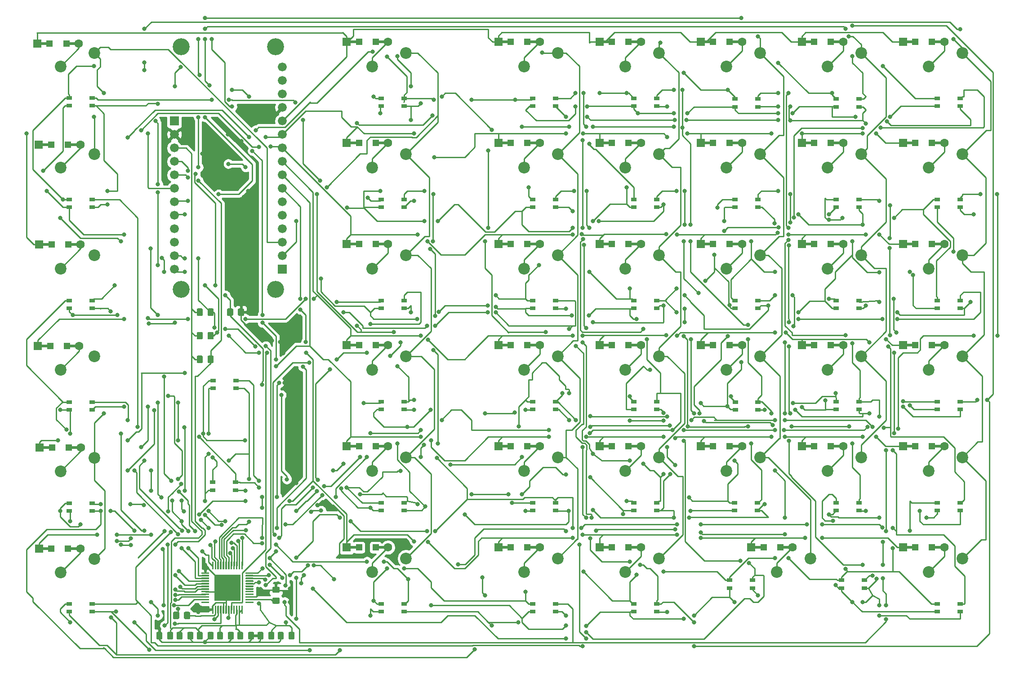
<source format=gbl>
G04 #@! TF.GenerationSoftware,KiCad,Pcbnew,5.1.5*
G04 #@! TF.CreationDate,2020-04-06T16:13:34-07:00*
G04 #@! TF.ProjectId,keyboard,6b657962-6f61-4726-942e-6b696361645f,rev?*
G04 #@! TF.SameCoordinates,Original*
G04 #@! TF.FileFunction,Copper,L2,Bot*
G04 #@! TF.FilePolarity,Positive*
%FSLAX46Y46*%
G04 Gerber Fmt 4.6, Leading zero omitted, Abs format (unit mm)*
G04 Created by KiCad (PCBNEW 5.1.5) date 2020-04-06 16:13:34*
%MOMM*%
%LPD*%
G04 APERTURE LIST*
%ADD10R,1.050000X0.750000*%
%ADD11R,1.100000X0.750000*%
%ADD12R,5.000000X5.000000*%
%ADD13C,0.100000*%
%ADD14C,2.200000*%
%ADD15C,3.200000*%
%ADD16C,1.676400*%
%ADD17R,1.676400X1.676400*%
%ADD18R,2.500000X0.500000*%
%ADD19C,1.600000*%
%ADD20R,1.600000X1.600000*%
%ADD21R,1.200000X1.200000*%
%ADD22C,0.800000*%
%ADD23C,0.250000*%
%ADD24C,0.254000*%
G04 APERTURE END LIST*
D10*
X156827110Y-60685850D03*
X156827110Y-62135850D03*
X152527110Y-62135850D03*
D11*
X152527110Y-60685850D03*
D12*
X94986000Y-152879350D03*
G04 #@! TA.AperFunction,SMDPad,CuDef*
D13*
G36*
X92318351Y-156304711D02*
G01*
X92325632Y-156305791D01*
X92332771Y-156307579D01*
X92339701Y-156310059D01*
X92346355Y-156313206D01*
X92352668Y-156316990D01*
X92358579Y-156321374D01*
X92364033Y-156326317D01*
X92368976Y-156331771D01*
X92373360Y-156337682D01*
X92377144Y-156343995D01*
X92380291Y-156350649D01*
X92382771Y-156357579D01*
X92384559Y-156364718D01*
X92385639Y-156371999D01*
X92386000Y-156379350D01*
X92386000Y-157704350D01*
X92385639Y-157711701D01*
X92384559Y-157718982D01*
X92382771Y-157726121D01*
X92380291Y-157733051D01*
X92377144Y-157739705D01*
X92373360Y-157746018D01*
X92368976Y-157751929D01*
X92364033Y-157757383D01*
X92358579Y-157762326D01*
X92352668Y-157766710D01*
X92346355Y-157770494D01*
X92339701Y-157773641D01*
X92332771Y-157776121D01*
X92325632Y-157777909D01*
X92318351Y-157778989D01*
X92311000Y-157779350D01*
X92161000Y-157779350D01*
X92153649Y-157778989D01*
X92146368Y-157777909D01*
X92139229Y-157776121D01*
X92132299Y-157773641D01*
X92125645Y-157770494D01*
X92119332Y-157766710D01*
X92113421Y-157762326D01*
X92107967Y-157757383D01*
X92103024Y-157751929D01*
X92098640Y-157746018D01*
X92094856Y-157739705D01*
X92091709Y-157733051D01*
X92089229Y-157726121D01*
X92087441Y-157718982D01*
X92086361Y-157711701D01*
X92086000Y-157704350D01*
X92086000Y-156379350D01*
X92086361Y-156371999D01*
X92087441Y-156364718D01*
X92089229Y-156357579D01*
X92091709Y-156350649D01*
X92094856Y-156343995D01*
X92098640Y-156337682D01*
X92103024Y-156331771D01*
X92107967Y-156326317D01*
X92113421Y-156321374D01*
X92119332Y-156316990D01*
X92125645Y-156313206D01*
X92132299Y-156310059D01*
X92139229Y-156307579D01*
X92146368Y-156305791D01*
X92153649Y-156304711D01*
X92161000Y-156304350D01*
X92311000Y-156304350D01*
X92318351Y-156304711D01*
G37*
G04 #@! TD.AperFunction*
G04 #@! TA.AperFunction,SMDPad,CuDef*
G36*
X92818351Y-156304711D02*
G01*
X92825632Y-156305791D01*
X92832771Y-156307579D01*
X92839701Y-156310059D01*
X92846355Y-156313206D01*
X92852668Y-156316990D01*
X92858579Y-156321374D01*
X92864033Y-156326317D01*
X92868976Y-156331771D01*
X92873360Y-156337682D01*
X92877144Y-156343995D01*
X92880291Y-156350649D01*
X92882771Y-156357579D01*
X92884559Y-156364718D01*
X92885639Y-156371999D01*
X92886000Y-156379350D01*
X92886000Y-157704350D01*
X92885639Y-157711701D01*
X92884559Y-157718982D01*
X92882771Y-157726121D01*
X92880291Y-157733051D01*
X92877144Y-157739705D01*
X92873360Y-157746018D01*
X92868976Y-157751929D01*
X92864033Y-157757383D01*
X92858579Y-157762326D01*
X92852668Y-157766710D01*
X92846355Y-157770494D01*
X92839701Y-157773641D01*
X92832771Y-157776121D01*
X92825632Y-157777909D01*
X92818351Y-157778989D01*
X92811000Y-157779350D01*
X92661000Y-157779350D01*
X92653649Y-157778989D01*
X92646368Y-157777909D01*
X92639229Y-157776121D01*
X92632299Y-157773641D01*
X92625645Y-157770494D01*
X92619332Y-157766710D01*
X92613421Y-157762326D01*
X92607967Y-157757383D01*
X92603024Y-157751929D01*
X92598640Y-157746018D01*
X92594856Y-157739705D01*
X92591709Y-157733051D01*
X92589229Y-157726121D01*
X92587441Y-157718982D01*
X92586361Y-157711701D01*
X92586000Y-157704350D01*
X92586000Y-156379350D01*
X92586361Y-156371999D01*
X92587441Y-156364718D01*
X92589229Y-156357579D01*
X92591709Y-156350649D01*
X92594856Y-156343995D01*
X92598640Y-156337682D01*
X92603024Y-156331771D01*
X92607967Y-156326317D01*
X92613421Y-156321374D01*
X92619332Y-156316990D01*
X92625645Y-156313206D01*
X92632299Y-156310059D01*
X92639229Y-156307579D01*
X92646368Y-156305791D01*
X92653649Y-156304711D01*
X92661000Y-156304350D01*
X92811000Y-156304350D01*
X92818351Y-156304711D01*
G37*
G04 #@! TD.AperFunction*
G04 #@! TA.AperFunction,SMDPad,CuDef*
G36*
X93318351Y-156304711D02*
G01*
X93325632Y-156305791D01*
X93332771Y-156307579D01*
X93339701Y-156310059D01*
X93346355Y-156313206D01*
X93352668Y-156316990D01*
X93358579Y-156321374D01*
X93364033Y-156326317D01*
X93368976Y-156331771D01*
X93373360Y-156337682D01*
X93377144Y-156343995D01*
X93380291Y-156350649D01*
X93382771Y-156357579D01*
X93384559Y-156364718D01*
X93385639Y-156371999D01*
X93386000Y-156379350D01*
X93386000Y-157704350D01*
X93385639Y-157711701D01*
X93384559Y-157718982D01*
X93382771Y-157726121D01*
X93380291Y-157733051D01*
X93377144Y-157739705D01*
X93373360Y-157746018D01*
X93368976Y-157751929D01*
X93364033Y-157757383D01*
X93358579Y-157762326D01*
X93352668Y-157766710D01*
X93346355Y-157770494D01*
X93339701Y-157773641D01*
X93332771Y-157776121D01*
X93325632Y-157777909D01*
X93318351Y-157778989D01*
X93311000Y-157779350D01*
X93161000Y-157779350D01*
X93153649Y-157778989D01*
X93146368Y-157777909D01*
X93139229Y-157776121D01*
X93132299Y-157773641D01*
X93125645Y-157770494D01*
X93119332Y-157766710D01*
X93113421Y-157762326D01*
X93107967Y-157757383D01*
X93103024Y-157751929D01*
X93098640Y-157746018D01*
X93094856Y-157739705D01*
X93091709Y-157733051D01*
X93089229Y-157726121D01*
X93087441Y-157718982D01*
X93086361Y-157711701D01*
X93086000Y-157704350D01*
X93086000Y-156379350D01*
X93086361Y-156371999D01*
X93087441Y-156364718D01*
X93089229Y-156357579D01*
X93091709Y-156350649D01*
X93094856Y-156343995D01*
X93098640Y-156337682D01*
X93103024Y-156331771D01*
X93107967Y-156326317D01*
X93113421Y-156321374D01*
X93119332Y-156316990D01*
X93125645Y-156313206D01*
X93132299Y-156310059D01*
X93139229Y-156307579D01*
X93146368Y-156305791D01*
X93153649Y-156304711D01*
X93161000Y-156304350D01*
X93311000Y-156304350D01*
X93318351Y-156304711D01*
G37*
G04 #@! TD.AperFunction*
G04 #@! TA.AperFunction,SMDPad,CuDef*
G36*
X93818351Y-156304711D02*
G01*
X93825632Y-156305791D01*
X93832771Y-156307579D01*
X93839701Y-156310059D01*
X93846355Y-156313206D01*
X93852668Y-156316990D01*
X93858579Y-156321374D01*
X93864033Y-156326317D01*
X93868976Y-156331771D01*
X93873360Y-156337682D01*
X93877144Y-156343995D01*
X93880291Y-156350649D01*
X93882771Y-156357579D01*
X93884559Y-156364718D01*
X93885639Y-156371999D01*
X93886000Y-156379350D01*
X93886000Y-157704350D01*
X93885639Y-157711701D01*
X93884559Y-157718982D01*
X93882771Y-157726121D01*
X93880291Y-157733051D01*
X93877144Y-157739705D01*
X93873360Y-157746018D01*
X93868976Y-157751929D01*
X93864033Y-157757383D01*
X93858579Y-157762326D01*
X93852668Y-157766710D01*
X93846355Y-157770494D01*
X93839701Y-157773641D01*
X93832771Y-157776121D01*
X93825632Y-157777909D01*
X93818351Y-157778989D01*
X93811000Y-157779350D01*
X93661000Y-157779350D01*
X93653649Y-157778989D01*
X93646368Y-157777909D01*
X93639229Y-157776121D01*
X93632299Y-157773641D01*
X93625645Y-157770494D01*
X93619332Y-157766710D01*
X93613421Y-157762326D01*
X93607967Y-157757383D01*
X93603024Y-157751929D01*
X93598640Y-157746018D01*
X93594856Y-157739705D01*
X93591709Y-157733051D01*
X93589229Y-157726121D01*
X93587441Y-157718982D01*
X93586361Y-157711701D01*
X93586000Y-157704350D01*
X93586000Y-156379350D01*
X93586361Y-156371999D01*
X93587441Y-156364718D01*
X93589229Y-156357579D01*
X93591709Y-156350649D01*
X93594856Y-156343995D01*
X93598640Y-156337682D01*
X93603024Y-156331771D01*
X93607967Y-156326317D01*
X93613421Y-156321374D01*
X93619332Y-156316990D01*
X93625645Y-156313206D01*
X93632299Y-156310059D01*
X93639229Y-156307579D01*
X93646368Y-156305791D01*
X93653649Y-156304711D01*
X93661000Y-156304350D01*
X93811000Y-156304350D01*
X93818351Y-156304711D01*
G37*
G04 #@! TD.AperFunction*
G04 #@! TA.AperFunction,SMDPad,CuDef*
G36*
X94318351Y-156304711D02*
G01*
X94325632Y-156305791D01*
X94332771Y-156307579D01*
X94339701Y-156310059D01*
X94346355Y-156313206D01*
X94352668Y-156316990D01*
X94358579Y-156321374D01*
X94364033Y-156326317D01*
X94368976Y-156331771D01*
X94373360Y-156337682D01*
X94377144Y-156343995D01*
X94380291Y-156350649D01*
X94382771Y-156357579D01*
X94384559Y-156364718D01*
X94385639Y-156371999D01*
X94386000Y-156379350D01*
X94386000Y-157704350D01*
X94385639Y-157711701D01*
X94384559Y-157718982D01*
X94382771Y-157726121D01*
X94380291Y-157733051D01*
X94377144Y-157739705D01*
X94373360Y-157746018D01*
X94368976Y-157751929D01*
X94364033Y-157757383D01*
X94358579Y-157762326D01*
X94352668Y-157766710D01*
X94346355Y-157770494D01*
X94339701Y-157773641D01*
X94332771Y-157776121D01*
X94325632Y-157777909D01*
X94318351Y-157778989D01*
X94311000Y-157779350D01*
X94161000Y-157779350D01*
X94153649Y-157778989D01*
X94146368Y-157777909D01*
X94139229Y-157776121D01*
X94132299Y-157773641D01*
X94125645Y-157770494D01*
X94119332Y-157766710D01*
X94113421Y-157762326D01*
X94107967Y-157757383D01*
X94103024Y-157751929D01*
X94098640Y-157746018D01*
X94094856Y-157739705D01*
X94091709Y-157733051D01*
X94089229Y-157726121D01*
X94087441Y-157718982D01*
X94086361Y-157711701D01*
X94086000Y-157704350D01*
X94086000Y-156379350D01*
X94086361Y-156371999D01*
X94087441Y-156364718D01*
X94089229Y-156357579D01*
X94091709Y-156350649D01*
X94094856Y-156343995D01*
X94098640Y-156337682D01*
X94103024Y-156331771D01*
X94107967Y-156326317D01*
X94113421Y-156321374D01*
X94119332Y-156316990D01*
X94125645Y-156313206D01*
X94132299Y-156310059D01*
X94139229Y-156307579D01*
X94146368Y-156305791D01*
X94153649Y-156304711D01*
X94161000Y-156304350D01*
X94311000Y-156304350D01*
X94318351Y-156304711D01*
G37*
G04 #@! TD.AperFunction*
G04 #@! TA.AperFunction,SMDPad,CuDef*
G36*
X94818351Y-156304711D02*
G01*
X94825632Y-156305791D01*
X94832771Y-156307579D01*
X94839701Y-156310059D01*
X94846355Y-156313206D01*
X94852668Y-156316990D01*
X94858579Y-156321374D01*
X94864033Y-156326317D01*
X94868976Y-156331771D01*
X94873360Y-156337682D01*
X94877144Y-156343995D01*
X94880291Y-156350649D01*
X94882771Y-156357579D01*
X94884559Y-156364718D01*
X94885639Y-156371999D01*
X94886000Y-156379350D01*
X94886000Y-157704350D01*
X94885639Y-157711701D01*
X94884559Y-157718982D01*
X94882771Y-157726121D01*
X94880291Y-157733051D01*
X94877144Y-157739705D01*
X94873360Y-157746018D01*
X94868976Y-157751929D01*
X94864033Y-157757383D01*
X94858579Y-157762326D01*
X94852668Y-157766710D01*
X94846355Y-157770494D01*
X94839701Y-157773641D01*
X94832771Y-157776121D01*
X94825632Y-157777909D01*
X94818351Y-157778989D01*
X94811000Y-157779350D01*
X94661000Y-157779350D01*
X94653649Y-157778989D01*
X94646368Y-157777909D01*
X94639229Y-157776121D01*
X94632299Y-157773641D01*
X94625645Y-157770494D01*
X94619332Y-157766710D01*
X94613421Y-157762326D01*
X94607967Y-157757383D01*
X94603024Y-157751929D01*
X94598640Y-157746018D01*
X94594856Y-157739705D01*
X94591709Y-157733051D01*
X94589229Y-157726121D01*
X94587441Y-157718982D01*
X94586361Y-157711701D01*
X94586000Y-157704350D01*
X94586000Y-156379350D01*
X94586361Y-156371999D01*
X94587441Y-156364718D01*
X94589229Y-156357579D01*
X94591709Y-156350649D01*
X94594856Y-156343995D01*
X94598640Y-156337682D01*
X94603024Y-156331771D01*
X94607967Y-156326317D01*
X94613421Y-156321374D01*
X94619332Y-156316990D01*
X94625645Y-156313206D01*
X94632299Y-156310059D01*
X94639229Y-156307579D01*
X94646368Y-156305791D01*
X94653649Y-156304711D01*
X94661000Y-156304350D01*
X94811000Y-156304350D01*
X94818351Y-156304711D01*
G37*
G04 #@! TD.AperFunction*
G04 #@! TA.AperFunction,SMDPad,CuDef*
G36*
X95318351Y-156304711D02*
G01*
X95325632Y-156305791D01*
X95332771Y-156307579D01*
X95339701Y-156310059D01*
X95346355Y-156313206D01*
X95352668Y-156316990D01*
X95358579Y-156321374D01*
X95364033Y-156326317D01*
X95368976Y-156331771D01*
X95373360Y-156337682D01*
X95377144Y-156343995D01*
X95380291Y-156350649D01*
X95382771Y-156357579D01*
X95384559Y-156364718D01*
X95385639Y-156371999D01*
X95386000Y-156379350D01*
X95386000Y-157704350D01*
X95385639Y-157711701D01*
X95384559Y-157718982D01*
X95382771Y-157726121D01*
X95380291Y-157733051D01*
X95377144Y-157739705D01*
X95373360Y-157746018D01*
X95368976Y-157751929D01*
X95364033Y-157757383D01*
X95358579Y-157762326D01*
X95352668Y-157766710D01*
X95346355Y-157770494D01*
X95339701Y-157773641D01*
X95332771Y-157776121D01*
X95325632Y-157777909D01*
X95318351Y-157778989D01*
X95311000Y-157779350D01*
X95161000Y-157779350D01*
X95153649Y-157778989D01*
X95146368Y-157777909D01*
X95139229Y-157776121D01*
X95132299Y-157773641D01*
X95125645Y-157770494D01*
X95119332Y-157766710D01*
X95113421Y-157762326D01*
X95107967Y-157757383D01*
X95103024Y-157751929D01*
X95098640Y-157746018D01*
X95094856Y-157739705D01*
X95091709Y-157733051D01*
X95089229Y-157726121D01*
X95087441Y-157718982D01*
X95086361Y-157711701D01*
X95086000Y-157704350D01*
X95086000Y-156379350D01*
X95086361Y-156371999D01*
X95087441Y-156364718D01*
X95089229Y-156357579D01*
X95091709Y-156350649D01*
X95094856Y-156343995D01*
X95098640Y-156337682D01*
X95103024Y-156331771D01*
X95107967Y-156326317D01*
X95113421Y-156321374D01*
X95119332Y-156316990D01*
X95125645Y-156313206D01*
X95132299Y-156310059D01*
X95139229Y-156307579D01*
X95146368Y-156305791D01*
X95153649Y-156304711D01*
X95161000Y-156304350D01*
X95311000Y-156304350D01*
X95318351Y-156304711D01*
G37*
G04 #@! TD.AperFunction*
G04 #@! TA.AperFunction,SMDPad,CuDef*
G36*
X95818351Y-156304711D02*
G01*
X95825632Y-156305791D01*
X95832771Y-156307579D01*
X95839701Y-156310059D01*
X95846355Y-156313206D01*
X95852668Y-156316990D01*
X95858579Y-156321374D01*
X95864033Y-156326317D01*
X95868976Y-156331771D01*
X95873360Y-156337682D01*
X95877144Y-156343995D01*
X95880291Y-156350649D01*
X95882771Y-156357579D01*
X95884559Y-156364718D01*
X95885639Y-156371999D01*
X95886000Y-156379350D01*
X95886000Y-157704350D01*
X95885639Y-157711701D01*
X95884559Y-157718982D01*
X95882771Y-157726121D01*
X95880291Y-157733051D01*
X95877144Y-157739705D01*
X95873360Y-157746018D01*
X95868976Y-157751929D01*
X95864033Y-157757383D01*
X95858579Y-157762326D01*
X95852668Y-157766710D01*
X95846355Y-157770494D01*
X95839701Y-157773641D01*
X95832771Y-157776121D01*
X95825632Y-157777909D01*
X95818351Y-157778989D01*
X95811000Y-157779350D01*
X95661000Y-157779350D01*
X95653649Y-157778989D01*
X95646368Y-157777909D01*
X95639229Y-157776121D01*
X95632299Y-157773641D01*
X95625645Y-157770494D01*
X95619332Y-157766710D01*
X95613421Y-157762326D01*
X95607967Y-157757383D01*
X95603024Y-157751929D01*
X95598640Y-157746018D01*
X95594856Y-157739705D01*
X95591709Y-157733051D01*
X95589229Y-157726121D01*
X95587441Y-157718982D01*
X95586361Y-157711701D01*
X95586000Y-157704350D01*
X95586000Y-156379350D01*
X95586361Y-156371999D01*
X95587441Y-156364718D01*
X95589229Y-156357579D01*
X95591709Y-156350649D01*
X95594856Y-156343995D01*
X95598640Y-156337682D01*
X95603024Y-156331771D01*
X95607967Y-156326317D01*
X95613421Y-156321374D01*
X95619332Y-156316990D01*
X95625645Y-156313206D01*
X95632299Y-156310059D01*
X95639229Y-156307579D01*
X95646368Y-156305791D01*
X95653649Y-156304711D01*
X95661000Y-156304350D01*
X95811000Y-156304350D01*
X95818351Y-156304711D01*
G37*
G04 #@! TD.AperFunction*
G04 #@! TA.AperFunction,SMDPad,CuDef*
G36*
X96318351Y-156304711D02*
G01*
X96325632Y-156305791D01*
X96332771Y-156307579D01*
X96339701Y-156310059D01*
X96346355Y-156313206D01*
X96352668Y-156316990D01*
X96358579Y-156321374D01*
X96364033Y-156326317D01*
X96368976Y-156331771D01*
X96373360Y-156337682D01*
X96377144Y-156343995D01*
X96380291Y-156350649D01*
X96382771Y-156357579D01*
X96384559Y-156364718D01*
X96385639Y-156371999D01*
X96386000Y-156379350D01*
X96386000Y-157704350D01*
X96385639Y-157711701D01*
X96384559Y-157718982D01*
X96382771Y-157726121D01*
X96380291Y-157733051D01*
X96377144Y-157739705D01*
X96373360Y-157746018D01*
X96368976Y-157751929D01*
X96364033Y-157757383D01*
X96358579Y-157762326D01*
X96352668Y-157766710D01*
X96346355Y-157770494D01*
X96339701Y-157773641D01*
X96332771Y-157776121D01*
X96325632Y-157777909D01*
X96318351Y-157778989D01*
X96311000Y-157779350D01*
X96161000Y-157779350D01*
X96153649Y-157778989D01*
X96146368Y-157777909D01*
X96139229Y-157776121D01*
X96132299Y-157773641D01*
X96125645Y-157770494D01*
X96119332Y-157766710D01*
X96113421Y-157762326D01*
X96107967Y-157757383D01*
X96103024Y-157751929D01*
X96098640Y-157746018D01*
X96094856Y-157739705D01*
X96091709Y-157733051D01*
X96089229Y-157726121D01*
X96087441Y-157718982D01*
X96086361Y-157711701D01*
X96086000Y-157704350D01*
X96086000Y-156379350D01*
X96086361Y-156371999D01*
X96087441Y-156364718D01*
X96089229Y-156357579D01*
X96091709Y-156350649D01*
X96094856Y-156343995D01*
X96098640Y-156337682D01*
X96103024Y-156331771D01*
X96107967Y-156326317D01*
X96113421Y-156321374D01*
X96119332Y-156316990D01*
X96125645Y-156313206D01*
X96132299Y-156310059D01*
X96139229Y-156307579D01*
X96146368Y-156305791D01*
X96153649Y-156304711D01*
X96161000Y-156304350D01*
X96311000Y-156304350D01*
X96318351Y-156304711D01*
G37*
G04 #@! TD.AperFunction*
G04 #@! TA.AperFunction,SMDPad,CuDef*
G36*
X96818351Y-156304711D02*
G01*
X96825632Y-156305791D01*
X96832771Y-156307579D01*
X96839701Y-156310059D01*
X96846355Y-156313206D01*
X96852668Y-156316990D01*
X96858579Y-156321374D01*
X96864033Y-156326317D01*
X96868976Y-156331771D01*
X96873360Y-156337682D01*
X96877144Y-156343995D01*
X96880291Y-156350649D01*
X96882771Y-156357579D01*
X96884559Y-156364718D01*
X96885639Y-156371999D01*
X96886000Y-156379350D01*
X96886000Y-157704350D01*
X96885639Y-157711701D01*
X96884559Y-157718982D01*
X96882771Y-157726121D01*
X96880291Y-157733051D01*
X96877144Y-157739705D01*
X96873360Y-157746018D01*
X96868976Y-157751929D01*
X96864033Y-157757383D01*
X96858579Y-157762326D01*
X96852668Y-157766710D01*
X96846355Y-157770494D01*
X96839701Y-157773641D01*
X96832771Y-157776121D01*
X96825632Y-157777909D01*
X96818351Y-157778989D01*
X96811000Y-157779350D01*
X96661000Y-157779350D01*
X96653649Y-157778989D01*
X96646368Y-157777909D01*
X96639229Y-157776121D01*
X96632299Y-157773641D01*
X96625645Y-157770494D01*
X96619332Y-157766710D01*
X96613421Y-157762326D01*
X96607967Y-157757383D01*
X96603024Y-157751929D01*
X96598640Y-157746018D01*
X96594856Y-157739705D01*
X96591709Y-157733051D01*
X96589229Y-157726121D01*
X96587441Y-157718982D01*
X96586361Y-157711701D01*
X96586000Y-157704350D01*
X96586000Y-156379350D01*
X96586361Y-156371999D01*
X96587441Y-156364718D01*
X96589229Y-156357579D01*
X96591709Y-156350649D01*
X96594856Y-156343995D01*
X96598640Y-156337682D01*
X96603024Y-156331771D01*
X96607967Y-156326317D01*
X96613421Y-156321374D01*
X96619332Y-156316990D01*
X96625645Y-156313206D01*
X96632299Y-156310059D01*
X96639229Y-156307579D01*
X96646368Y-156305791D01*
X96653649Y-156304711D01*
X96661000Y-156304350D01*
X96811000Y-156304350D01*
X96818351Y-156304711D01*
G37*
G04 #@! TD.AperFunction*
G04 #@! TA.AperFunction,SMDPad,CuDef*
G36*
X97318351Y-156304711D02*
G01*
X97325632Y-156305791D01*
X97332771Y-156307579D01*
X97339701Y-156310059D01*
X97346355Y-156313206D01*
X97352668Y-156316990D01*
X97358579Y-156321374D01*
X97364033Y-156326317D01*
X97368976Y-156331771D01*
X97373360Y-156337682D01*
X97377144Y-156343995D01*
X97380291Y-156350649D01*
X97382771Y-156357579D01*
X97384559Y-156364718D01*
X97385639Y-156371999D01*
X97386000Y-156379350D01*
X97386000Y-157704350D01*
X97385639Y-157711701D01*
X97384559Y-157718982D01*
X97382771Y-157726121D01*
X97380291Y-157733051D01*
X97377144Y-157739705D01*
X97373360Y-157746018D01*
X97368976Y-157751929D01*
X97364033Y-157757383D01*
X97358579Y-157762326D01*
X97352668Y-157766710D01*
X97346355Y-157770494D01*
X97339701Y-157773641D01*
X97332771Y-157776121D01*
X97325632Y-157777909D01*
X97318351Y-157778989D01*
X97311000Y-157779350D01*
X97161000Y-157779350D01*
X97153649Y-157778989D01*
X97146368Y-157777909D01*
X97139229Y-157776121D01*
X97132299Y-157773641D01*
X97125645Y-157770494D01*
X97119332Y-157766710D01*
X97113421Y-157762326D01*
X97107967Y-157757383D01*
X97103024Y-157751929D01*
X97098640Y-157746018D01*
X97094856Y-157739705D01*
X97091709Y-157733051D01*
X97089229Y-157726121D01*
X97087441Y-157718982D01*
X97086361Y-157711701D01*
X97086000Y-157704350D01*
X97086000Y-156379350D01*
X97086361Y-156371999D01*
X97087441Y-156364718D01*
X97089229Y-156357579D01*
X97091709Y-156350649D01*
X97094856Y-156343995D01*
X97098640Y-156337682D01*
X97103024Y-156331771D01*
X97107967Y-156326317D01*
X97113421Y-156321374D01*
X97119332Y-156316990D01*
X97125645Y-156313206D01*
X97132299Y-156310059D01*
X97139229Y-156307579D01*
X97146368Y-156305791D01*
X97153649Y-156304711D01*
X97161000Y-156304350D01*
X97311000Y-156304350D01*
X97318351Y-156304711D01*
G37*
G04 #@! TD.AperFunction*
G04 #@! TA.AperFunction,SMDPad,CuDef*
G36*
X97818351Y-156304711D02*
G01*
X97825632Y-156305791D01*
X97832771Y-156307579D01*
X97839701Y-156310059D01*
X97846355Y-156313206D01*
X97852668Y-156316990D01*
X97858579Y-156321374D01*
X97864033Y-156326317D01*
X97868976Y-156331771D01*
X97873360Y-156337682D01*
X97877144Y-156343995D01*
X97880291Y-156350649D01*
X97882771Y-156357579D01*
X97884559Y-156364718D01*
X97885639Y-156371999D01*
X97886000Y-156379350D01*
X97886000Y-157704350D01*
X97885639Y-157711701D01*
X97884559Y-157718982D01*
X97882771Y-157726121D01*
X97880291Y-157733051D01*
X97877144Y-157739705D01*
X97873360Y-157746018D01*
X97868976Y-157751929D01*
X97864033Y-157757383D01*
X97858579Y-157762326D01*
X97852668Y-157766710D01*
X97846355Y-157770494D01*
X97839701Y-157773641D01*
X97832771Y-157776121D01*
X97825632Y-157777909D01*
X97818351Y-157778989D01*
X97811000Y-157779350D01*
X97661000Y-157779350D01*
X97653649Y-157778989D01*
X97646368Y-157777909D01*
X97639229Y-157776121D01*
X97632299Y-157773641D01*
X97625645Y-157770494D01*
X97619332Y-157766710D01*
X97613421Y-157762326D01*
X97607967Y-157757383D01*
X97603024Y-157751929D01*
X97598640Y-157746018D01*
X97594856Y-157739705D01*
X97591709Y-157733051D01*
X97589229Y-157726121D01*
X97587441Y-157718982D01*
X97586361Y-157711701D01*
X97586000Y-157704350D01*
X97586000Y-156379350D01*
X97586361Y-156371999D01*
X97587441Y-156364718D01*
X97589229Y-156357579D01*
X97591709Y-156350649D01*
X97594856Y-156343995D01*
X97598640Y-156337682D01*
X97603024Y-156331771D01*
X97607967Y-156326317D01*
X97613421Y-156321374D01*
X97619332Y-156316990D01*
X97625645Y-156313206D01*
X97632299Y-156310059D01*
X97639229Y-156307579D01*
X97646368Y-156305791D01*
X97653649Y-156304711D01*
X97661000Y-156304350D01*
X97811000Y-156304350D01*
X97818351Y-156304711D01*
G37*
G04 #@! TD.AperFunction*
G04 #@! TA.AperFunction,SMDPad,CuDef*
G36*
X99818351Y-155479711D02*
G01*
X99825632Y-155480791D01*
X99832771Y-155482579D01*
X99839701Y-155485059D01*
X99846355Y-155488206D01*
X99852668Y-155491990D01*
X99858579Y-155496374D01*
X99864033Y-155501317D01*
X99868976Y-155506771D01*
X99873360Y-155512682D01*
X99877144Y-155518995D01*
X99880291Y-155525649D01*
X99882771Y-155532579D01*
X99884559Y-155539718D01*
X99885639Y-155546999D01*
X99886000Y-155554350D01*
X99886000Y-155704350D01*
X99885639Y-155711701D01*
X99884559Y-155718982D01*
X99882771Y-155726121D01*
X99880291Y-155733051D01*
X99877144Y-155739705D01*
X99873360Y-155746018D01*
X99868976Y-155751929D01*
X99864033Y-155757383D01*
X99858579Y-155762326D01*
X99852668Y-155766710D01*
X99846355Y-155770494D01*
X99839701Y-155773641D01*
X99832771Y-155776121D01*
X99825632Y-155777909D01*
X99818351Y-155778989D01*
X99811000Y-155779350D01*
X98486000Y-155779350D01*
X98478649Y-155778989D01*
X98471368Y-155777909D01*
X98464229Y-155776121D01*
X98457299Y-155773641D01*
X98450645Y-155770494D01*
X98444332Y-155766710D01*
X98438421Y-155762326D01*
X98432967Y-155757383D01*
X98428024Y-155751929D01*
X98423640Y-155746018D01*
X98419856Y-155739705D01*
X98416709Y-155733051D01*
X98414229Y-155726121D01*
X98412441Y-155718982D01*
X98411361Y-155711701D01*
X98411000Y-155704350D01*
X98411000Y-155554350D01*
X98411361Y-155546999D01*
X98412441Y-155539718D01*
X98414229Y-155532579D01*
X98416709Y-155525649D01*
X98419856Y-155518995D01*
X98423640Y-155512682D01*
X98428024Y-155506771D01*
X98432967Y-155501317D01*
X98438421Y-155496374D01*
X98444332Y-155491990D01*
X98450645Y-155488206D01*
X98457299Y-155485059D01*
X98464229Y-155482579D01*
X98471368Y-155480791D01*
X98478649Y-155479711D01*
X98486000Y-155479350D01*
X99811000Y-155479350D01*
X99818351Y-155479711D01*
G37*
G04 #@! TD.AperFunction*
G04 #@! TA.AperFunction,SMDPad,CuDef*
G36*
X99818351Y-154979711D02*
G01*
X99825632Y-154980791D01*
X99832771Y-154982579D01*
X99839701Y-154985059D01*
X99846355Y-154988206D01*
X99852668Y-154991990D01*
X99858579Y-154996374D01*
X99864033Y-155001317D01*
X99868976Y-155006771D01*
X99873360Y-155012682D01*
X99877144Y-155018995D01*
X99880291Y-155025649D01*
X99882771Y-155032579D01*
X99884559Y-155039718D01*
X99885639Y-155046999D01*
X99886000Y-155054350D01*
X99886000Y-155204350D01*
X99885639Y-155211701D01*
X99884559Y-155218982D01*
X99882771Y-155226121D01*
X99880291Y-155233051D01*
X99877144Y-155239705D01*
X99873360Y-155246018D01*
X99868976Y-155251929D01*
X99864033Y-155257383D01*
X99858579Y-155262326D01*
X99852668Y-155266710D01*
X99846355Y-155270494D01*
X99839701Y-155273641D01*
X99832771Y-155276121D01*
X99825632Y-155277909D01*
X99818351Y-155278989D01*
X99811000Y-155279350D01*
X98486000Y-155279350D01*
X98478649Y-155278989D01*
X98471368Y-155277909D01*
X98464229Y-155276121D01*
X98457299Y-155273641D01*
X98450645Y-155270494D01*
X98444332Y-155266710D01*
X98438421Y-155262326D01*
X98432967Y-155257383D01*
X98428024Y-155251929D01*
X98423640Y-155246018D01*
X98419856Y-155239705D01*
X98416709Y-155233051D01*
X98414229Y-155226121D01*
X98412441Y-155218982D01*
X98411361Y-155211701D01*
X98411000Y-155204350D01*
X98411000Y-155054350D01*
X98411361Y-155046999D01*
X98412441Y-155039718D01*
X98414229Y-155032579D01*
X98416709Y-155025649D01*
X98419856Y-155018995D01*
X98423640Y-155012682D01*
X98428024Y-155006771D01*
X98432967Y-155001317D01*
X98438421Y-154996374D01*
X98444332Y-154991990D01*
X98450645Y-154988206D01*
X98457299Y-154985059D01*
X98464229Y-154982579D01*
X98471368Y-154980791D01*
X98478649Y-154979711D01*
X98486000Y-154979350D01*
X99811000Y-154979350D01*
X99818351Y-154979711D01*
G37*
G04 #@! TD.AperFunction*
G04 #@! TA.AperFunction,SMDPad,CuDef*
G36*
X99818351Y-154479711D02*
G01*
X99825632Y-154480791D01*
X99832771Y-154482579D01*
X99839701Y-154485059D01*
X99846355Y-154488206D01*
X99852668Y-154491990D01*
X99858579Y-154496374D01*
X99864033Y-154501317D01*
X99868976Y-154506771D01*
X99873360Y-154512682D01*
X99877144Y-154518995D01*
X99880291Y-154525649D01*
X99882771Y-154532579D01*
X99884559Y-154539718D01*
X99885639Y-154546999D01*
X99886000Y-154554350D01*
X99886000Y-154704350D01*
X99885639Y-154711701D01*
X99884559Y-154718982D01*
X99882771Y-154726121D01*
X99880291Y-154733051D01*
X99877144Y-154739705D01*
X99873360Y-154746018D01*
X99868976Y-154751929D01*
X99864033Y-154757383D01*
X99858579Y-154762326D01*
X99852668Y-154766710D01*
X99846355Y-154770494D01*
X99839701Y-154773641D01*
X99832771Y-154776121D01*
X99825632Y-154777909D01*
X99818351Y-154778989D01*
X99811000Y-154779350D01*
X98486000Y-154779350D01*
X98478649Y-154778989D01*
X98471368Y-154777909D01*
X98464229Y-154776121D01*
X98457299Y-154773641D01*
X98450645Y-154770494D01*
X98444332Y-154766710D01*
X98438421Y-154762326D01*
X98432967Y-154757383D01*
X98428024Y-154751929D01*
X98423640Y-154746018D01*
X98419856Y-154739705D01*
X98416709Y-154733051D01*
X98414229Y-154726121D01*
X98412441Y-154718982D01*
X98411361Y-154711701D01*
X98411000Y-154704350D01*
X98411000Y-154554350D01*
X98411361Y-154546999D01*
X98412441Y-154539718D01*
X98414229Y-154532579D01*
X98416709Y-154525649D01*
X98419856Y-154518995D01*
X98423640Y-154512682D01*
X98428024Y-154506771D01*
X98432967Y-154501317D01*
X98438421Y-154496374D01*
X98444332Y-154491990D01*
X98450645Y-154488206D01*
X98457299Y-154485059D01*
X98464229Y-154482579D01*
X98471368Y-154480791D01*
X98478649Y-154479711D01*
X98486000Y-154479350D01*
X99811000Y-154479350D01*
X99818351Y-154479711D01*
G37*
G04 #@! TD.AperFunction*
G04 #@! TA.AperFunction,SMDPad,CuDef*
G36*
X99818351Y-153979711D02*
G01*
X99825632Y-153980791D01*
X99832771Y-153982579D01*
X99839701Y-153985059D01*
X99846355Y-153988206D01*
X99852668Y-153991990D01*
X99858579Y-153996374D01*
X99864033Y-154001317D01*
X99868976Y-154006771D01*
X99873360Y-154012682D01*
X99877144Y-154018995D01*
X99880291Y-154025649D01*
X99882771Y-154032579D01*
X99884559Y-154039718D01*
X99885639Y-154046999D01*
X99886000Y-154054350D01*
X99886000Y-154204350D01*
X99885639Y-154211701D01*
X99884559Y-154218982D01*
X99882771Y-154226121D01*
X99880291Y-154233051D01*
X99877144Y-154239705D01*
X99873360Y-154246018D01*
X99868976Y-154251929D01*
X99864033Y-154257383D01*
X99858579Y-154262326D01*
X99852668Y-154266710D01*
X99846355Y-154270494D01*
X99839701Y-154273641D01*
X99832771Y-154276121D01*
X99825632Y-154277909D01*
X99818351Y-154278989D01*
X99811000Y-154279350D01*
X98486000Y-154279350D01*
X98478649Y-154278989D01*
X98471368Y-154277909D01*
X98464229Y-154276121D01*
X98457299Y-154273641D01*
X98450645Y-154270494D01*
X98444332Y-154266710D01*
X98438421Y-154262326D01*
X98432967Y-154257383D01*
X98428024Y-154251929D01*
X98423640Y-154246018D01*
X98419856Y-154239705D01*
X98416709Y-154233051D01*
X98414229Y-154226121D01*
X98412441Y-154218982D01*
X98411361Y-154211701D01*
X98411000Y-154204350D01*
X98411000Y-154054350D01*
X98411361Y-154046999D01*
X98412441Y-154039718D01*
X98414229Y-154032579D01*
X98416709Y-154025649D01*
X98419856Y-154018995D01*
X98423640Y-154012682D01*
X98428024Y-154006771D01*
X98432967Y-154001317D01*
X98438421Y-153996374D01*
X98444332Y-153991990D01*
X98450645Y-153988206D01*
X98457299Y-153985059D01*
X98464229Y-153982579D01*
X98471368Y-153980791D01*
X98478649Y-153979711D01*
X98486000Y-153979350D01*
X99811000Y-153979350D01*
X99818351Y-153979711D01*
G37*
G04 #@! TD.AperFunction*
G04 #@! TA.AperFunction,SMDPad,CuDef*
G36*
X99818351Y-153479711D02*
G01*
X99825632Y-153480791D01*
X99832771Y-153482579D01*
X99839701Y-153485059D01*
X99846355Y-153488206D01*
X99852668Y-153491990D01*
X99858579Y-153496374D01*
X99864033Y-153501317D01*
X99868976Y-153506771D01*
X99873360Y-153512682D01*
X99877144Y-153518995D01*
X99880291Y-153525649D01*
X99882771Y-153532579D01*
X99884559Y-153539718D01*
X99885639Y-153546999D01*
X99886000Y-153554350D01*
X99886000Y-153704350D01*
X99885639Y-153711701D01*
X99884559Y-153718982D01*
X99882771Y-153726121D01*
X99880291Y-153733051D01*
X99877144Y-153739705D01*
X99873360Y-153746018D01*
X99868976Y-153751929D01*
X99864033Y-153757383D01*
X99858579Y-153762326D01*
X99852668Y-153766710D01*
X99846355Y-153770494D01*
X99839701Y-153773641D01*
X99832771Y-153776121D01*
X99825632Y-153777909D01*
X99818351Y-153778989D01*
X99811000Y-153779350D01*
X98486000Y-153779350D01*
X98478649Y-153778989D01*
X98471368Y-153777909D01*
X98464229Y-153776121D01*
X98457299Y-153773641D01*
X98450645Y-153770494D01*
X98444332Y-153766710D01*
X98438421Y-153762326D01*
X98432967Y-153757383D01*
X98428024Y-153751929D01*
X98423640Y-153746018D01*
X98419856Y-153739705D01*
X98416709Y-153733051D01*
X98414229Y-153726121D01*
X98412441Y-153718982D01*
X98411361Y-153711701D01*
X98411000Y-153704350D01*
X98411000Y-153554350D01*
X98411361Y-153546999D01*
X98412441Y-153539718D01*
X98414229Y-153532579D01*
X98416709Y-153525649D01*
X98419856Y-153518995D01*
X98423640Y-153512682D01*
X98428024Y-153506771D01*
X98432967Y-153501317D01*
X98438421Y-153496374D01*
X98444332Y-153491990D01*
X98450645Y-153488206D01*
X98457299Y-153485059D01*
X98464229Y-153482579D01*
X98471368Y-153480791D01*
X98478649Y-153479711D01*
X98486000Y-153479350D01*
X99811000Y-153479350D01*
X99818351Y-153479711D01*
G37*
G04 #@! TD.AperFunction*
G04 #@! TA.AperFunction,SMDPad,CuDef*
G36*
X99818351Y-152979711D02*
G01*
X99825632Y-152980791D01*
X99832771Y-152982579D01*
X99839701Y-152985059D01*
X99846355Y-152988206D01*
X99852668Y-152991990D01*
X99858579Y-152996374D01*
X99864033Y-153001317D01*
X99868976Y-153006771D01*
X99873360Y-153012682D01*
X99877144Y-153018995D01*
X99880291Y-153025649D01*
X99882771Y-153032579D01*
X99884559Y-153039718D01*
X99885639Y-153046999D01*
X99886000Y-153054350D01*
X99886000Y-153204350D01*
X99885639Y-153211701D01*
X99884559Y-153218982D01*
X99882771Y-153226121D01*
X99880291Y-153233051D01*
X99877144Y-153239705D01*
X99873360Y-153246018D01*
X99868976Y-153251929D01*
X99864033Y-153257383D01*
X99858579Y-153262326D01*
X99852668Y-153266710D01*
X99846355Y-153270494D01*
X99839701Y-153273641D01*
X99832771Y-153276121D01*
X99825632Y-153277909D01*
X99818351Y-153278989D01*
X99811000Y-153279350D01*
X98486000Y-153279350D01*
X98478649Y-153278989D01*
X98471368Y-153277909D01*
X98464229Y-153276121D01*
X98457299Y-153273641D01*
X98450645Y-153270494D01*
X98444332Y-153266710D01*
X98438421Y-153262326D01*
X98432967Y-153257383D01*
X98428024Y-153251929D01*
X98423640Y-153246018D01*
X98419856Y-153239705D01*
X98416709Y-153233051D01*
X98414229Y-153226121D01*
X98412441Y-153218982D01*
X98411361Y-153211701D01*
X98411000Y-153204350D01*
X98411000Y-153054350D01*
X98411361Y-153046999D01*
X98412441Y-153039718D01*
X98414229Y-153032579D01*
X98416709Y-153025649D01*
X98419856Y-153018995D01*
X98423640Y-153012682D01*
X98428024Y-153006771D01*
X98432967Y-153001317D01*
X98438421Y-152996374D01*
X98444332Y-152991990D01*
X98450645Y-152988206D01*
X98457299Y-152985059D01*
X98464229Y-152982579D01*
X98471368Y-152980791D01*
X98478649Y-152979711D01*
X98486000Y-152979350D01*
X99811000Y-152979350D01*
X99818351Y-152979711D01*
G37*
G04 #@! TD.AperFunction*
G04 #@! TA.AperFunction,SMDPad,CuDef*
G36*
X99818351Y-152479711D02*
G01*
X99825632Y-152480791D01*
X99832771Y-152482579D01*
X99839701Y-152485059D01*
X99846355Y-152488206D01*
X99852668Y-152491990D01*
X99858579Y-152496374D01*
X99864033Y-152501317D01*
X99868976Y-152506771D01*
X99873360Y-152512682D01*
X99877144Y-152518995D01*
X99880291Y-152525649D01*
X99882771Y-152532579D01*
X99884559Y-152539718D01*
X99885639Y-152546999D01*
X99886000Y-152554350D01*
X99886000Y-152704350D01*
X99885639Y-152711701D01*
X99884559Y-152718982D01*
X99882771Y-152726121D01*
X99880291Y-152733051D01*
X99877144Y-152739705D01*
X99873360Y-152746018D01*
X99868976Y-152751929D01*
X99864033Y-152757383D01*
X99858579Y-152762326D01*
X99852668Y-152766710D01*
X99846355Y-152770494D01*
X99839701Y-152773641D01*
X99832771Y-152776121D01*
X99825632Y-152777909D01*
X99818351Y-152778989D01*
X99811000Y-152779350D01*
X98486000Y-152779350D01*
X98478649Y-152778989D01*
X98471368Y-152777909D01*
X98464229Y-152776121D01*
X98457299Y-152773641D01*
X98450645Y-152770494D01*
X98444332Y-152766710D01*
X98438421Y-152762326D01*
X98432967Y-152757383D01*
X98428024Y-152751929D01*
X98423640Y-152746018D01*
X98419856Y-152739705D01*
X98416709Y-152733051D01*
X98414229Y-152726121D01*
X98412441Y-152718982D01*
X98411361Y-152711701D01*
X98411000Y-152704350D01*
X98411000Y-152554350D01*
X98411361Y-152546999D01*
X98412441Y-152539718D01*
X98414229Y-152532579D01*
X98416709Y-152525649D01*
X98419856Y-152518995D01*
X98423640Y-152512682D01*
X98428024Y-152506771D01*
X98432967Y-152501317D01*
X98438421Y-152496374D01*
X98444332Y-152491990D01*
X98450645Y-152488206D01*
X98457299Y-152485059D01*
X98464229Y-152482579D01*
X98471368Y-152480791D01*
X98478649Y-152479711D01*
X98486000Y-152479350D01*
X99811000Y-152479350D01*
X99818351Y-152479711D01*
G37*
G04 #@! TD.AperFunction*
G04 #@! TA.AperFunction,SMDPad,CuDef*
G36*
X99818351Y-151979711D02*
G01*
X99825632Y-151980791D01*
X99832771Y-151982579D01*
X99839701Y-151985059D01*
X99846355Y-151988206D01*
X99852668Y-151991990D01*
X99858579Y-151996374D01*
X99864033Y-152001317D01*
X99868976Y-152006771D01*
X99873360Y-152012682D01*
X99877144Y-152018995D01*
X99880291Y-152025649D01*
X99882771Y-152032579D01*
X99884559Y-152039718D01*
X99885639Y-152046999D01*
X99886000Y-152054350D01*
X99886000Y-152204350D01*
X99885639Y-152211701D01*
X99884559Y-152218982D01*
X99882771Y-152226121D01*
X99880291Y-152233051D01*
X99877144Y-152239705D01*
X99873360Y-152246018D01*
X99868976Y-152251929D01*
X99864033Y-152257383D01*
X99858579Y-152262326D01*
X99852668Y-152266710D01*
X99846355Y-152270494D01*
X99839701Y-152273641D01*
X99832771Y-152276121D01*
X99825632Y-152277909D01*
X99818351Y-152278989D01*
X99811000Y-152279350D01*
X98486000Y-152279350D01*
X98478649Y-152278989D01*
X98471368Y-152277909D01*
X98464229Y-152276121D01*
X98457299Y-152273641D01*
X98450645Y-152270494D01*
X98444332Y-152266710D01*
X98438421Y-152262326D01*
X98432967Y-152257383D01*
X98428024Y-152251929D01*
X98423640Y-152246018D01*
X98419856Y-152239705D01*
X98416709Y-152233051D01*
X98414229Y-152226121D01*
X98412441Y-152218982D01*
X98411361Y-152211701D01*
X98411000Y-152204350D01*
X98411000Y-152054350D01*
X98411361Y-152046999D01*
X98412441Y-152039718D01*
X98414229Y-152032579D01*
X98416709Y-152025649D01*
X98419856Y-152018995D01*
X98423640Y-152012682D01*
X98428024Y-152006771D01*
X98432967Y-152001317D01*
X98438421Y-151996374D01*
X98444332Y-151991990D01*
X98450645Y-151988206D01*
X98457299Y-151985059D01*
X98464229Y-151982579D01*
X98471368Y-151980791D01*
X98478649Y-151979711D01*
X98486000Y-151979350D01*
X99811000Y-151979350D01*
X99818351Y-151979711D01*
G37*
G04 #@! TD.AperFunction*
G04 #@! TA.AperFunction,SMDPad,CuDef*
G36*
X99818351Y-151479711D02*
G01*
X99825632Y-151480791D01*
X99832771Y-151482579D01*
X99839701Y-151485059D01*
X99846355Y-151488206D01*
X99852668Y-151491990D01*
X99858579Y-151496374D01*
X99864033Y-151501317D01*
X99868976Y-151506771D01*
X99873360Y-151512682D01*
X99877144Y-151518995D01*
X99880291Y-151525649D01*
X99882771Y-151532579D01*
X99884559Y-151539718D01*
X99885639Y-151546999D01*
X99886000Y-151554350D01*
X99886000Y-151704350D01*
X99885639Y-151711701D01*
X99884559Y-151718982D01*
X99882771Y-151726121D01*
X99880291Y-151733051D01*
X99877144Y-151739705D01*
X99873360Y-151746018D01*
X99868976Y-151751929D01*
X99864033Y-151757383D01*
X99858579Y-151762326D01*
X99852668Y-151766710D01*
X99846355Y-151770494D01*
X99839701Y-151773641D01*
X99832771Y-151776121D01*
X99825632Y-151777909D01*
X99818351Y-151778989D01*
X99811000Y-151779350D01*
X98486000Y-151779350D01*
X98478649Y-151778989D01*
X98471368Y-151777909D01*
X98464229Y-151776121D01*
X98457299Y-151773641D01*
X98450645Y-151770494D01*
X98444332Y-151766710D01*
X98438421Y-151762326D01*
X98432967Y-151757383D01*
X98428024Y-151751929D01*
X98423640Y-151746018D01*
X98419856Y-151739705D01*
X98416709Y-151733051D01*
X98414229Y-151726121D01*
X98412441Y-151718982D01*
X98411361Y-151711701D01*
X98411000Y-151704350D01*
X98411000Y-151554350D01*
X98411361Y-151546999D01*
X98412441Y-151539718D01*
X98414229Y-151532579D01*
X98416709Y-151525649D01*
X98419856Y-151518995D01*
X98423640Y-151512682D01*
X98428024Y-151506771D01*
X98432967Y-151501317D01*
X98438421Y-151496374D01*
X98444332Y-151491990D01*
X98450645Y-151488206D01*
X98457299Y-151485059D01*
X98464229Y-151482579D01*
X98471368Y-151480791D01*
X98478649Y-151479711D01*
X98486000Y-151479350D01*
X99811000Y-151479350D01*
X99818351Y-151479711D01*
G37*
G04 #@! TD.AperFunction*
G04 #@! TA.AperFunction,SMDPad,CuDef*
G36*
X99818351Y-150979711D02*
G01*
X99825632Y-150980791D01*
X99832771Y-150982579D01*
X99839701Y-150985059D01*
X99846355Y-150988206D01*
X99852668Y-150991990D01*
X99858579Y-150996374D01*
X99864033Y-151001317D01*
X99868976Y-151006771D01*
X99873360Y-151012682D01*
X99877144Y-151018995D01*
X99880291Y-151025649D01*
X99882771Y-151032579D01*
X99884559Y-151039718D01*
X99885639Y-151046999D01*
X99886000Y-151054350D01*
X99886000Y-151204350D01*
X99885639Y-151211701D01*
X99884559Y-151218982D01*
X99882771Y-151226121D01*
X99880291Y-151233051D01*
X99877144Y-151239705D01*
X99873360Y-151246018D01*
X99868976Y-151251929D01*
X99864033Y-151257383D01*
X99858579Y-151262326D01*
X99852668Y-151266710D01*
X99846355Y-151270494D01*
X99839701Y-151273641D01*
X99832771Y-151276121D01*
X99825632Y-151277909D01*
X99818351Y-151278989D01*
X99811000Y-151279350D01*
X98486000Y-151279350D01*
X98478649Y-151278989D01*
X98471368Y-151277909D01*
X98464229Y-151276121D01*
X98457299Y-151273641D01*
X98450645Y-151270494D01*
X98444332Y-151266710D01*
X98438421Y-151262326D01*
X98432967Y-151257383D01*
X98428024Y-151251929D01*
X98423640Y-151246018D01*
X98419856Y-151239705D01*
X98416709Y-151233051D01*
X98414229Y-151226121D01*
X98412441Y-151218982D01*
X98411361Y-151211701D01*
X98411000Y-151204350D01*
X98411000Y-151054350D01*
X98411361Y-151046999D01*
X98412441Y-151039718D01*
X98414229Y-151032579D01*
X98416709Y-151025649D01*
X98419856Y-151018995D01*
X98423640Y-151012682D01*
X98428024Y-151006771D01*
X98432967Y-151001317D01*
X98438421Y-150996374D01*
X98444332Y-150991990D01*
X98450645Y-150988206D01*
X98457299Y-150985059D01*
X98464229Y-150982579D01*
X98471368Y-150980791D01*
X98478649Y-150979711D01*
X98486000Y-150979350D01*
X99811000Y-150979350D01*
X99818351Y-150979711D01*
G37*
G04 #@! TD.AperFunction*
G04 #@! TA.AperFunction,SMDPad,CuDef*
G36*
X99818351Y-150479711D02*
G01*
X99825632Y-150480791D01*
X99832771Y-150482579D01*
X99839701Y-150485059D01*
X99846355Y-150488206D01*
X99852668Y-150491990D01*
X99858579Y-150496374D01*
X99864033Y-150501317D01*
X99868976Y-150506771D01*
X99873360Y-150512682D01*
X99877144Y-150518995D01*
X99880291Y-150525649D01*
X99882771Y-150532579D01*
X99884559Y-150539718D01*
X99885639Y-150546999D01*
X99886000Y-150554350D01*
X99886000Y-150704350D01*
X99885639Y-150711701D01*
X99884559Y-150718982D01*
X99882771Y-150726121D01*
X99880291Y-150733051D01*
X99877144Y-150739705D01*
X99873360Y-150746018D01*
X99868976Y-150751929D01*
X99864033Y-150757383D01*
X99858579Y-150762326D01*
X99852668Y-150766710D01*
X99846355Y-150770494D01*
X99839701Y-150773641D01*
X99832771Y-150776121D01*
X99825632Y-150777909D01*
X99818351Y-150778989D01*
X99811000Y-150779350D01*
X98486000Y-150779350D01*
X98478649Y-150778989D01*
X98471368Y-150777909D01*
X98464229Y-150776121D01*
X98457299Y-150773641D01*
X98450645Y-150770494D01*
X98444332Y-150766710D01*
X98438421Y-150762326D01*
X98432967Y-150757383D01*
X98428024Y-150751929D01*
X98423640Y-150746018D01*
X98419856Y-150739705D01*
X98416709Y-150733051D01*
X98414229Y-150726121D01*
X98412441Y-150718982D01*
X98411361Y-150711701D01*
X98411000Y-150704350D01*
X98411000Y-150554350D01*
X98411361Y-150546999D01*
X98412441Y-150539718D01*
X98414229Y-150532579D01*
X98416709Y-150525649D01*
X98419856Y-150518995D01*
X98423640Y-150512682D01*
X98428024Y-150506771D01*
X98432967Y-150501317D01*
X98438421Y-150496374D01*
X98444332Y-150491990D01*
X98450645Y-150488206D01*
X98457299Y-150485059D01*
X98464229Y-150482579D01*
X98471368Y-150480791D01*
X98478649Y-150479711D01*
X98486000Y-150479350D01*
X99811000Y-150479350D01*
X99818351Y-150479711D01*
G37*
G04 #@! TD.AperFunction*
G04 #@! TA.AperFunction,SMDPad,CuDef*
G36*
X99818351Y-149979711D02*
G01*
X99825632Y-149980791D01*
X99832771Y-149982579D01*
X99839701Y-149985059D01*
X99846355Y-149988206D01*
X99852668Y-149991990D01*
X99858579Y-149996374D01*
X99864033Y-150001317D01*
X99868976Y-150006771D01*
X99873360Y-150012682D01*
X99877144Y-150018995D01*
X99880291Y-150025649D01*
X99882771Y-150032579D01*
X99884559Y-150039718D01*
X99885639Y-150046999D01*
X99886000Y-150054350D01*
X99886000Y-150204350D01*
X99885639Y-150211701D01*
X99884559Y-150218982D01*
X99882771Y-150226121D01*
X99880291Y-150233051D01*
X99877144Y-150239705D01*
X99873360Y-150246018D01*
X99868976Y-150251929D01*
X99864033Y-150257383D01*
X99858579Y-150262326D01*
X99852668Y-150266710D01*
X99846355Y-150270494D01*
X99839701Y-150273641D01*
X99832771Y-150276121D01*
X99825632Y-150277909D01*
X99818351Y-150278989D01*
X99811000Y-150279350D01*
X98486000Y-150279350D01*
X98478649Y-150278989D01*
X98471368Y-150277909D01*
X98464229Y-150276121D01*
X98457299Y-150273641D01*
X98450645Y-150270494D01*
X98444332Y-150266710D01*
X98438421Y-150262326D01*
X98432967Y-150257383D01*
X98428024Y-150251929D01*
X98423640Y-150246018D01*
X98419856Y-150239705D01*
X98416709Y-150233051D01*
X98414229Y-150226121D01*
X98412441Y-150218982D01*
X98411361Y-150211701D01*
X98411000Y-150204350D01*
X98411000Y-150054350D01*
X98411361Y-150046999D01*
X98412441Y-150039718D01*
X98414229Y-150032579D01*
X98416709Y-150025649D01*
X98419856Y-150018995D01*
X98423640Y-150012682D01*
X98428024Y-150006771D01*
X98432967Y-150001317D01*
X98438421Y-149996374D01*
X98444332Y-149991990D01*
X98450645Y-149988206D01*
X98457299Y-149985059D01*
X98464229Y-149982579D01*
X98471368Y-149980791D01*
X98478649Y-149979711D01*
X98486000Y-149979350D01*
X99811000Y-149979350D01*
X99818351Y-149979711D01*
G37*
G04 #@! TD.AperFunction*
G04 #@! TA.AperFunction,SMDPad,CuDef*
G36*
X97818351Y-147979711D02*
G01*
X97825632Y-147980791D01*
X97832771Y-147982579D01*
X97839701Y-147985059D01*
X97846355Y-147988206D01*
X97852668Y-147991990D01*
X97858579Y-147996374D01*
X97864033Y-148001317D01*
X97868976Y-148006771D01*
X97873360Y-148012682D01*
X97877144Y-148018995D01*
X97880291Y-148025649D01*
X97882771Y-148032579D01*
X97884559Y-148039718D01*
X97885639Y-148046999D01*
X97886000Y-148054350D01*
X97886000Y-149379350D01*
X97885639Y-149386701D01*
X97884559Y-149393982D01*
X97882771Y-149401121D01*
X97880291Y-149408051D01*
X97877144Y-149414705D01*
X97873360Y-149421018D01*
X97868976Y-149426929D01*
X97864033Y-149432383D01*
X97858579Y-149437326D01*
X97852668Y-149441710D01*
X97846355Y-149445494D01*
X97839701Y-149448641D01*
X97832771Y-149451121D01*
X97825632Y-149452909D01*
X97818351Y-149453989D01*
X97811000Y-149454350D01*
X97661000Y-149454350D01*
X97653649Y-149453989D01*
X97646368Y-149452909D01*
X97639229Y-149451121D01*
X97632299Y-149448641D01*
X97625645Y-149445494D01*
X97619332Y-149441710D01*
X97613421Y-149437326D01*
X97607967Y-149432383D01*
X97603024Y-149426929D01*
X97598640Y-149421018D01*
X97594856Y-149414705D01*
X97591709Y-149408051D01*
X97589229Y-149401121D01*
X97587441Y-149393982D01*
X97586361Y-149386701D01*
X97586000Y-149379350D01*
X97586000Y-148054350D01*
X97586361Y-148046999D01*
X97587441Y-148039718D01*
X97589229Y-148032579D01*
X97591709Y-148025649D01*
X97594856Y-148018995D01*
X97598640Y-148012682D01*
X97603024Y-148006771D01*
X97607967Y-148001317D01*
X97613421Y-147996374D01*
X97619332Y-147991990D01*
X97625645Y-147988206D01*
X97632299Y-147985059D01*
X97639229Y-147982579D01*
X97646368Y-147980791D01*
X97653649Y-147979711D01*
X97661000Y-147979350D01*
X97811000Y-147979350D01*
X97818351Y-147979711D01*
G37*
G04 #@! TD.AperFunction*
G04 #@! TA.AperFunction,SMDPad,CuDef*
G36*
X97318351Y-147979711D02*
G01*
X97325632Y-147980791D01*
X97332771Y-147982579D01*
X97339701Y-147985059D01*
X97346355Y-147988206D01*
X97352668Y-147991990D01*
X97358579Y-147996374D01*
X97364033Y-148001317D01*
X97368976Y-148006771D01*
X97373360Y-148012682D01*
X97377144Y-148018995D01*
X97380291Y-148025649D01*
X97382771Y-148032579D01*
X97384559Y-148039718D01*
X97385639Y-148046999D01*
X97386000Y-148054350D01*
X97386000Y-149379350D01*
X97385639Y-149386701D01*
X97384559Y-149393982D01*
X97382771Y-149401121D01*
X97380291Y-149408051D01*
X97377144Y-149414705D01*
X97373360Y-149421018D01*
X97368976Y-149426929D01*
X97364033Y-149432383D01*
X97358579Y-149437326D01*
X97352668Y-149441710D01*
X97346355Y-149445494D01*
X97339701Y-149448641D01*
X97332771Y-149451121D01*
X97325632Y-149452909D01*
X97318351Y-149453989D01*
X97311000Y-149454350D01*
X97161000Y-149454350D01*
X97153649Y-149453989D01*
X97146368Y-149452909D01*
X97139229Y-149451121D01*
X97132299Y-149448641D01*
X97125645Y-149445494D01*
X97119332Y-149441710D01*
X97113421Y-149437326D01*
X97107967Y-149432383D01*
X97103024Y-149426929D01*
X97098640Y-149421018D01*
X97094856Y-149414705D01*
X97091709Y-149408051D01*
X97089229Y-149401121D01*
X97087441Y-149393982D01*
X97086361Y-149386701D01*
X97086000Y-149379350D01*
X97086000Y-148054350D01*
X97086361Y-148046999D01*
X97087441Y-148039718D01*
X97089229Y-148032579D01*
X97091709Y-148025649D01*
X97094856Y-148018995D01*
X97098640Y-148012682D01*
X97103024Y-148006771D01*
X97107967Y-148001317D01*
X97113421Y-147996374D01*
X97119332Y-147991990D01*
X97125645Y-147988206D01*
X97132299Y-147985059D01*
X97139229Y-147982579D01*
X97146368Y-147980791D01*
X97153649Y-147979711D01*
X97161000Y-147979350D01*
X97311000Y-147979350D01*
X97318351Y-147979711D01*
G37*
G04 #@! TD.AperFunction*
G04 #@! TA.AperFunction,SMDPad,CuDef*
G36*
X96818351Y-147979711D02*
G01*
X96825632Y-147980791D01*
X96832771Y-147982579D01*
X96839701Y-147985059D01*
X96846355Y-147988206D01*
X96852668Y-147991990D01*
X96858579Y-147996374D01*
X96864033Y-148001317D01*
X96868976Y-148006771D01*
X96873360Y-148012682D01*
X96877144Y-148018995D01*
X96880291Y-148025649D01*
X96882771Y-148032579D01*
X96884559Y-148039718D01*
X96885639Y-148046999D01*
X96886000Y-148054350D01*
X96886000Y-149379350D01*
X96885639Y-149386701D01*
X96884559Y-149393982D01*
X96882771Y-149401121D01*
X96880291Y-149408051D01*
X96877144Y-149414705D01*
X96873360Y-149421018D01*
X96868976Y-149426929D01*
X96864033Y-149432383D01*
X96858579Y-149437326D01*
X96852668Y-149441710D01*
X96846355Y-149445494D01*
X96839701Y-149448641D01*
X96832771Y-149451121D01*
X96825632Y-149452909D01*
X96818351Y-149453989D01*
X96811000Y-149454350D01*
X96661000Y-149454350D01*
X96653649Y-149453989D01*
X96646368Y-149452909D01*
X96639229Y-149451121D01*
X96632299Y-149448641D01*
X96625645Y-149445494D01*
X96619332Y-149441710D01*
X96613421Y-149437326D01*
X96607967Y-149432383D01*
X96603024Y-149426929D01*
X96598640Y-149421018D01*
X96594856Y-149414705D01*
X96591709Y-149408051D01*
X96589229Y-149401121D01*
X96587441Y-149393982D01*
X96586361Y-149386701D01*
X96586000Y-149379350D01*
X96586000Y-148054350D01*
X96586361Y-148046999D01*
X96587441Y-148039718D01*
X96589229Y-148032579D01*
X96591709Y-148025649D01*
X96594856Y-148018995D01*
X96598640Y-148012682D01*
X96603024Y-148006771D01*
X96607967Y-148001317D01*
X96613421Y-147996374D01*
X96619332Y-147991990D01*
X96625645Y-147988206D01*
X96632299Y-147985059D01*
X96639229Y-147982579D01*
X96646368Y-147980791D01*
X96653649Y-147979711D01*
X96661000Y-147979350D01*
X96811000Y-147979350D01*
X96818351Y-147979711D01*
G37*
G04 #@! TD.AperFunction*
G04 #@! TA.AperFunction,SMDPad,CuDef*
G36*
X96318351Y-147979711D02*
G01*
X96325632Y-147980791D01*
X96332771Y-147982579D01*
X96339701Y-147985059D01*
X96346355Y-147988206D01*
X96352668Y-147991990D01*
X96358579Y-147996374D01*
X96364033Y-148001317D01*
X96368976Y-148006771D01*
X96373360Y-148012682D01*
X96377144Y-148018995D01*
X96380291Y-148025649D01*
X96382771Y-148032579D01*
X96384559Y-148039718D01*
X96385639Y-148046999D01*
X96386000Y-148054350D01*
X96386000Y-149379350D01*
X96385639Y-149386701D01*
X96384559Y-149393982D01*
X96382771Y-149401121D01*
X96380291Y-149408051D01*
X96377144Y-149414705D01*
X96373360Y-149421018D01*
X96368976Y-149426929D01*
X96364033Y-149432383D01*
X96358579Y-149437326D01*
X96352668Y-149441710D01*
X96346355Y-149445494D01*
X96339701Y-149448641D01*
X96332771Y-149451121D01*
X96325632Y-149452909D01*
X96318351Y-149453989D01*
X96311000Y-149454350D01*
X96161000Y-149454350D01*
X96153649Y-149453989D01*
X96146368Y-149452909D01*
X96139229Y-149451121D01*
X96132299Y-149448641D01*
X96125645Y-149445494D01*
X96119332Y-149441710D01*
X96113421Y-149437326D01*
X96107967Y-149432383D01*
X96103024Y-149426929D01*
X96098640Y-149421018D01*
X96094856Y-149414705D01*
X96091709Y-149408051D01*
X96089229Y-149401121D01*
X96087441Y-149393982D01*
X96086361Y-149386701D01*
X96086000Y-149379350D01*
X96086000Y-148054350D01*
X96086361Y-148046999D01*
X96087441Y-148039718D01*
X96089229Y-148032579D01*
X96091709Y-148025649D01*
X96094856Y-148018995D01*
X96098640Y-148012682D01*
X96103024Y-148006771D01*
X96107967Y-148001317D01*
X96113421Y-147996374D01*
X96119332Y-147991990D01*
X96125645Y-147988206D01*
X96132299Y-147985059D01*
X96139229Y-147982579D01*
X96146368Y-147980791D01*
X96153649Y-147979711D01*
X96161000Y-147979350D01*
X96311000Y-147979350D01*
X96318351Y-147979711D01*
G37*
G04 #@! TD.AperFunction*
G04 #@! TA.AperFunction,SMDPad,CuDef*
G36*
X95818351Y-147979711D02*
G01*
X95825632Y-147980791D01*
X95832771Y-147982579D01*
X95839701Y-147985059D01*
X95846355Y-147988206D01*
X95852668Y-147991990D01*
X95858579Y-147996374D01*
X95864033Y-148001317D01*
X95868976Y-148006771D01*
X95873360Y-148012682D01*
X95877144Y-148018995D01*
X95880291Y-148025649D01*
X95882771Y-148032579D01*
X95884559Y-148039718D01*
X95885639Y-148046999D01*
X95886000Y-148054350D01*
X95886000Y-149379350D01*
X95885639Y-149386701D01*
X95884559Y-149393982D01*
X95882771Y-149401121D01*
X95880291Y-149408051D01*
X95877144Y-149414705D01*
X95873360Y-149421018D01*
X95868976Y-149426929D01*
X95864033Y-149432383D01*
X95858579Y-149437326D01*
X95852668Y-149441710D01*
X95846355Y-149445494D01*
X95839701Y-149448641D01*
X95832771Y-149451121D01*
X95825632Y-149452909D01*
X95818351Y-149453989D01*
X95811000Y-149454350D01*
X95661000Y-149454350D01*
X95653649Y-149453989D01*
X95646368Y-149452909D01*
X95639229Y-149451121D01*
X95632299Y-149448641D01*
X95625645Y-149445494D01*
X95619332Y-149441710D01*
X95613421Y-149437326D01*
X95607967Y-149432383D01*
X95603024Y-149426929D01*
X95598640Y-149421018D01*
X95594856Y-149414705D01*
X95591709Y-149408051D01*
X95589229Y-149401121D01*
X95587441Y-149393982D01*
X95586361Y-149386701D01*
X95586000Y-149379350D01*
X95586000Y-148054350D01*
X95586361Y-148046999D01*
X95587441Y-148039718D01*
X95589229Y-148032579D01*
X95591709Y-148025649D01*
X95594856Y-148018995D01*
X95598640Y-148012682D01*
X95603024Y-148006771D01*
X95607967Y-148001317D01*
X95613421Y-147996374D01*
X95619332Y-147991990D01*
X95625645Y-147988206D01*
X95632299Y-147985059D01*
X95639229Y-147982579D01*
X95646368Y-147980791D01*
X95653649Y-147979711D01*
X95661000Y-147979350D01*
X95811000Y-147979350D01*
X95818351Y-147979711D01*
G37*
G04 #@! TD.AperFunction*
G04 #@! TA.AperFunction,SMDPad,CuDef*
G36*
X95318351Y-147979711D02*
G01*
X95325632Y-147980791D01*
X95332771Y-147982579D01*
X95339701Y-147985059D01*
X95346355Y-147988206D01*
X95352668Y-147991990D01*
X95358579Y-147996374D01*
X95364033Y-148001317D01*
X95368976Y-148006771D01*
X95373360Y-148012682D01*
X95377144Y-148018995D01*
X95380291Y-148025649D01*
X95382771Y-148032579D01*
X95384559Y-148039718D01*
X95385639Y-148046999D01*
X95386000Y-148054350D01*
X95386000Y-149379350D01*
X95385639Y-149386701D01*
X95384559Y-149393982D01*
X95382771Y-149401121D01*
X95380291Y-149408051D01*
X95377144Y-149414705D01*
X95373360Y-149421018D01*
X95368976Y-149426929D01*
X95364033Y-149432383D01*
X95358579Y-149437326D01*
X95352668Y-149441710D01*
X95346355Y-149445494D01*
X95339701Y-149448641D01*
X95332771Y-149451121D01*
X95325632Y-149452909D01*
X95318351Y-149453989D01*
X95311000Y-149454350D01*
X95161000Y-149454350D01*
X95153649Y-149453989D01*
X95146368Y-149452909D01*
X95139229Y-149451121D01*
X95132299Y-149448641D01*
X95125645Y-149445494D01*
X95119332Y-149441710D01*
X95113421Y-149437326D01*
X95107967Y-149432383D01*
X95103024Y-149426929D01*
X95098640Y-149421018D01*
X95094856Y-149414705D01*
X95091709Y-149408051D01*
X95089229Y-149401121D01*
X95087441Y-149393982D01*
X95086361Y-149386701D01*
X95086000Y-149379350D01*
X95086000Y-148054350D01*
X95086361Y-148046999D01*
X95087441Y-148039718D01*
X95089229Y-148032579D01*
X95091709Y-148025649D01*
X95094856Y-148018995D01*
X95098640Y-148012682D01*
X95103024Y-148006771D01*
X95107967Y-148001317D01*
X95113421Y-147996374D01*
X95119332Y-147991990D01*
X95125645Y-147988206D01*
X95132299Y-147985059D01*
X95139229Y-147982579D01*
X95146368Y-147980791D01*
X95153649Y-147979711D01*
X95161000Y-147979350D01*
X95311000Y-147979350D01*
X95318351Y-147979711D01*
G37*
G04 #@! TD.AperFunction*
G04 #@! TA.AperFunction,SMDPad,CuDef*
G36*
X94818351Y-147979711D02*
G01*
X94825632Y-147980791D01*
X94832771Y-147982579D01*
X94839701Y-147985059D01*
X94846355Y-147988206D01*
X94852668Y-147991990D01*
X94858579Y-147996374D01*
X94864033Y-148001317D01*
X94868976Y-148006771D01*
X94873360Y-148012682D01*
X94877144Y-148018995D01*
X94880291Y-148025649D01*
X94882771Y-148032579D01*
X94884559Y-148039718D01*
X94885639Y-148046999D01*
X94886000Y-148054350D01*
X94886000Y-149379350D01*
X94885639Y-149386701D01*
X94884559Y-149393982D01*
X94882771Y-149401121D01*
X94880291Y-149408051D01*
X94877144Y-149414705D01*
X94873360Y-149421018D01*
X94868976Y-149426929D01*
X94864033Y-149432383D01*
X94858579Y-149437326D01*
X94852668Y-149441710D01*
X94846355Y-149445494D01*
X94839701Y-149448641D01*
X94832771Y-149451121D01*
X94825632Y-149452909D01*
X94818351Y-149453989D01*
X94811000Y-149454350D01*
X94661000Y-149454350D01*
X94653649Y-149453989D01*
X94646368Y-149452909D01*
X94639229Y-149451121D01*
X94632299Y-149448641D01*
X94625645Y-149445494D01*
X94619332Y-149441710D01*
X94613421Y-149437326D01*
X94607967Y-149432383D01*
X94603024Y-149426929D01*
X94598640Y-149421018D01*
X94594856Y-149414705D01*
X94591709Y-149408051D01*
X94589229Y-149401121D01*
X94587441Y-149393982D01*
X94586361Y-149386701D01*
X94586000Y-149379350D01*
X94586000Y-148054350D01*
X94586361Y-148046999D01*
X94587441Y-148039718D01*
X94589229Y-148032579D01*
X94591709Y-148025649D01*
X94594856Y-148018995D01*
X94598640Y-148012682D01*
X94603024Y-148006771D01*
X94607967Y-148001317D01*
X94613421Y-147996374D01*
X94619332Y-147991990D01*
X94625645Y-147988206D01*
X94632299Y-147985059D01*
X94639229Y-147982579D01*
X94646368Y-147980791D01*
X94653649Y-147979711D01*
X94661000Y-147979350D01*
X94811000Y-147979350D01*
X94818351Y-147979711D01*
G37*
G04 #@! TD.AperFunction*
G04 #@! TA.AperFunction,SMDPad,CuDef*
G36*
X94318351Y-147979711D02*
G01*
X94325632Y-147980791D01*
X94332771Y-147982579D01*
X94339701Y-147985059D01*
X94346355Y-147988206D01*
X94352668Y-147991990D01*
X94358579Y-147996374D01*
X94364033Y-148001317D01*
X94368976Y-148006771D01*
X94373360Y-148012682D01*
X94377144Y-148018995D01*
X94380291Y-148025649D01*
X94382771Y-148032579D01*
X94384559Y-148039718D01*
X94385639Y-148046999D01*
X94386000Y-148054350D01*
X94386000Y-149379350D01*
X94385639Y-149386701D01*
X94384559Y-149393982D01*
X94382771Y-149401121D01*
X94380291Y-149408051D01*
X94377144Y-149414705D01*
X94373360Y-149421018D01*
X94368976Y-149426929D01*
X94364033Y-149432383D01*
X94358579Y-149437326D01*
X94352668Y-149441710D01*
X94346355Y-149445494D01*
X94339701Y-149448641D01*
X94332771Y-149451121D01*
X94325632Y-149452909D01*
X94318351Y-149453989D01*
X94311000Y-149454350D01*
X94161000Y-149454350D01*
X94153649Y-149453989D01*
X94146368Y-149452909D01*
X94139229Y-149451121D01*
X94132299Y-149448641D01*
X94125645Y-149445494D01*
X94119332Y-149441710D01*
X94113421Y-149437326D01*
X94107967Y-149432383D01*
X94103024Y-149426929D01*
X94098640Y-149421018D01*
X94094856Y-149414705D01*
X94091709Y-149408051D01*
X94089229Y-149401121D01*
X94087441Y-149393982D01*
X94086361Y-149386701D01*
X94086000Y-149379350D01*
X94086000Y-148054350D01*
X94086361Y-148046999D01*
X94087441Y-148039718D01*
X94089229Y-148032579D01*
X94091709Y-148025649D01*
X94094856Y-148018995D01*
X94098640Y-148012682D01*
X94103024Y-148006771D01*
X94107967Y-148001317D01*
X94113421Y-147996374D01*
X94119332Y-147991990D01*
X94125645Y-147988206D01*
X94132299Y-147985059D01*
X94139229Y-147982579D01*
X94146368Y-147980791D01*
X94153649Y-147979711D01*
X94161000Y-147979350D01*
X94311000Y-147979350D01*
X94318351Y-147979711D01*
G37*
G04 #@! TD.AperFunction*
G04 #@! TA.AperFunction,SMDPad,CuDef*
G36*
X93818351Y-147979711D02*
G01*
X93825632Y-147980791D01*
X93832771Y-147982579D01*
X93839701Y-147985059D01*
X93846355Y-147988206D01*
X93852668Y-147991990D01*
X93858579Y-147996374D01*
X93864033Y-148001317D01*
X93868976Y-148006771D01*
X93873360Y-148012682D01*
X93877144Y-148018995D01*
X93880291Y-148025649D01*
X93882771Y-148032579D01*
X93884559Y-148039718D01*
X93885639Y-148046999D01*
X93886000Y-148054350D01*
X93886000Y-149379350D01*
X93885639Y-149386701D01*
X93884559Y-149393982D01*
X93882771Y-149401121D01*
X93880291Y-149408051D01*
X93877144Y-149414705D01*
X93873360Y-149421018D01*
X93868976Y-149426929D01*
X93864033Y-149432383D01*
X93858579Y-149437326D01*
X93852668Y-149441710D01*
X93846355Y-149445494D01*
X93839701Y-149448641D01*
X93832771Y-149451121D01*
X93825632Y-149452909D01*
X93818351Y-149453989D01*
X93811000Y-149454350D01*
X93661000Y-149454350D01*
X93653649Y-149453989D01*
X93646368Y-149452909D01*
X93639229Y-149451121D01*
X93632299Y-149448641D01*
X93625645Y-149445494D01*
X93619332Y-149441710D01*
X93613421Y-149437326D01*
X93607967Y-149432383D01*
X93603024Y-149426929D01*
X93598640Y-149421018D01*
X93594856Y-149414705D01*
X93591709Y-149408051D01*
X93589229Y-149401121D01*
X93587441Y-149393982D01*
X93586361Y-149386701D01*
X93586000Y-149379350D01*
X93586000Y-148054350D01*
X93586361Y-148046999D01*
X93587441Y-148039718D01*
X93589229Y-148032579D01*
X93591709Y-148025649D01*
X93594856Y-148018995D01*
X93598640Y-148012682D01*
X93603024Y-148006771D01*
X93607967Y-148001317D01*
X93613421Y-147996374D01*
X93619332Y-147991990D01*
X93625645Y-147988206D01*
X93632299Y-147985059D01*
X93639229Y-147982579D01*
X93646368Y-147980791D01*
X93653649Y-147979711D01*
X93661000Y-147979350D01*
X93811000Y-147979350D01*
X93818351Y-147979711D01*
G37*
G04 #@! TD.AperFunction*
G04 #@! TA.AperFunction,SMDPad,CuDef*
G36*
X93318351Y-147979711D02*
G01*
X93325632Y-147980791D01*
X93332771Y-147982579D01*
X93339701Y-147985059D01*
X93346355Y-147988206D01*
X93352668Y-147991990D01*
X93358579Y-147996374D01*
X93364033Y-148001317D01*
X93368976Y-148006771D01*
X93373360Y-148012682D01*
X93377144Y-148018995D01*
X93380291Y-148025649D01*
X93382771Y-148032579D01*
X93384559Y-148039718D01*
X93385639Y-148046999D01*
X93386000Y-148054350D01*
X93386000Y-149379350D01*
X93385639Y-149386701D01*
X93384559Y-149393982D01*
X93382771Y-149401121D01*
X93380291Y-149408051D01*
X93377144Y-149414705D01*
X93373360Y-149421018D01*
X93368976Y-149426929D01*
X93364033Y-149432383D01*
X93358579Y-149437326D01*
X93352668Y-149441710D01*
X93346355Y-149445494D01*
X93339701Y-149448641D01*
X93332771Y-149451121D01*
X93325632Y-149452909D01*
X93318351Y-149453989D01*
X93311000Y-149454350D01*
X93161000Y-149454350D01*
X93153649Y-149453989D01*
X93146368Y-149452909D01*
X93139229Y-149451121D01*
X93132299Y-149448641D01*
X93125645Y-149445494D01*
X93119332Y-149441710D01*
X93113421Y-149437326D01*
X93107967Y-149432383D01*
X93103024Y-149426929D01*
X93098640Y-149421018D01*
X93094856Y-149414705D01*
X93091709Y-149408051D01*
X93089229Y-149401121D01*
X93087441Y-149393982D01*
X93086361Y-149386701D01*
X93086000Y-149379350D01*
X93086000Y-148054350D01*
X93086361Y-148046999D01*
X93087441Y-148039718D01*
X93089229Y-148032579D01*
X93091709Y-148025649D01*
X93094856Y-148018995D01*
X93098640Y-148012682D01*
X93103024Y-148006771D01*
X93107967Y-148001317D01*
X93113421Y-147996374D01*
X93119332Y-147991990D01*
X93125645Y-147988206D01*
X93132299Y-147985059D01*
X93139229Y-147982579D01*
X93146368Y-147980791D01*
X93153649Y-147979711D01*
X93161000Y-147979350D01*
X93311000Y-147979350D01*
X93318351Y-147979711D01*
G37*
G04 #@! TD.AperFunction*
G04 #@! TA.AperFunction,SMDPad,CuDef*
G36*
X92818351Y-147979711D02*
G01*
X92825632Y-147980791D01*
X92832771Y-147982579D01*
X92839701Y-147985059D01*
X92846355Y-147988206D01*
X92852668Y-147991990D01*
X92858579Y-147996374D01*
X92864033Y-148001317D01*
X92868976Y-148006771D01*
X92873360Y-148012682D01*
X92877144Y-148018995D01*
X92880291Y-148025649D01*
X92882771Y-148032579D01*
X92884559Y-148039718D01*
X92885639Y-148046999D01*
X92886000Y-148054350D01*
X92886000Y-149379350D01*
X92885639Y-149386701D01*
X92884559Y-149393982D01*
X92882771Y-149401121D01*
X92880291Y-149408051D01*
X92877144Y-149414705D01*
X92873360Y-149421018D01*
X92868976Y-149426929D01*
X92864033Y-149432383D01*
X92858579Y-149437326D01*
X92852668Y-149441710D01*
X92846355Y-149445494D01*
X92839701Y-149448641D01*
X92832771Y-149451121D01*
X92825632Y-149452909D01*
X92818351Y-149453989D01*
X92811000Y-149454350D01*
X92661000Y-149454350D01*
X92653649Y-149453989D01*
X92646368Y-149452909D01*
X92639229Y-149451121D01*
X92632299Y-149448641D01*
X92625645Y-149445494D01*
X92619332Y-149441710D01*
X92613421Y-149437326D01*
X92607967Y-149432383D01*
X92603024Y-149426929D01*
X92598640Y-149421018D01*
X92594856Y-149414705D01*
X92591709Y-149408051D01*
X92589229Y-149401121D01*
X92587441Y-149393982D01*
X92586361Y-149386701D01*
X92586000Y-149379350D01*
X92586000Y-148054350D01*
X92586361Y-148046999D01*
X92587441Y-148039718D01*
X92589229Y-148032579D01*
X92591709Y-148025649D01*
X92594856Y-148018995D01*
X92598640Y-148012682D01*
X92603024Y-148006771D01*
X92607967Y-148001317D01*
X92613421Y-147996374D01*
X92619332Y-147991990D01*
X92625645Y-147988206D01*
X92632299Y-147985059D01*
X92639229Y-147982579D01*
X92646368Y-147980791D01*
X92653649Y-147979711D01*
X92661000Y-147979350D01*
X92811000Y-147979350D01*
X92818351Y-147979711D01*
G37*
G04 #@! TD.AperFunction*
G04 #@! TA.AperFunction,SMDPad,CuDef*
G36*
X92318351Y-147979711D02*
G01*
X92325632Y-147980791D01*
X92332771Y-147982579D01*
X92339701Y-147985059D01*
X92346355Y-147988206D01*
X92352668Y-147991990D01*
X92358579Y-147996374D01*
X92364033Y-148001317D01*
X92368976Y-148006771D01*
X92373360Y-148012682D01*
X92377144Y-148018995D01*
X92380291Y-148025649D01*
X92382771Y-148032579D01*
X92384559Y-148039718D01*
X92385639Y-148046999D01*
X92386000Y-148054350D01*
X92386000Y-149379350D01*
X92385639Y-149386701D01*
X92384559Y-149393982D01*
X92382771Y-149401121D01*
X92380291Y-149408051D01*
X92377144Y-149414705D01*
X92373360Y-149421018D01*
X92368976Y-149426929D01*
X92364033Y-149432383D01*
X92358579Y-149437326D01*
X92352668Y-149441710D01*
X92346355Y-149445494D01*
X92339701Y-149448641D01*
X92332771Y-149451121D01*
X92325632Y-149452909D01*
X92318351Y-149453989D01*
X92311000Y-149454350D01*
X92161000Y-149454350D01*
X92153649Y-149453989D01*
X92146368Y-149452909D01*
X92139229Y-149451121D01*
X92132299Y-149448641D01*
X92125645Y-149445494D01*
X92119332Y-149441710D01*
X92113421Y-149437326D01*
X92107967Y-149432383D01*
X92103024Y-149426929D01*
X92098640Y-149421018D01*
X92094856Y-149414705D01*
X92091709Y-149408051D01*
X92089229Y-149401121D01*
X92087441Y-149393982D01*
X92086361Y-149386701D01*
X92086000Y-149379350D01*
X92086000Y-148054350D01*
X92086361Y-148046999D01*
X92087441Y-148039718D01*
X92089229Y-148032579D01*
X92091709Y-148025649D01*
X92094856Y-148018995D01*
X92098640Y-148012682D01*
X92103024Y-148006771D01*
X92107967Y-148001317D01*
X92113421Y-147996374D01*
X92119332Y-147991990D01*
X92125645Y-147988206D01*
X92132299Y-147985059D01*
X92139229Y-147982579D01*
X92146368Y-147980791D01*
X92153649Y-147979711D01*
X92161000Y-147979350D01*
X92311000Y-147979350D01*
X92318351Y-147979711D01*
G37*
G04 #@! TD.AperFunction*
G04 #@! TA.AperFunction,SMDPad,CuDef*
G36*
X91493351Y-149979711D02*
G01*
X91500632Y-149980791D01*
X91507771Y-149982579D01*
X91514701Y-149985059D01*
X91521355Y-149988206D01*
X91527668Y-149991990D01*
X91533579Y-149996374D01*
X91539033Y-150001317D01*
X91543976Y-150006771D01*
X91548360Y-150012682D01*
X91552144Y-150018995D01*
X91555291Y-150025649D01*
X91557771Y-150032579D01*
X91559559Y-150039718D01*
X91560639Y-150046999D01*
X91561000Y-150054350D01*
X91561000Y-150204350D01*
X91560639Y-150211701D01*
X91559559Y-150218982D01*
X91557771Y-150226121D01*
X91555291Y-150233051D01*
X91552144Y-150239705D01*
X91548360Y-150246018D01*
X91543976Y-150251929D01*
X91539033Y-150257383D01*
X91533579Y-150262326D01*
X91527668Y-150266710D01*
X91521355Y-150270494D01*
X91514701Y-150273641D01*
X91507771Y-150276121D01*
X91500632Y-150277909D01*
X91493351Y-150278989D01*
X91486000Y-150279350D01*
X90161000Y-150279350D01*
X90153649Y-150278989D01*
X90146368Y-150277909D01*
X90139229Y-150276121D01*
X90132299Y-150273641D01*
X90125645Y-150270494D01*
X90119332Y-150266710D01*
X90113421Y-150262326D01*
X90107967Y-150257383D01*
X90103024Y-150251929D01*
X90098640Y-150246018D01*
X90094856Y-150239705D01*
X90091709Y-150233051D01*
X90089229Y-150226121D01*
X90087441Y-150218982D01*
X90086361Y-150211701D01*
X90086000Y-150204350D01*
X90086000Y-150054350D01*
X90086361Y-150046999D01*
X90087441Y-150039718D01*
X90089229Y-150032579D01*
X90091709Y-150025649D01*
X90094856Y-150018995D01*
X90098640Y-150012682D01*
X90103024Y-150006771D01*
X90107967Y-150001317D01*
X90113421Y-149996374D01*
X90119332Y-149991990D01*
X90125645Y-149988206D01*
X90132299Y-149985059D01*
X90139229Y-149982579D01*
X90146368Y-149980791D01*
X90153649Y-149979711D01*
X90161000Y-149979350D01*
X91486000Y-149979350D01*
X91493351Y-149979711D01*
G37*
G04 #@! TD.AperFunction*
G04 #@! TA.AperFunction,SMDPad,CuDef*
G36*
X91493351Y-150479711D02*
G01*
X91500632Y-150480791D01*
X91507771Y-150482579D01*
X91514701Y-150485059D01*
X91521355Y-150488206D01*
X91527668Y-150491990D01*
X91533579Y-150496374D01*
X91539033Y-150501317D01*
X91543976Y-150506771D01*
X91548360Y-150512682D01*
X91552144Y-150518995D01*
X91555291Y-150525649D01*
X91557771Y-150532579D01*
X91559559Y-150539718D01*
X91560639Y-150546999D01*
X91561000Y-150554350D01*
X91561000Y-150704350D01*
X91560639Y-150711701D01*
X91559559Y-150718982D01*
X91557771Y-150726121D01*
X91555291Y-150733051D01*
X91552144Y-150739705D01*
X91548360Y-150746018D01*
X91543976Y-150751929D01*
X91539033Y-150757383D01*
X91533579Y-150762326D01*
X91527668Y-150766710D01*
X91521355Y-150770494D01*
X91514701Y-150773641D01*
X91507771Y-150776121D01*
X91500632Y-150777909D01*
X91493351Y-150778989D01*
X91486000Y-150779350D01*
X90161000Y-150779350D01*
X90153649Y-150778989D01*
X90146368Y-150777909D01*
X90139229Y-150776121D01*
X90132299Y-150773641D01*
X90125645Y-150770494D01*
X90119332Y-150766710D01*
X90113421Y-150762326D01*
X90107967Y-150757383D01*
X90103024Y-150751929D01*
X90098640Y-150746018D01*
X90094856Y-150739705D01*
X90091709Y-150733051D01*
X90089229Y-150726121D01*
X90087441Y-150718982D01*
X90086361Y-150711701D01*
X90086000Y-150704350D01*
X90086000Y-150554350D01*
X90086361Y-150546999D01*
X90087441Y-150539718D01*
X90089229Y-150532579D01*
X90091709Y-150525649D01*
X90094856Y-150518995D01*
X90098640Y-150512682D01*
X90103024Y-150506771D01*
X90107967Y-150501317D01*
X90113421Y-150496374D01*
X90119332Y-150491990D01*
X90125645Y-150488206D01*
X90132299Y-150485059D01*
X90139229Y-150482579D01*
X90146368Y-150480791D01*
X90153649Y-150479711D01*
X90161000Y-150479350D01*
X91486000Y-150479350D01*
X91493351Y-150479711D01*
G37*
G04 #@! TD.AperFunction*
G04 #@! TA.AperFunction,SMDPad,CuDef*
G36*
X91493351Y-150979711D02*
G01*
X91500632Y-150980791D01*
X91507771Y-150982579D01*
X91514701Y-150985059D01*
X91521355Y-150988206D01*
X91527668Y-150991990D01*
X91533579Y-150996374D01*
X91539033Y-151001317D01*
X91543976Y-151006771D01*
X91548360Y-151012682D01*
X91552144Y-151018995D01*
X91555291Y-151025649D01*
X91557771Y-151032579D01*
X91559559Y-151039718D01*
X91560639Y-151046999D01*
X91561000Y-151054350D01*
X91561000Y-151204350D01*
X91560639Y-151211701D01*
X91559559Y-151218982D01*
X91557771Y-151226121D01*
X91555291Y-151233051D01*
X91552144Y-151239705D01*
X91548360Y-151246018D01*
X91543976Y-151251929D01*
X91539033Y-151257383D01*
X91533579Y-151262326D01*
X91527668Y-151266710D01*
X91521355Y-151270494D01*
X91514701Y-151273641D01*
X91507771Y-151276121D01*
X91500632Y-151277909D01*
X91493351Y-151278989D01*
X91486000Y-151279350D01*
X90161000Y-151279350D01*
X90153649Y-151278989D01*
X90146368Y-151277909D01*
X90139229Y-151276121D01*
X90132299Y-151273641D01*
X90125645Y-151270494D01*
X90119332Y-151266710D01*
X90113421Y-151262326D01*
X90107967Y-151257383D01*
X90103024Y-151251929D01*
X90098640Y-151246018D01*
X90094856Y-151239705D01*
X90091709Y-151233051D01*
X90089229Y-151226121D01*
X90087441Y-151218982D01*
X90086361Y-151211701D01*
X90086000Y-151204350D01*
X90086000Y-151054350D01*
X90086361Y-151046999D01*
X90087441Y-151039718D01*
X90089229Y-151032579D01*
X90091709Y-151025649D01*
X90094856Y-151018995D01*
X90098640Y-151012682D01*
X90103024Y-151006771D01*
X90107967Y-151001317D01*
X90113421Y-150996374D01*
X90119332Y-150991990D01*
X90125645Y-150988206D01*
X90132299Y-150985059D01*
X90139229Y-150982579D01*
X90146368Y-150980791D01*
X90153649Y-150979711D01*
X90161000Y-150979350D01*
X91486000Y-150979350D01*
X91493351Y-150979711D01*
G37*
G04 #@! TD.AperFunction*
G04 #@! TA.AperFunction,SMDPad,CuDef*
G36*
X91493351Y-151479711D02*
G01*
X91500632Y-151480791D01*
X91507771Y-151482579D01*
X91514701Y-151485059D01*
X91521355Y-151488206D01*
X91527668Y-151491990D01*
X91533579Y-151496374D01*
X91539033Y-151501317D01*
X91543976Y-151506771D01*
X91548360Y-151512682D01*
X91552144Y-151518995D01*
X91555291Y-151525649D01*
X91557771Y-151532579D01*
X91559559Y-151539718D01*
X91560639Y-151546999D01*
X91561000Y-151554350D01*
X91561000Y-151704350D01*
X91560639Y-151711701D01*
X91559559Y-151718982D01*
X91557771Y-151726121D01*
X91555291Y-151733051D01*
X91552144Y-151739705D01*
X91548360Y-151746018D01*
X91543976Y-151751929D01*
X91539033Y-151757383D01*
X91533579Y-151762326D01*
X91527668Y-151766710D01*
X91521355Y-151770494D01*
X91514701Y-151773641D01*
X91507771Y-151776121D01*
X91500632Y-151777909D01*
X91493351Y-151778989D01*
X91486000Y-151779350D01*
X90161000Y-151779350D01*
X90153649Y-151778989D01*
X90146368Y-151777909D01*
X90139229Y-151776121D01*
X90132299Y-151773641D01*
X90125645Y-151770494D01*
X90119332Y-151766710D01*
X90113421Y-151762326D01*
X90107967Y-151757383D01*
X90103024Y-151751929D01*
X90098640Y-151746018D01*
X90094856Y-151739705D01*
X90091709Y-151733051D01*
X90089229Y-151726121D01*
X90087441Y-151718982D01*
X90086361Y-151711701D01*
X90086000Y-151704350D01*
X90086000Y-151554350D01*
X90086361Y-151546999D01*
X90087441Y-151539718D01*
X90089229Y-151532579D01*
X90091709Y-151525649D01*
X90094856Y-151518995D01*
X90098640Y-151512682D01*
X90103024Y-151506771D01*
X90107967Y-151501317D01*
X90113421Y-151496374D01*
X90119332Y-151491990D01*
X90125645Y-151488206D01*
X90132299Y-151485059D01*
X90139229Y-151482579D01*
X90146368Y-151480791D01*
X90153649Y-151479711D01*
X90161000Y-151479350D01*
X91486000Y-151479350D01*
X91493351Y-151479711D01*
G37*
G04 #@! TD.AperFunction*
G04 #@! TA.AperFunction,SMDPad,CuDef*
G36*
X91493351Y-151979711D02*
G01*
X91500632Y-151980791D01*
X91507771Y-151982579D01*
X91514701Y-151985059D01*
X91521355Y-151988206D01*
X91527668Y-151991990D01*
X91533579Y-151996374D01*
X91539033Y-152001317D01*
X91543976Y-152006771D01*
X91548360Y-152012682D01*
X91552144Y-152018995D01*
X91555291Y-152025649D01*
X91557771Y-152032579D01*
X91559559Y-152039718D01*
X91560639Y-152046999D01*
X91561000Y-152054350D01*
X91561000Y-152204350D01*
X91560639Y-152211701D01*
X91559559Y-152218982D01*
X91557771Y-152226121D01*
X91555291Y-152233051D01*
X91552144Y-152239705D01*
X91548360Y-152246018D01*
X91543976Y-152251929D01*
X91539033Y-152257383D01*
X91533579Y-152262326D01*
X91527668Y-152266710D01*
X91521355Y-152270494D01*
X91514701Y-152273641D01*
X91507771Y-152276121D01*
X91500632Y-152277909D01*
X91493351Y-152278989D01*
X91486000Y-152279350D01*
X90161000Y-152279350D01*
X90153649Y-152278989D01*
X90146368Y-152277909D01*
X90139229Y-152276121D01*
X90132299Y-152273641D01*
X90125645Y-152270494D01*
X90119332Y-152266710D01*
X90113421Y-152262326D01*
X90107967Y-152257383D01*
X90103024Y-152251929D01*
X90098640Y-152246018D01*
X90094856Y-152239705D01*
X90091709Y-152233051D01*
X90089229Y-152226121D01*
X90087441Y-152218982D01*
X90086361Y-152211701D01*
X90086000Y-152204350D01*
X90086000Y-152054350D01*
X90086361Y-152046999D01*
X90087441Y-152039718D01*
X90089229Y-152032579D01*
X90091709Y-152025649D01*
X90094856Y-152018995D01*
X90098640Y-152012682D01*
X90103024Y-152006771D01*
X90107967Y-152001317D01*
X90113421Y-151996374D01*
X90119332Y-151991990D01*
X90125645Y-151988206D01*
X90132299Y-151985059D01*
X90139229Y-151982579D01*
X90146368Y-151980791D01*
X90153649Y-151979711D01*
X90161000Y-151979350D01*
X91486000Y-151979350D01*
X91493351Y-151979711D01*
G37*
G04 #@! TD.AperFunction*
G04 #@! TA.AperFunction,SMDPad,CuDef*
G36*
X91493351Y-152479711D02*
G01*
X91500632Y-152480791D01*
X91507771Y-152482579D01*
X91514701Y-152485059D01*
X91521355Y-152488206D01*
X91527668Y-152491990D01*
X91533579Y-152496374D01*
X91539033Y-152501317D01*
X91543976Y-152506771D01*
X91548360Y-152512682D01*
X91552144Y-152518995D01*
X91555291Y-152525649D01*
X91557771Y-152532579D01*
X91559559Y-152539718D01*
X91560639Y-152546999D01*
X91561000Y-152554350D01*
X91561000Y-152704350D01*
X91560639Y-152711701D01*
X91559559Y-152718982D01*
X91557771Y-152726121D01*
X91555291Y-152733051D01*
X91552144Y-152739705D01*
X91548360Y-152746018D01*
X91543976Y-152751929D01*
X91539033Y-152757383D01*
X91533579Y-152762326D01*
X91527668Y-152766710D01*
X91521355Y-152770494D01*
X91514701Y-152773641D01*
X91507771Y-152776121D01*
X91500632Y-152777909D01*
X91493351Y-152778989D01*
X91486000Y-152779350D01*
X90161000Y-152779350D01*
X90153649Y-152778989D01*
X90146368Y-152777909D01*
X90139229Y-152776121D01*
X90132299Y-152773641D01*
X90125645Y-152770494D01*
X90119332Y-152766710D01*
X90113421Y-152762326D01*
X90107967Y-152757383D01*
X90103024Y-152751929D01*
X90098640Y-152746018D01*
X90094856Y-152739705D01*
X90091709Y-152733051D01*
X90089229Y-152726121D01*
X90087441Y-152718982D01*
X90086361Y-152711701D01*
X90086000Y-152704350D01*
X90086000Y-152554350D01*
X90086361Y-152546999D01*
X90087441Y-152539718D01*
X90089229Y-152532579D01*
X90091709Y-152525649D01*
X90094856Y-152518995D01*
X90098640Y-152512682D01*
X90103024Y-152506771D01*
X90107967Y-152501317D01*
X90113421Y-152496374D01*
X90119332Y-152491990D01*
X90125645Y-152488206D01*
X90132299Y-152485059D01*
X90139229Y-152482579D01*
X90146368Y-152480791D01*
X90153649Y-152479711D01*
X90161000Y-152479350D01*
X91486000Y-152479350D01*
X91493351Y-152479711D01*
G37*
G04 #@! TD.AperFunction*
G04 #@! TA.AperFunction,SMDPad,CuDef*
G36*
X91493351Y-152979711D02*
G01*
X91500632Y-152980791D01*
X91507771Y-152982579D01*
X91514701Y-152985059D01*
X91521355Y-152988206D01*
X91527668Y-152991990D01*
X91533579Y-152996374D01*
X91539033Y-153001317D01*
X91543976Y-153006771D01*
X91548360Y-153012682D01*
X91552144Y-153018995D01*
X91555291Y-153025649D01*
X91557771Y-153032579D01*
X91559559Y-153039718D01*
X91560639Y-153046999D01*
X91561000Y-153054350D01*
X91561000Y-153204350D01*
X91560639Y-153211701D01*
X91559559Y-153218982D01*
X91557771Y-153226121D01*
X91555291Y-153233051D01*
X91552144Y-153239705D01*
X91548360Y-153246018D01*
X91543976Y-153251929D01*
X91539033Y-153257383D01*
X91533579Y-153262326D01*
X91527668Y-153266710D01*
X91521355Y-153270494D01*
X91514701Y-153273641D01*
X91507771Y-153276121D01*
X91500632Y-153277909D01*
X91493351Y-153278989D01*
X91486000Y-153279350D01*
X90161000Y-153279350D01*
X90153649Y-153278989D01*
X90146368Y-153277909D01*
X90139229Y-153276121D01*
X90132299Y-153273641D01*
X90125645Y-153270494D01*
X90119332Y-153266710D01*
X90113421Y-153262326D01*
X90107967Y-153257383D01*
X90103024Y-153251929D01*
X90098640Y-153246018D01*
X90094856Y-153239705D01*
X90091709Y-153233051D01*
X90089229Y-153226121D01*
X90087441Y-153218982D01*
X90086361Y-153211701D01*
X90086000Y-153204350D01*
X90086000Y-153054350D01*
X90086361Y-153046999D01*
X90087441Y-153039718D01*
X90089229Y-153032579D01*
X90091709Y-153025649D01*
X90094856Y-153018995D01*
X90098640Y-153012682D01*
X90103024Y-153006771D01*
X90107967Y-153001317D01*
X90113421Y-152996374D01*
X90119332Y-152991990D01*
X90125645Y-152988206D01*
X90132299Y-152985059D01*
X90139229Y-152982579D01*
X90146368Y-152980791D01*
X90153649Y-152979711D01*
X90161000Y-152979350D01*
X91486000Y-152979350D01*
X91493351Y-152979711D01*
G37*
G04 #@! TD.AperFunction*
G04 #@! TA.AperFunction,SMDPad,CuDef*
G36*
X91493351Y-153479711D02*
G01*
X91500632Y-153480791D01*
X91507771Y-153482579D01*
X91514701Y-153485059D01*
X91521355Y-153488206D01*
X91527668Y-153491990D01*
X91533579Y-153496374D01*
X91539033Y-153501317D01*
X91543976Y-153506771D01*
X91548360Y-153512682D01*
X91552144Y-153518995D01*
X91555291Y-153525649D01*
X91557771Y-153532579D01*
X91559559Y-153539718D01*
X91560639Y-153546999D01*
X91561000Y-153554350D01*
X91561000Y-153704350D01*
X91560639Y-153711701D01*
X91559559Y-153718982D01*
X91557771Y-153726121D01*
X91555291Y-153733051D01*
X91552144Y-153739705D01*
X91548360Y-153746018D01*
X91543976Y-153751929D01*
X91539033Y-153757383D01*
X91533579Y-153762326D01*
X91527668Y-153766710D01*
X91521355Y-153770494D01*
X91514701Y-153773641D01*
X91507771Y-153776121D01*
X91500632Y-153777909D01*
X91493351Y-153778989D01*
X91486000Y-153779350D01*
X90161000Y-153779350D01*
X90153649Y-153778989D01*
X90146368Y-153777909D01*
X90139229Y-153776121D01*
X90132299Y-153773641D01*
X90125645Y-153770494D01*
X90119332Y-153766710D01*
X90113421Y-153762326D01*
X90107967Y-153757383D01*
X90103024Y-153751929D01*
X90098640Y-153746018D01*
X90094856Y-153739705D01*
X90091709Y-153733051D01*
X90089229Y-153726121D01*
X90087441Y-153718982D01*
X90086361Y-153711701D01*
X90086000Y-153704350D01*
X90086000Y-153554350D01*
X90086361Y-153546999D01*
X90087441Y-153539718D01*
X90089229Y-153532579D01*
X90091709Y-153525649D01*
X90094856Y-153518995D01*
X90098640Y-153512682D01*
X90103024Y-153506771D01*
X90107967Y-153501317D01*
X90113421Y-153496374D01*
X90119332Y-153491990D01*
X90125645Y-153488206D01*
X90132299Y-153485059D01*
X90139229Y-153482579D01*
X90146368Y-153480791D01*
X90153649Y-153479711D01*
X90161000Y-153479350D01*
X91486000Y-153479350D01*
X91493351Y-153479711D01*
G37*
G04 #@! TD.AperFunction*
G04 #@! TA.AperFunction,SMDPad,CuDef*
G36*
X91493351Y-153979711D02*
G01*
X91500632Y-153980791D01*
X91507771Y-153982579D01*
X91514701Y-153985059D01*
X91521355Y-153988206D01*
X91527668Y-153991990D01*
X91533579Y-153996374D01*
X91539033Y-154001317D01*
X91543976Y-154006771D01*
X91548360Y-154012682D01*
X91552144Y-154018995D01*
X91555291Y-154025649D01*
X91557771Y-154032579D01*
X91559559Y-154039718D01*
X91560639Y-154046999D01*
X91561000Y-154054350D01*
X91561000Y-154204350D01*
X91560639Y-154211701D01*
X91559559Y-154218982D01*
X91557771Y-154226121D01*
X91555291Y-154233051D01*
X91552144Y-154239705D01*
X91548360Y-154246018D01*
X91543976Y-154251929D01*
X91539033Y-154257383D01*
X91533579Y-154262326D01*
X91527668Y-154266710D01*
X91521355Y-154270494D01*
X91514701Y-154273641D01*
X91507771Y-154276121D01*
X91500632Y-154277909D01*
X91493351Y-154278989D01*
X91486000Y-154279350D01*
X90161000Y-154279350D01*
X90153649Y-154278989D01*
X90146368Y-154277909D01*
X90139229Y-154276121D01*
X90132299Y-154273641D01*
X90125645Y-154270494D01*
X90119332Y-154266710D01*
X90113421Y-154262326D01*
X90107967Y-154257383D01*
X90103024Y-154251929D01*
X90098640Y-154246018D01*
X90094856Y-154239705D01*
X90091709Y-154233051D01*
X90089229Y-154226121D01*
X90087441Y-154218982D01*
X90086361Y-154211701D01*
X90086000Y-154204350D01*
X90086000Y-154054350D01*
X90086361Y-154046999D01*
X90087441Y-154039718D01*
X90089229Y-154032579D01*
X90091709Y-154025649D01*
X90094856Y-154018995D01*
X90098640Y-154012682D01*
X90103024Y-154006771D01*
X90107967Y-154001317D01*
X90113421Y-153996374D01*
X90119332Y-153991990D01*
X90125645Y-153988206D01*
X90132299Y-153985059D01*
X90139229Y-153982579D01*
X90146368Y-153980791D01*
X90153649Y-153979711D01*
X90161000Y-153979350D01*
X91486000Y-153979350D01*
X91493351Y-153979711D01*
G37*
G04 #@! TD.AperFunction*
G04 #@! TA.AperFunction,SMDPad,CuDef*
G36*
X91493351Y-154479711D02*
G01*
X91500632Y-154480791D01*
X91507771Y-154482579D01*
X91514701Y-154485059D01*
X91521355Y-154488206D01*
X91527668Y-154491990D01*
X91533579Y-154496374D01*
X91539033Y-154501317D01*
X91543976Y-154506771D01*
X91548360Y-154512682D01*
X91552144Y-154518995D01*
X91555291Y-154525649D01*
X91557771Y-154532579D01*
X91559559Y-154539718D01*
X91560639Y-154546999D01*
X91561000Y-154554350D01*
X91561000Y-154704350D01*
X91560639Y-154711701D01*
X91559559Y-154718982D01*
X91557771Y-154726121D01*
X91555291Y-154733051D01*
X91552144Y-154739705D01*
X91548360Y-154746018D01*
X91543976Y-154751929D01*
X91539033Y-154757383D01*
X91533579Y-154762326D01*
X91527668Y-154766710D01*
X91521355Y-154770494D01*
X91514701Y-154773641D01*
X91507771Y-154776121D01*
X91500632Y-154777909D01*
X91493351Y-154778989D01*
X91486000Y-154779350D01*
X90161000Y-154779350D01*
X90153649Y-154778989D01*
X90146368Y-154777909D01*
X90139229Y-154776121D01*
X90132299Y-154773641D01*
X90125645Y-154770494D01*
X90119332Y-154766710D01*
X90113421Y-154762326D01*
X90107967Y-154757383D01*
X90103024Y-154751929D01*
X90098640Y-154746018D01*
X90094856Y-154739705D01*
X90091709Y-154733051D01*
X90089229Y-154726121D01*
X90087441Y-154718982D01*
X90086361Y-154711701D01*
X90086000Y-154704350D01*
X90086000Y-154554350D01*
X90086361Y-154546999D01*
X90087441Y-154539718D01*
X90089229Y-154532579D01*
X90091709Y-154525649D01*
X90094856Y-154518995D01*
X90098640Y-154512682D01*
X90103024Y-154506771D01*
X90107967Y-154501317D01*
X90113421Y-154496374D01*
X90119332Y-154491990D01*
X90125645Y-154488206D01*
X90132299Y-154485059D01*
X90139229Y-154482579D01*
X90146368Y-154480791D01*
X90153649Y-154479711D01*
X90161000Y-154479350D01*
X91486000Y-154479350D01*
X91493351Y-154479711D01*
G37*
G04 #@! TD.AperFunction*
G04 #@! TA.AperFunction,SMDPad,CuDef*
G36*
X91493351Y-154979711D02*
G01*
X91500632Y-154980791D01*
X91507771Y-154982579D01*
X91514701Y-154985059D01*
X91521355Y-154988206D01*
X91527668Y-154991990D01*
X91533579Y-154996374D01*
X91539033Y-155001317D01*
X91543976Y-155006771D01*
X91548360Y-155012682D01*
X91552144Y-155018995D01*
X91555291Y-155025649D01*
X91557771Y-155032579D01*
X91559559Y-155039718D01*
X91560639Y-155046999D01*
X91561000Y-155054350D01*
X91561000Y-155204350D01*
X91560639Y-155211701D01*
X91559559Y-155218982D01*
X91557771Y-155226121D01*
X91555291Y-155233051D01*
X91552144Y-155239705D01*
X91548360Y-155246018D01*
X91543976Y-155251929D01*
X91539033Y-155257383D01*
X91533579Y-155262326D01*
X91527668Y-155266710D01*
X91521355Y-155270494D01*
X91514701Y-155273641D01*
X91507771Y-155276121D01*
X91500632Y-155277909D01*
X91493351Y-155278989D01*
X91486000Y-155279350D01*
X90161000Y-155279350D01*
X90153649Y-155278989D01*
X90146368Y-155277909D01*
X90139229Y-155276121D01*
X90132299Y-155273641D01*
X90125645Y-155270494D01*
X90119332Y-155266710D01*
X90113421Y-155262326D01*
X90107967Y-155257383D01*
X90103024Y-155251929D01*
X90098640Y-155246018D01*
X90094856Y-155239705D01*
X90091709Y-155233051D01*
X90089229Y-155226121D01*
X90087441Y-155218982D01*
X90086361Y-155211701D01*
X90086000Y-155204350D01*
X90086000Y-155054350D01*
X90086361Y-155046999D01*
X90087441Y-155039718D01*
X90089229Y-155032579D01*
X90091709Y-155025649D01*
X90094856Y-155018995D01*
X90098640Y-155012682D01*
X90103024Y-155006771D01*
X90107967Y-155001317D01*
X90113421Y-154996374D01*
X90119332Y-154991990D01*
X90125645Y-154988206D01*
X90132299Y-154985059D01*
X90139229Y-154982579D01*
X90146368Y-154980791D01*
X90153649Y-154979711D01*
X90161000Y-154979350D01*
X91486000Y-154979350D01*
X91493351Y-154979711D01*
G37*
G04 #@! TD.AperFunction*
G04 #@! TA.AperFunction,SMDPad,CuDef*
G36*
X91493351Y-155479711D02*
G01*
X91500632Y-155480791D01*
X91507771Y-155482579D01*
X91514701Y-155485059D01*
X91521355Y-155488206D01*
X91527668Y-155491990D01*
X91533579Y-155496374D01*
X91539033Y-155501317D01*
X91543976Y-155506771D01*
X91548360Y-155512682D01*
X91552144Y-155518995D01*
X91555291Y-155525649D01*
X91557771Y-155532579D01*
X91559559Y-155539718D01*
X91560639Y-155546999D01*
X91561000Y-155554350D01*
X91561000Y-155704350D01*
X91560639Y-155711701D01*
X91559559Y-155718982D01*
X91557771Y-155726121D01*
X91555291Y-155733051D01*
X91552144Y-155739705D01*
X91548360Y-155746018D01*
X91543976Y-155751929D01*
X91539033Y-155757383D01*
X91533579Y-155762326D01*
X91527668Y-155766710D01*
X91521355Y-155770494D01*
X91514701Y-155773641D01*
X91507771Y-155776121D01*
X91500632Y-155777909D01*
X91493351Y-155778989D01*
X91486000Y-155779350D01*
X90161000Y-155779350D01*
X90153649Y-155778989D01*
X90146368Y-155777909D01*
X90139229Y-155776121D01*
X90132299Y-155773641D01*
X90125645Y-155770494D01*
X90119332Y-155766710D01*
X90113421Y-155762326D01*
X90107967Y-155757383D01*
X90103024Y-155751929D01*
X90098640Y-155746018D01*
X90094856Y-155739705D01*
X90091709Y-155733051D01*
X90089229Y-155726121D01*
X90087441Y-155718982D01*
X90086361Y-155711701D01*
X90086000Y-155704350D01*
X90086000Y-155554350D01*
X90086361Y-155546999D01*
X90087441Y-155539718D01*
X90089229Y-155532579D01*
X90091709Y-155525649D01*
X90094856Y-155518995D01*
X90098640Y-155512682D01*
X90103024Y-155506771D01*
X90107967Y-155501317D01*
X90113421Y-155496374D01*
X90119332Y-155491990D01*
X90125645Y-155488206D01*
X90132299Y-155485059D01*
X90139229Y-155482579D01*
X90146368Y-155480791D01*
X90153649Y-155479711D01*
X90161000Y-155479350D01*
X91486000Y-155479350D01*
X91493351Y-155479711D01*
G37*
G04 #@! TD.AperFunction*
D14*
X63555880Y-54648100D03*
X69905880Y-52108100D03*
D15*
X86255860Y-96716850D03*
X104035860Y-96716850D03*
X104035860Y-50996850D03*
X86255860Y-50996850D03*
D16*
X105305860Y-54806850D03*
X105305860Y-57346850D03*
X105305860Y-59886850D03*
X105305860Y-62426850D03*
X105305860Y-64966850D03*
X105305860Y-67506850D03*
X105305860Y-70046850D03*
X105305860Y-72586850D03*
X105305860Y-75126850D03*
X105305860Y-77666850D03*
X105305860Y-80206850D03*
X105305860Y-82746850D03*
X105305860Y-85286850D03*
X105305860Y-87826850D03*
X105305860Y-90366850D03*
D17*
X105305860Y-92906850D03*
D16*
X84985860Y-92906850D03*
X84985860Y-90366850D03*
X84985860Y-87826850D03*
X84985860Y-85286850D03*
X84985860Y-82746850D03*
X84985860Y-80206850D03*
X84985860Y-77666850D03*
X84985860Y-75126850D03*
X84985860Y-72586850D03*
X84985860Y-70046850D03*
X84985860Y-67506850D03*
D17*
X84985860Y-64966850D03*
D14*
X150867110Y-54648100D03*
X157217110Y-52108100D03*
D18*
X124039610Y-50044350D03*
X118639610Y-50044350D03*
D19*
X125239610Y-50044350D03*
D20*
X117439610Y-50044350D03*
D21*
X119764610Y-50044350D03*
X122914610Y-50044350D03*
D18*
X152614610Y-50044350D03*
X147214610Y-50044350D03*
D19*
X153814610Y-50044350D03*
D20*
X146014610Y-50044350D03*
D21*
X148339610Y-50044350D03*
X151489610Y-50044350D03*
D18*
X171664610Y-50044350D03*
X166264610Y-50044350D03*
D19*
X172864610Y-50044350D03*
D20*
X165064610Y-50044350D03*
D21*
X167389610Y-50044350D03*
X170539610Y-50044350D03*
D18*
X190714610Y-50044350D03*
X185314610Y-50044350D03*
D19*
X191914610Y-50044350D03*
D20*
X184114610Y-50044350D03*
D21*
X186439610Y-50044350D03*
X189589610Y-50044350D03*
D18*
X209764610Y-50044350D03*
X204364610Y-50044350D03*
D19*
X210964610Y-50044350D03*
D20*
X203164610Y-50044350D03*
D21*
X205489610Y-50044350D03*
X208639610Y-50044350D03*
D18*
X228814610Y-50044350D03*
X223414610Y-50044350D03*
D19*
X230014610Y-50044350D03*
D20*
X222214610Y-50044350D03*
D21*
X224539610Y-50044350D03*
X227689610Y-50044350D03*
D18*
X152614610Y-69094350D03*
X147214610Y-69094350D03*
D19*
X153814610Y-69094350D03*
D20*
X146014610Y-69094350D03*
D21*
X148339610Y-69094350D03*
X151489610Y-69094350D03*
D18*
X171664610Y-69094350D03*
X166264610Y-69094350D03*
D19*
X172864610Y-69094350D03*
D20*
X165064610Y-69094350D03*
D21*
X167389610Y-69094350D03*
X170539610Y-69094350D03*
D18*
X228814610Y-69094350D03*
X223414610Y-69094350D03*
D19*
X230014610Y-69094350D03*
D20*
X222214610Y-69094350D03*
D21*
X224539610Y-69094350D03*
X227689610Y-69094350D03*
D18*
X124039610Y-88144350D03*
X118639610Y-88144350D03*
D19*
X125239610Y-88144350D03*
D20*
X117439610Y-88144350D03*
D21*
X119764610Y-88144350D03*
X122914610Y-88144350D03*
D18*
X152614610Y-88144350D03*
X147214610Y-88144350D03*
D19*
X153814610Y-88144350D03*
D20*
X146014610Y-88144350D03*
D21*
X148339610Y-88144350D03*
X151489610Y-88144350D03*
D18*
X171664610Y-88144350D03*
X166264610Y-88144350D03*
D19*
X172864610Y-88144350D03*
D20*
X165064610Y-88144350D03*
D21*
X167389610Y-88144350D03*
X170539610Y-88144350D03*
D18*
X190714610Y-88144350D03*
X185314610Y-88144350D03*
D19*
X191914610Y-88144350D03*
D20*
X184114610Y-88144350D03*
D21*
X186439610Y-88144350D03*
X189589610Y-88144350D03*
D18*
X209764610Y-88144350D03*
X204364610Y-88144350D03*
D19*
X210964610Y-88144350D03*
D20*
X203164610Y-88144350D03*
D21*
X205489610Y-88144350D03*
X208639610Y-88144350D03*
D18*
X124039610Y-107194350D03*
X118639610Y-107194350D03*
D19*
X125239610Y-107194350D03*
D20*
X117439610Y-107194350D03*
D21*
X119764610Y-107194350D03*
X122914610Y-107194350D03*
D18*
X152614610Y-107194350D03*
X147214610Y-107194350D03*
D19*
X153814610Y-107194350D03*
D20*
X146014610Y-107194350D03*
D21*
X148339610Y-107194350D03*
X151489610Y-107194350D03*
D18*
X171664610Y-107194350D03*
X166264610Y-107194350D03*
D19*
X172864610Y-107194350D03*
D20*
X165064610Y-107194350D03*
D21*
X167389610Y-107194350D03*
X170539610Y-107194350D03*
D18*
X171664610Y-145294350D03*
X166264610Y-145294350D03*
D19*
X172864610Y-145294350D03*
D20*
X165064610Y-145294350D03*
D21*
X167389610Y-145294350D03*
X170539610Y-145294350D03*
D14*
X150867110Y-73698100D03*
X157217110Y-71158100D03*
X169917110Y-73698100D03*
X176267110Y-71158100D03*
X188967110Y-73698100D03*
X195317110Y-71158100D03*
X208017110Y-73698100D03*
X214367110Y-71158100D03*
X227067110Y-73698100D03*
X233417110Y-71158100D03*
X150867110Y-149898100D03*
X157217110Y-147358100D03*
X169917110Y-149898100D03*
X176267110Y-147358100D03*
X150867110Y-111798100D03*
X157217110Y-109258100D03*
X227067110Y-130848100D03*
X233417110Y-128308100D03*
X188967110Y-130848100D03*
X195317110Y-128308100D03*
X122292110Y-111798100D03*
X128642110Y-109258100D03*
X122292110Y-149898100D03*
X128642110Y-147358100D03*
X188967110Y-111798100D03*
X195317110Y-109258100D03*
X188967110Y-92748100D03*
X195317110Y-90208100D03*
X122292110Y-73698100D03*
X128642110Y-71158100D03*
X122292110Y-54648100D03*
X128642110Y-52108100D03*
X169917110Y-54648100D03*
X176267110Y-52108100D03*
X188967110Y-54648100D03*
X195317110Y-52108100D03*
X208017110Y-54648100D03*
X214367110Y-52108100D03*
X227067110Y-54648100D03*
X233417110Y-52108100D03*
X208017110Y-111798100D03*
X214367110Y-109258100D03*
X227067110Y-111798100D03*
X233417110Y-109258100D03*
X63550800Y-73710800D03*
X69900800Y-71170800D03*
X63550800Y-92773500D03*
X69900800Y-90233500D03*
X63550800Y-111861600D03*
X69900800Y-109321600D03*
X63576200Y-130937000D03*
X69926200Y-128397000D03*
X63576200Y-149987000D03*
X69926200Y-147447000D03*
X150867110Y-92748100D03*
X157217110Y-90208100D03*
X208017110Y-92748100D03*
X214367110Y-90208100D03*
X169917110Y-111798100D03*
X176267110Y-109258100D03*
X122292110Y-130848100D03*
X128642110Y-128308100D03*
X227067110Y-92748100D03*
X233417110Y-90208100D03*
X122292110Y-92748100D03*
X128642110Y-90208100D03*
X208017110Y-130848100D03*
X214367110Y-128308100D03*
X169917110Y-92748100D03*
X176267110Y-90208100D03*
X169917110Y-130848100D03*
X176267110Y-128308100D03*
X150867110Y-130848100D03*
X157217110Y-128308100D03*
D18*
X124039610Y-69094350D03*
X118639610Y-69094350D03*
D19*
X125239610Y-69094350D03*
D20*
X117439610Y-69094350D03*
D21*
X119764610Y-69094350D03*
X122914610Y-69094350D03*
D18*
X190714610Y-69094350D03*
X185314610Y-69094350D03*
D19*
X191914610Y-69094350D03*
D20*
X184114610Y-69094350D03*
D21*
X186439610Y-69094350D03*
X189589610Y-69094350D03*
D18*
X209764610Y-69094350D03*
X204364610Y-69094350D03*
D19*
X210964610Y-69094350D03*
D20*
X203164610Y-69094350D03*
D21*
X205489610Y-69094350D03*
X208639610Y-69094350D03*
D18*
X228814610Y-88144350D03*
X223414610Y-88144350D03*
D19*
X230014610Y-88144350D03*
D20*
X222214610Y-88144350D03*
D21*
X224539610Y-88144350D03*
X227689610Y-88144350D03*
D18*
X190714610Y-107194350D03*
X185314610Y-107194350D03*
D19*
X191914610Y-107194350D03*
D20*
X184114610Y-107194350D03*
D21*
X186439610Y-107194350D03*
X189589610Y-107194350D03*
D18*
X209764610Y-107194350D03*
X204364610Y-107194350D03*
D19*
X210964610Y-107194350D03*
D20*
X203164610Y-107194350D03*
D21*
X205489610Y-107194350D03*
X208639610Y-107194350D03*
D18*
X228814610Y-107194350D03*
X223414610Y-107194350D03*
D19*
X230014610Y-107194350D03*
D20*
X222214610Y-107194350D03*
D21*
X224539610Y-107194350D03*
X227689610Y-107194350D03*
D18*
X124039610Y-126244350D03*
X118639610Y-126244350D03*
D19*
X125239610Y-126244350D03*
D20*
X117439610Y-126244350D03*
D21*
X119764610Y-126244350D03*
X122914610Y-126244350D03*
D18*
X152614610Y-126244350D03*
X147214610Y-126244350D03*
D19*
X153814610Y-126244350D03*
D20*
X146014610Y-126244350D03*
D21*
X148339610Y-126244350D03*
X151489610Y-126244350D03*
D18*
X171664610Y-126244350D03*
X166264610Y-126244350D03*
D19*
X172864610Y-126244350D03*
D20*
X165064610Y-126244350D03*
D21*
X167389610Y-126244350D03*
X170539610Y-126244350D03*
D18*
X190714610Y-126244350D03*
X185314610Y-126244350D03*
D19*
X191914610Y-126244350D03*
D20*
X184114610Y-126244350D03*
D21*
X186439610Y-126244350D03*
X189589610Y-126244350D03*
D18*
X209764610Y-126244350D03*
X204364610Y-126244350D03*
D19*
X210964610Y-126244350D03*
D20*
X203164610Y-126244350D03*
D21*
X205489610Y-126244350D03*
X208639610Y-126244350D03*
D18*
X228814610Y-126244350D03*
X223414610Y-126244350D03*
D19*
X230014610Y-126244350D03*
D20*
X222214610Y-126244350D03*
D21*
X224539610Y-126244350D03*
X227689610Y-126244350D03*
D18*
X124039610Y-145294350D03*
X118639610Y-145294350D03*
D19*
X125239610Y-145294350D03*
D20*
X117439610Y-145294350D03*
D21*
X119764610Y-145294350D03*
X122914610Y-145294350D03*
D18*
X152614610Y-145294350D03*
X147214610Y-145294350D03*
D19*
X153814610Y-145294350D03*
D20*
X146014610Y-145294350D03*
D21*
X148339610Y-145294350D03*
X151489610Y-145294350D03*
D18*
X200239610Y-145294350D03*
X194839610Y-145294350D03*
D19*
X201439610Y-145294350D03*
D20*
X193639610Y-145294350D03*
D21*
X195964610Y-145294350D03*
X199114610Y-145294350D03*
D18*
X228814610Y-145294350D03*
X223414610Y-145294350D03*
D19*
X230014610Y-145294350D03*
D20*
X222214610Y-145294350D03*
D21*
X224539610Y-145294350D03*
X227689610Y-145294350D03*
G04 #@! TA.AperFunction,SMDPad,CuDef*
D13*
G36*
X90129505Y-104711204D02*
G01*
X90153773Y-104714804D01*
X90177572Y-104720765D01*
X90200671Y-104729030D01*
X90222850Y-104739520D01*
X90243893Y-104752132D01*
X90263599Y-104766747D01*
X90281777Y-104783223D01*
X90298253Y-104801401D01*
X90312868Y-104821107D01*
X90325480Y-104842150D01*
X90335970Y-104864329D01*
X90344235Y-104887428D01*
X90350196Y-104911227D01*
X90353796Y-104935495D01*
X90355000Y-104959999D01*
X90355000Y-105860001D01*
X90353796Y-105884505D01*
X90350196Y-105908773D01*
X90344235Y-105932572D01*
X90335970Y-105955671D01*
X90325480Y-105977850D01*
X90312868Y-105998893D01*
X90298253Y-106018599D01*
X90281777Y-106036777D01*
X90263599Y-106053253D01*
X90243893Y-106067868D01*
X90222850Y-106080480D01*
X90200671Y-106090970D01*
X90177572Y-106099235D01*
X90153773Y-106105196D01*
X90129505Y-106108796D01*
X90105001Y-106110000D01*
X89454999Y-106110000D01*
X89430495Y-106108796D01*
X89406227Y-106105196D01*
X89382428Y-106099235D01*
X89359329Y-106090970D01*
X89337150Y-106080480D01*
X89316107Y-106067868D01*
X89296401Y-106053253D01*
X89278223Y-106036777D01*
X89261747Y-106018599D01*
X89247132Y-105998893D01*
X89234520Y-105977850D01*
X89224030Y-105955671D01*
X89215765Y-105932572D01*
X89209804Y-105908773D01*
X89206204Y-105884505D01*
X89205000Y-105860001D01*
X89205000Y-104959999D01*
X89206204Y-104935495D01*
X89209804Y-104911227D01*
X89215765Y-104887428D01*
X89224030Y-104864329D01*
X89234520Y-104842150D01*
X89247132Y-104821107D01*
X89261747Y-104801401D01*
X89278223Y-104783223D01*
X89296401Y-104766747D01*
X89316107Y-104752132D01*
X89337150Y-104739520D01*
X89359329Y-104729030D01*
X89382428Y-104720765D01*
X89406227Y-104714804D01*
X89430495Y-104711204D01*
X89454999Y-104710000D01*
X90105001Y-104710000D01*
X90129505Y-104711204D01*
G37*
G04 #@! TD.AperFunction*
G04 #@! TA.AperFunction,SMDPad,CuDef*
G36*
X92179505Y-104711204D02*
G01*
X92203773Y-104714804D01*
X92227572Y-104720765D01*
X92250671Y-104729030D01*
X92272850Y-104739520D01*
X92293893Y-104752132D01*
X92313599Y-104766747D01*
X92331777Y-104783223D01*
X92348253Y-104801401D01*
X92362868Y-104821107D01*
X92375480Y-104842150D01*
X92385970Y-104864329D01*
X92394235Y-104887428D01*
X92400196Y-104911227D01*
X92403796Y-104935495D01*
X92405000Y-104959999D01*
X92405000Y-105860001D01*
X92403796Y-105884505D01*
X92400196Y-105908773D01*
X92394235Y-105932572D01*
X92385970Y-105955671D01*
X92375480Y-105977850D01*
X92362868Y-105998893D01*
X92348253Y-106018599D01*
X92331777Y-106036777D01*
X92313599Y-106053253D01*
X92293893Y-106067868D01*
X92272850Y-106080480D01*
X92250671Y-106090970D01*
X92227572Y-106099235D01*
X92203773Y-106105196D01*
X92179505Y-106108796D01*
X92155001Y-106110000D01*
X91504999Y-106110000D01*
X91480495Y-106108796D01*
X91456227Y-106105196D01*
X91432428Y-106099235D01*
X91409329Y-106090970D01*
X91387150Y-106080480D01*
X91366107Y-106067868D01*
X91346401Y-106053253D01*
X91328223Y-106036777D01*
X91311747Y-106018599D01*
X91297132Y-105998893D01*
X91284520Y-105977850D01*
X91274030Y-105955671D01*
X91265765Y-105932572D01*
X91259804Y-105908773D01*
X91256204Y-105884505D01*
X91255000Y-105860001D01*
X91255000Y-104959999D01*
X91256204Y-104935495D01*
X91259804Y-104911227D01*
X91265765Y-104887428D01*
X91274030Y-104864329D01*
X91284520Y-104842150D01*
X91297132Y-104821107D01*
X91311747Y-104801401D01*
X91328223Y-104783223D01*
X91346401Y-104766747D01*
X91366107Y-104752132D01*
X91387150Y-104739520D01*
X91409329Y-104729030D01*
X91432428Y-104720765D01*
X91456227Y-104714804D01*
X91480495Y-104711204D01*
X91504999Y-104710000D01*
X92155001Y-104710000D01*
X92179505Y-104711204D01*
G37*
G04 #@! TD.AperFunction*
G04 #@! TA.AperFunction,SMDPad,CuDef*
G36*
X90129505Y-100266204D02*
G01*
X90153773Y-100269804D01*
X90177572Y-100275765D01*
X90200671Y-100284030D01*
X90222850Y-100294520D01*
X90243893Y-100307132D01*
X90263599Y-100321747D01*
X90281777Y-100338223D01*
X90298253Y-100356401D01*
X90312868Y-100376107D01*
X90325480Y-100397150D01*
X90335970Y-100419329D01*
X90344235Y-100442428D01*
X90350196Y-100466227D01*
X90353796Y-100490495D01*
X90355000Y-100514999D01*
X90355000Y-101415001D01*
X90353796Y-101439505D01*
X90350196Y-101463773D01*
X90344235Y-101487572D01*
X90335970Y-101510671D01*
X90325480Y-101532850D01*
X90312868Y-101553893D01*
X90298253Y-101573599D01*
X90281777Y-101591777D01*
X90263599Y-101608253D01*
X90243893Y-101622868D01*
X90222850Y-101635480D01*
X90200671Y-101645970D01*
X90177572Y-101654235D01*
X90153773Y-101660196D01*
X90129505Y-101663796D01*
X90105001Y-101665000D01*
X89454999Y-101665000D01*
X89430495Y-101663796D01*
X89406227Y-101660196D01*
X89382428Y-101654235D01*
X89359329Y-101645970D01*
X89337150Y-101635480D01*
X89316107Y-101622868D01*
X89296401Y-101608253D01*
X89278223Y-101591777D01*
X89261747Y-101573599D01*
X89247132Y-101553893D01*
X89234520Y-101532850D01*
X89224030Y-101510671D01*
X89215765Y-101487572D01*
X89209804Y-101463773D01*
X89206204Y-101439505D01*
X89205000Y-101415001D01*
X89205000Y-100514999D01*
X89206204Y-100490495D01*
X89209804Y-100466227D01*
X89215765Y-100442428D01*
X89224030Y-100419329D01*
X89234520Y-100397150D01*
X89247132Y-100376107D01*
X89261747Y-100356401D01*
X89278223Y-100338223D01*
X89296401Y-100321747D01*
X89316107Y-100307132D01*
X89337150Y-100294520D01*
X89359329Y-100284030D01*
X89382428Y-100275765D01*
X89406227Y-100269804D01*
X89430495Y-100266204D01*
X89454999Y-100265000D01*
X90105001Y-100265000D01*
X90129505Y-100266204D01*
G37*
G04 #@! TD.AperFunction*
G04 #@! TA.AperFunction,SMDPad,CuDef*
G36*
X92179505Y-100266204D02*
G01*
X92203773Y-100269804D01*
X92227572Y-100275765D01*
X92250671Y-100284030D01*
X92272850Y-100294520D01*
X92293893Y-100307132D01*
X92313599Y-100321747D01*
X92331777Y-100338223D01*
X92348253Y-100356401D01*
X92362868Y-100376107D01*
X92375480Y-100397150D01*
X92385970Y-100419329D01*
X92394235Y-100442428D01*
X92400196Y-100466227D01*
X92403796Y-100490495D01*
X92405000Y-100514999D01*
X92405000Y-101415001D01*
X92403796Y-101439505D01*
X92400196Y-101463773D01*
X92394235Y-101487572D01*
X92385970Y-101510671D01*
X92375480Y-101532850D01*
X92362868Y-101553893D01*
X92348253Y-101573599D01*
X92331777Y-101591777D01*
X92313599Y-101608253D01*
X92293893Y-101622868D01*
X92272850Y-101635480D01*
X92250671Y-101645970D01*
X92227572Y-101654235D01*
X92203773Y-101660196D01*
X92179505Y-101663796D01*
X92155001Y-101665000D01*
X91504999Y-101665000D01*
X91480495Y-101663796D01*
X91456227Y-101660196D01*
X91432428Y-101654235D01*
X91409329Y-101645970D01*
X91387150Y-101635480D01*
X91366107Y-101622868D01*
X91346401Y-101608253D01*
X91328223Y-101591777D01*
X91311747Y-101573599D01*
X91297132Y-101553893D01*
X91284520Y-101532850D01*
X91274030Y-101510671D01*
X91265765Y-101487572D01*
X91259804Y-101463773D01*
X91256204Y-101439505D01*
X91255000Y-101415001D01*
X91255000Y-100514999D01*
X91256204Y-100490495D01*
X91259804Y-100466227D01*
X91265765Y-100442428D01*
X91274030Y-100419329D01*
X91284520Y-100397150D01*
X91297132Y-100376107D01*
X91311747Y-100356401D01*
X91328223Y-100338223D01*
X91346401Y-100321747D01*
X91366107Y-100307132D01*
X91387150Y-100294520D01*
X91409329Y-100284030D01*
X91432428Y-100275765D01*
X91456227Y-100269804D01*
X91480495Y-100266204D01*
X91504999Y-100265000D01*
X92155001Y-100265000D01*
X92179505Y-100266204D01*
G37*
G04 #@! TD.AperFunction*
G04 #@! TA.AperFunction,SMDPad,CuDef*
G36*
X90129505Y-109156204D02*
G01*
X90153773Y-109159804D01*
X90177572Y-109165765D01*
X90200671Y-109174030D01*
X90222850Y-109184520D01*
X90243893Y-109197132D01*
X90263599Y-109211747D01*
X90281777Y-109228223D01*
X90298253Y-109246401D01*
X90312868Y-109266107D01*
X90325480Y-109287150D01*
X90335970Y-109309329D01*
X90344235Y-109332428D01*
X90350196Y-109356227D01*
X90353796Y-109380495D01*
X90355000Y-109404999D01*
X90355000Y-110305001D01*
X90353796Y-110329505D01*
X90350196Y-110353773D01*
X90344235Y-110377572D01*
X90335970Y-110400671D01*
X90325480Y-110422850D01*
X90312868Y-110443893D01*
X90298253Y-110463599D01*
X90281777Y-110481777D01*
X90263599Y-110498253D01*
X90243893Y-110512868D01*
X90222850Y-110525480D01*
X90200671Y-110535970D01*
X90177572Y-110544235D01*
X90153773Y-110550196D01*
X90129505Y-110553796D01*
X90105001Y-110555000D01*
X89454999Y-110555000D01*
X89430495Y-110553796D01*
X89406227Y-110550196D01*
X89382428Y-110544235D01*
X89359329Y-110535970D01*
X89337150Y-110525480D01*
X89316107Y-110512868D01*
X89296401Y-110498253D01*
X89278223Y-110481777D01*
X89261747Y-110463599D01*
X89247132Y-110443893D01*
X89234520Y-110422850D01*
X89224030Y-110400671D01*
X89215765Y-110377572D01*
X89209804Y-110353773D01*
X89206204Y-110329505D01*
X89205000Y-110305001D01*
X89205000Y-109404999D01*
X89206204Y-109380495D01*
X89209804Y-109356227D01*
X89215765Y-109332428D01*
X89224030Y-109309329D01*
X89234520Y-109287150D01*
X89247132Y-109266107D01*
X89261747Y-109246401D01*
X89278223Y-109228223D01*
X89296401Y-109211747D01*
X89316107Y-109197132D01*
X89337150Y-109184520D01*
X89359329Y-109174030D01*
X89382428Y-109165765D01*
X89406227Y-109159804D01*
X89430495Y-109156204D01*
X89454999Y-109155000D01*
X90105001Y-109155000D01*
X90129505Y-109156204D01*
G37*
G04 #@! TD.AperFunction*
G04 #@! TA.AperFunction,SMDPad,CuDef*
G36*
X92179505Y-109156204D02*
G01*
X92203773Y-109159804D01*
X92227572Y-109165765D01*
X92250671Y-109174030D01*
X92272850Y-109184520D01*
X92293893Y-109197132D01*
X92313599Y-109211747D01*
X92331777Y-109228223D01*
X92348253Y-109246401D01*
X92362868Y-109266107D01*
X92375480Y-109287150D01*
X92385970Y-109309329D01*
X92394235Y-109332428D01*
X92400196Y-109356227D01*
X92403796Y-109380495D01*
X92405000Y-109404999D01*
X92405000Y-110305001D01*
X92403796Y-110329505D01*
X92400196Y-110353773D01*
X92394235Y-110377572D01*
X92385970Y-110400671D01*
X92375480Y-110422850D01*
X92362868Y-110443893D01*
X92348253Y-110463599D01*
X92331777Y-110481777D01*
X92313599Y-110498253D01*
X92293893Y-110512868D01*
X92272850Y-110525480D01*
X92250671Y-110535970D01*
X92227572Y-110544235D01*
X92203773Y-110550196D01*
X92179505Y-110553796D01*
X92155001Y-110555000D01*
X91504999Y-110555000D01*
X91480495Y-110553796D01*
X91456227Y-110550196D01*
X91432428Y-110544235D01*
X91409329Y-110535970D01*
X91387150Y-110525480D01*
X91366107Y-110512868D01*
X91346401Y-110498253D01*
X91328223Y-110481777D01*
X91311747Y-110463599D01*
X91297132Y-110443893D01*
X91284520Y-110422850D01*
X91274030Y-110400671D01*
X91265765Y-110377572D01*
X91259804Y-110353773D01*
X91256204Y-110329505D01*
X91255000Y-110305001D01*
X91255000Y-109404999D01*
X91256204Y-109380495D01*
X91259804Y-109356227D01*
X91265765Y-109332428D01*
X91274030Y-109309329D01*
X91284520Y-109287150D01*
X91297132Y-109266107D01*
X91311747Y-109246401D01*
X91328223Y-109228223D01*
X91346401Y-109211747D01*
X91366107Y-109197132D01*
X91387150Y-109184520D01*
X91409329Y-109174030D01*
X91432428Y-109165765D01*
X91456227Y-109159804D01*
X91480495Y-109156204D01*
X91504999Y-109155000D01*
X92155001Y-109155000D01*
X92179505Y-109156204D01*
G37*
G04 #@! TD.AperFunction*
G04 #@! TA.AperFunction,SMDPad,CuDef*
G36*
X95844505Y-100266204D02*
G01*
X95868773Y-100269804D01*
X95892572Y-100275765D01*
X95915671Y-100284030D01*
X95937850Y-100294520D01*
X95958893Y-100307132D01*
X95978599Y-100321747D01*
X95996777Y-100338223D01*
X96013253Y-100356401D01*
X96027868Y-100376107D01*
X96040480Y-100397150D01*
X96050970Y-100419329D01*
X96059235Y-100442428D01*
X96065196Y-100466227D01*
X96068796Y-100490495D01*
X96070000Y-100514999D01*
X96070000Y-101415001D01*
X96068796Y-101439505D01*
X96065196Y-101463773D01*
X96059235Y-101487572D01*
X96050970Y-101510671D01*
X96040480Y-101532850D01*
X96027868Y-101553893D01*
X96013253Y-101573599D01*
X95996777Y-101591777D01*
X95978599Y-101608253D01*
X95958893Y-101622868D01*
X95937850Y-101635480D01*
X95915671Y-101645970D01*
X95892572Y-101654235D01*
X95868773Y-101660196D01*
X95844505Y-101663796D01*
X95820001Y-101665000D01*
X95169999Y-101665000D01*
X95145495Y-101663796D01*
X95121227Y-101660196D01*
X95097428Y-101654235D01*
X95074329Y-101645970D01*
X95052150Y-101635480D01*
X95031107Y-101622868D01*
X95011401Y-101608253D01*
X94993223Y-101591777D01*
X94976747Y-101573599D01*
X94962132Y-101553893D01*
X94949520Y-101532850D01*
X94939030Y-101510671D01*
X94930765Y-101487572D01*
X94924804Y-101463773D01*
X94921204Y-101439505D01*
X94920000Y-101415001D01*
X94920000Y-100514999D01*
X94921204Y-100490495D01*
X94924804Y-100466227D01*
X94930765Y-100442428D01*
X94939030Y-100419329D01*
X94949520Y-100397150D01*
X94962132Y-100376107D01*
X94976747Y-100356401D01*
X94993223Y-100338223D01*
X95011401Y-100321747D01*
X95031107Y-100307132D01*
X95052150Y-100294520D01*
X95074329Y-100284030D01*
X95097428Y-100275765D01*
X95121227Y-100269804D01*
X95145495Y-100266204D01*
X95169999Y-100265000D01*
X95820001Y-100265000D01*
X95844505Y-100266204D01*
G37*
G04 #@! TD.AperFunction*
G04 #@! TA.AperFunction,SMDPad,CuDef*
G36*
X97894505Y-100266204D02*
G01*
X97918773Y-100269804D01*
X97942572Y-100275765D01*
X97965671Y-100284030D01*
X97987850Y-100294520D01*
X98008893Y-100307132D01*
X98028599Y-100321747D01*
X98046777Y-100338223D01*
X98063253Y-100356401D01*
X98077868Y-100376107D01*
X98090480Y-100397150D01*
X98100970Y-100419329D01*
X98109235Y-100442428D01*
X98115196Y-100466227D01*
X98118796Y-100490495D01*
X98120000Y-100514999D01*
X98120000Y-101415001D01*
X98118796Y-101439505D01*
X98115196Y-101463773D01*
X98109235Y-101487572D01*
X98100970Y-101510671D01*
X98090480Y-101532850D01*
X98077868Y-101553893D01*
X98063253Y-101573599D01*
X98046777Y-101591777D01*
X98028599Y-101608253D01*
X98008893Y-101622868D01*
X97987850Y-101635480D01*
X97965671Y-101645970D01*
X97942572Y-101654235D01*
X97918773Y-101660196D01*
X97894505Y-101663796D01*
X97870001Y-101665000D01*
X97219999Y-101665000D01*
X97195495Y-101663796D01*
X97171227Y-101660196D01*
X97147428Y-101654235D01*
X97124329Y-101645970D01*
X97102150Y-101635480D01*
X97081107Y-101622868D01*
X97061401Y-101608253D01*
X97043223Y-101591777D01*
X97026747Y-101573599D01*
X97012132Y-101553893D01*
X96999520Y-101532850D01*
X96989030Y-101510671D01*
X96980765Y-101487572D01*
X96974804Y-101463773D01*
X96971204Y-101439505D01*
X96970000Y-101415001D01*
X96970000Y-100514999D01*
X96971204Y-100490495D01*
X96974804Y-100466227D01*
X96980765Y-100442428D01*
X96989030Y-100419329D01*
X96999520Y-100397150D01*
X97012132Y-100376107D01*
X97026747Y-100356401D01*
X97043223Y-100338223D01*
X97061401Y-100321747D01*
X97081107Y-100307132D01*
X97102150Y-100294520D01*
X97124329Y-100284030D01*
X97147428Y-100275765D01*
X97171227Y-100269804D01*
X97195495Y-100266204D01*
X97219999Y-100265000D01*
X97870001Y-100265000D01*
X97894505Y-100266204D01*
G37*
G04 #@! TD.AperFunction*
D14*
X227067110Y-149898100D03*
X233417110Y-147358100D03*
X198492110Y-149898100D03*
X204842110Y-147358100D03*
G04 #@! TA.AperFunction,SMDPad,CuDef*
D13*
G36*
X107419505Y-161226204D02*
G01*
X107443773Y-161229804D01*
X107467572Y-161235765D01*
X107490671Y-161244030D01*
X107512850Y-161254520D01*
X107533893Y-161267132D01*
X107553599Y-161281747D01*
X107571777Y-161298223D01*
X107588253Y-161316401D01*
X107602868Y-161336107D01*
X107615480Y-161357150D01*
X107625970Y-161379329D01*
X107634235Y-161402428D01*
X107640196Y-161426227D01*
X107643796Y-161450495D01*
X107645000Y-161474999D01*
X107645000Y-162375001D01*
X107643796Y-162399505D01*
X107640196Y-162423773D01*
X107634235Y-162447572D01*
X107625970Y-162470671D01*
X107615480Y-162492850D01*
X107602868Y-162513893D01*
X107588253Y-162533599D01*
X107571777Y-162551777D01*
X107553599Y-162568253D01*
X107533893Y-162582868D01*
X107512850Y-162595480D01*
X107490671Y-162605970D01*
X107467572Y-162614235D01*
X107443773Y-162620196D01*
X107419505Y-162623796D01*
X107395001Y-162625000D01*
X106744999Y-162625000D01*
X106720495Y-162623796D01*
X106696227Y-162620196D01*
X106672428Y-162614235D01*
X106649329Y-162605970D01*
X106627150Y-162595480D01*
X106606107Y-162582868D01*
X106586401Y-162568253D01*
X106568223Y-162551777D01*
X106551747Y-162533599D01*
X106537132Y-162513893D01*
X106524520Y-162492850D01*
X106514030Y-162470671D01*
X106505765Y-162447572D01*
X106499804Y-162423773D01*
X106496204Y-162399505D01*
X106495000Y-162375001D01*
X106495000Y-161474999D01*
X106496204Y-161450495D01*
X106499804Y-161426227D01*
X106505765Y-161402428D01*
X106514030Y-161379329D01*
X106524520Y-161357150D01*
X106537132Y-161336107D01*
X106551747Y-161316401D01*
X106568223Y-161298223D01*
X106586401Y-161281747D01*
X106606107Y-161267132D01*
X106627150Y-161254520D01*
X106649329Y-161244030D01*
X106672428Y-161235765D01*
X106696227Y-161229804D01*
X106720495Y-161226204D01*
X106744999Y-161225000D01*
X107395001Y-161225000D01*
X107419505Y-161226204D01*
G37*
G04 #@! TD.AperFunction*
G04 #@! TA.AperFunction,SMDPad,CuDef*
G36*
X105369505Y-161226204D02*
G01*
X105393773Y-161229804D01*
X105417572Y-161235765D01*
X105440671Y-161244030D01*
X105462850Y-161254520D01*
X105483893Y-161267132D01*
X105503599Y-161281747D01*
X105521777Y-161298223D01*
X105538253Y-161316401D01*
X105552868Y-161336107D01*
X105565480Y-161357150D01*
X105575970Y-161379329D01*
X105584235Y-161402428D01*
X105590196Y-161426227D01*
X105593796Y-161450495D01*
X105595000Y-161474999D01*
X105595000Y-162375001D01*
X105593796Y-162399505D01*
X105590196Y-162423773D01*
X105584235Y-162447572D01*
X105575970Y-162470671D01*
X105565480Y-162492850D01*
X105552868Y-162513893D01*
X105538253Y-162533599D01*
X105521777Y-162551777D01*
X105503599Y-162568253D01*
X105483893Y-162582868D01*
X105462850Y-162595480D01*
X105440671Y-162605970D01*
X105417572Y-162614235D01*
X105393773Y-162620196D01*
X105369505Y-162623796D01*
X105345001Y-162625000D01*
X104694999Y-162625000D01*
X104670495Y-162623796D01*
X104646227Y-162620196D01*
X104622428Y-162614235D01*
X104599329Y-162605970D01*
X104577150Y-162595480D01*
X104556107Y-162582868D01*
X104536401Y-162568253D01*
X104518223Y-162551777D01*
X104501747Y-162533599D01*
X104487132Y-162513893D01*
X104474520Y-162492850D01*
X104464030Y-162470671D01*
X104455765Y-162447572D01*
X104449804Y-162423773D01*
X104446204Y-162399505D01*
X104445000Y-162375001D01*
X104445000Y-161474999D01*
X104446204Y-161450495D01*
X104449804Y-161426227D01*
X104455765Y-161402428D01*
X104464030Y-161379329D01*
X104474520Y-161357150D01*
X104487132Y-161336107D01*
X104501747Y-161316401D01*
X104518223Y-161298223D01*
X104536401Y-161281747D01*
X104556107Y-161267132D01*
X104577150Y-161254520D01*
X104599329Y-161244030D01*
X104622428Y-161235765D01*
X104646227Y-161229804D01*
X104670495Y-161226204D01*
X104694999Y-161225000D01*
X105345001Y-161225000D01*
X105369505Y-161226204D01*
G37*
G04 #@! TD.AperFunction*
G04 #@! TA.AperFunction,SMDPad,CuDef*
G36*
X103609505Y-161226204D02*
G01*
X103633773Y-161229804D01*
X103657572Y-161235765D01*
X103680671Y-161244030D01*
X103702850Y-161254520D01*
X103723893Y-161267132D01*
X103743599Y-161281747D01*
X103761777Y-161298223D01*
X103778253Y-161316401D01*
X103792868Y-161336107D01*
X103805480Y-161357150D01*
X103815970Y-161379329D01*
X103824235Y-161402428D01*
X103830196Y-161426227D01*
X103833796Y-161450495D01*
X103835000Y-161474999D01*
X103835000Y-162375001D01*
X103833796Y-162399505D01*
X103830196Y-162423773D01*
X103824235Y-162447572D01*
X103815970Y-162470671D01*
X103805480Y-162492850D01*
X103792868Y-162513893D01*
X103778253Y-162533599D01*
X103761777Y-162551777D01*
X103743599Y-162568253D01*
X103723893Y-162582868D01*
X103702850Y-162595480D01*
X103680671Y-162605970D01*
X103657572Y-162614235D01*
X103633773Y-162620196D01*
X103609505Y-162623796D01*
X103585001Y-162625000D01*
X102934999Y-162625000D01*
X102910495Y-162623796D01*
X102886227Y-162620196D01*
X102862428Y-162614235D01*
X102839329Y-162605970D01*
X102817150Y-162595480D01*
X102796107Y-162582868D01*
X102776401Y-162568253D01*
X102758223Y-162551777D01*
X102741747Y-162533599D01*
X102727132Y-162513893D01*
X102714520Y-162492850D01*
X102704030Y-162470671D01*
X102695765Y-162447572D01*
X102689804Y-162423773D01*
X102686204Y-162399505D01*
X102685000Y-162375001D01*
X102685000Y-161474999D01*
X102686204Y-161450495D01*
X102689804Y-161426227D01*
X102695765Y-161402428D01*
X102704030Y-161379329D01*
X102714520Y-161357150D01*
X102727132Y-161336107D01*
X102741747Y-161316401D01*
X102758223Y-161298223D01*
X102776401Y-161281747D01*
X102796107Y-161267132D01*
X102817150Y-161254520D01*
X102839329Y-161244030D01*
X102862428Y-161235765D01*
X102886227Y-161229804D01*
X102910495Y-161226204D01*
X102934999Y-161225000D01*
X103585001Y-161225000D01*
X103609505Y-161226204D01*
G37*
G04 #@! TD.AperFunction*
G04 #@! TA.AperFunction,SMDPad,CuDef*
G36*
X101559505Y-161226204D02*
G01*
X101583773Y-161229804D01*
X101607572Y-161235765D01*
X101630671Y-161244030D01*
X101652850Y-161254520D01*
X101673893Y-161267132D01*
X101693599Y-161281747D01*
X101711777Y-161298223D01*
X101728253Y-161316401D01*
X101742868Y-161336107D01*
X101755480Y-161357150D01*
X101765970Y-161379329D01*
X101774235Y-161402428D01*
X101780196Y-161426227D01*
X101783796Y-161450495D01*
X101785000Y-161474999D01*
X101785000Y-162375001D01*
X101783796Y-162399505D01*
X101780196Y-162423773D01*
X101774235Y-162447572D01*
X101765970Y-162470671D01*
X101755480Y-162492850D01*
X101742868Y-162513893D01*
X101728253Y-162533599D01*
X101711777Y-162551777D01*
X101693599Y-162568253D01*
X101673893Y-162582868D01*
X101652850Y-162595480D01*
X101630671Y-162605970D01*
X101607572Y-162614235D01*
X101583773Y-162620196D01*
X101559505Y-162623796D01*
X101535001Y-162625000D01*
X100884999Y-162625000D01*
X100860495Y-162623796D01*
X100836227Y-162620196D01*
X100812428Y-162614235D01*
X100789329Y-162605970D01*
X100767150Y-162595480D01*
X100746107Y-162582868D01*
X100726401Y-162568253D01*
X100708223Y-162551777D01*
X100691747Y-162533599D01*
X100677132Y-162513893D01*
X100664520Y-162492850D01*
X100654030Y-162470671D01*
X100645765Y-162447572D01*
X100639804Y-162423773D01*
X100636204Y-162399505D01*
X100635000Y-162375001D01*
X100635000Y-161474999D01*
X100636204Y-161450495D01*
X100639804Y-161426227D01*
X100645765Y-161402428D01*
X100654030Y-161379329D01*
X100664520Y-161357150D01*
X100677132Y-161336107D01*
X100691747Y-161316401D01*
X100708223Y-161298223D01*
X100726401Y-161281747D01*
X100746107Y-161267132D01*
X100767150Y-161254520D01*
X100789329Y-161244030D01*
X100812428Y-161235765D01*
X100836227Y-161229804D01*
X100860495Y-161226204D01*
X100884999Y-161225000D01*
X101535001Y-161225000D01*
X101559505Y-161226204D01*
G37*
G04 #@! TD.AperFunction*
G04 #@! TA.AperFunction,SMDPad,CuDef*
G36*
X99799505Y-161226204D02*
G01*
X99823773Y-161229804D01*
X99847572Y-161235765D01*
X99870671Y-161244030D01*
X99892850Y-161254520D01*
X99913893Y-161267132D01*
X99933599Y-161281747D01*
X99951777Y-161298223D01*
X99968253Y-161316401D01*
X99982868Y-161336107D01*
X99995480Y-161357150D01*
X100005970Y-161379329D01*
X100014235Y-161402428D01*
X100020196Y-161426227D01*
X100023796Y-161450495D01*
X100025000Y-161474999D01*
X100025000Y-162375001D01*
X100023796Y-162399505D01*
X100020196Y-162423773D01*
X100014235Y-162447572D01*
X100005970Y-162470671D01*
X99995480Y-162492850D01*
X99982868Y-162513893D01*
X99968253Y-162533599D01*
X99951777Y-162551777D01*
X99933599Y-162568253D01*
X99913893Y-162582868D01*
X99892850Y-162595480D01*
X99870671Y-162605970D01*
X99847572Y-162614235D01*
X99823773Y-162620196D01*
X99799505Y-162623796D01*
X99775001Y-162625000D01*
X99124999Y-162625000D01*
X99100495Y-162623796D01*
X99076227Y-162620196D01*
X99052428Y-162614235D01*
X99029329Y-162605970D01*
X99007150Y-162595480D01*
X98986107Y-162582868D01*
X98966401Y-162568253D01*
X98948223Y-162551777D01*
X98931747Y-162533599D01*
X98917132Y-162513893D01*
X98904520Y-162492850D01*
X98894030Y-162470671D01*
X98885765Y-162447572D01*
X98879804Y-162423773D01*
X98876204Y-162399505D01*
X98875000Y-162375001D01*
X98875000Y-161474999D01*
X98876204Y-161450495D01*
X98879804Y-161426227D01*
X98885765Y-161402428D01*
X98894030Y-161379329D01*
X98904520Y-161357150D01*
X98917132Y-161336107D01*
X98931747Y-161316401D01*
X98948223Y-161298223D01*
X98966401Y-161281747D01*
X98986107Y-161267132D01*
X99007150Y-161254520D01*
X99029329Y-161244030D01*
X99052428Y-161235765D01*
X99076227Y-161229804D01*
X99100495Y-161226204D01*
X99124999Y-161225000D01*
X99775001Y-161225000D01*
X99799505Y-161226204D01*
G37*
G04 #@! TD.AperFunction*
G04 #@! TA.AperFunction,SMDPad,CuDef*
G36*
X97749505Y-161226204D02*
G01*
X97773773Y-161229804D01*
X97797572Y-161235765D01*
X97820671Y-161244030D01*
X97842850Y-161254520D01*
X97863893Y-161267132D01*
X97883599Y-161281747D01*
X97901777Y-161298223D01*
X97918253Y-161316401D01*
X97932868Y-161336107D01*
X97945480Y-161357150D01*
X97955970Y-161379329D01*
X97964235Y-161402428D01*
X97970196Y-161426227D01*
X97973796Y-161450495D01*
X97975000Y-161474999D01*
X97975000Y-162375001D01*
X97973796Y-162399505D01*
X97970196Y-162423773D01*
X97964235Y-162447572D01*
X97955970Y-162470671D01*
X97945480Y-162492850D01*
X97932868Y-162513893D01*
X97918253Y-162533599D01*
X97901777Y-162551777D01*
X97883599Y-162568253D01*
X97863893Y-162582868D01*
X97842850Y-162595480D01*
X97820671Y-162605970D01*
X97797572Y-162614235D01*
X97773773Y-162620196D01*
X97749505Y-162623796D01*
X97725001Y-162625000D01*
X97074999Y-162625000D01*
X97050495Y-162623796D01*
X97026227Y-162620196D01*
X97002428Y-162614235D01*
X96979329Y-162605970D01*
X96957150Y-162595480D01*
X96936107Y-162582868D01*
X96916401Y-162568253D01*
X96898223Y-162551777D01*
X96881747Y-162533599D01*
X96867132Y-162513893D01*
X96854520Y-162492850D01*
X96844030Y-162470671D01*
X96835765Y-162447572D01*
X96829804Y-162423773D01*
X96826204Y-162399505D01*
X96825000Y-162375001D01*
X96825000Y-161474999D01*
X96826204Y-161450495D01*
X96829804Y-161426227D01*
X96835765Y-161402428D01*
X96844030Y-161379329D01*
X96854520Y-161357150D01*
X96867132Y-161336107D01*
X96881747Y-161316401D01*
X96898223Y-161298223D01*
X96916401Y-161281747D01*
X96936107Y-161267132D01*
X96957150Y-161254520D01*
X96979329Y-161244030D01*
X97002428Y-161235765D01*
X97026227Y-161229804D01*
X97050495Y-161226204D01*
X97074999Y-161225000D01*
X97725001Y-161225000D01*
X97749505Y-161226204D01*
G37*
G04 #@! TD.AperFunction*
G04 #@! TA.AperFunction,SMDPad,CuDef*
G36*
X95989505Y-161226204D02*
G01*
X96013773Y-161229804D01*
X96037572Y-161235765D01*
X96060671Y-161244030D01*
X96082850Y-161254520D01*
X96103893Y-161267132D01*
X96123599Y-161281747D01*
X96141777Y-161298223D01*
X96158253Y-161316401D01*
X96172868Y-161336107D01*
X96185480Y-161357150D01*
X96195970Y-161379329D01*
X96204235Y-161402428D01*
X96210196Y-161426227D01*
X96213796Y-161450495D01*
X96215000Y-161474999D01*
X96215000Y-162375001D01*
X96213796Y-162399505D01*
X96210196Y-162423773D01*
X96204235Y-162447572D01*
X96195970Y-162470671D01*
X96185480Y-162492850D01*
X96172868Y-162513893D01*
X96158253Y-162533599D01*
X96141777Y-162551777D01*
X96123599Y-162568253D01*
X96103893Y-162582868D01*
X96082850Y-162595480D01*
X96060671Y-162605970D01*
X96037572Y-162614235D01*
X96013773Y-162620196D01*
X95989505Y-162623796D01*
X95965001Y-162625000D01*
X95314999Y-162625000D01*
X95290495Y-162623796D01*
X95266227Y-162620196D01*
X95242428Y-162614235D01*
X95219329Y-162605970D01*
X95197150Y-162595480D01*
X95176107Y-162582868D01*
X95156401Y-162568253D01*
X95138223Y-162551777D01*
X95121747Y-162533599D01*
X95107132Y-162513893D01*
X95094520Y-162492850D01*
X95084030Y-162470671D01*
X95075765Y-162447572D01*
X95069804Y-162423773D01*
X95066204Y-162399505D01*
X95065000Y-162375001D01*
X95065000Y-161474999D01*
X95066204Y-161450495D01*
X95069804Y-161426227D01*
X95075765Y-161402428D01*
X95084030Y-161379329D01*
X95094520Y-161357150D01*
X95107132Y-161336107D01*
X95121747Y-161316401D01*
X95138223Y-161298223D01*
X95156401Y-161281747D01*
X95176107Y-161267132D01*
X95197150Y-161254520D01*
X95219329Y-161244030D01*
X95242428Y-161235765D01*
X95266227Y-161229804D01*
X95290495Y-161226204D01*
X95314999Y-161225000D01*
X95965001Y-161225000D01*
X95989505Y-161226204D01*
G37*
G04 #@! TD.AperFunction*
G04 #@! TA.AperFunction,SMDPad,CuDef*
G36*
X93939505Y-161226204D02*
G01*
X93963773Y-161229804D01*
X93987572Y-161235765D01*
X94010671Y-161244030D01*
X94032850Y-161254520D01*
X94053893Y-161267132D01*
X94073599Y-161281747D01*
X94091777Y-161298223D01*
X94108253Y-161316401D01*
X94122868Y-161336107D01*
X94135480Y-161357150D01*
X94145970Y-161379329D01*
X94154235Y-161402428D01*
X94160196Y-161426227D01*
X94163796Y-161450495D01*
X94165000Y-161474999D01*
X94165000Y-162375001D01*
X94163796Y-162399505D01*
X94160196Y-162423773D01*
X94154235Y-162447572D01*
X94145970Y-162470671D01*
X94135480Y-162492850D01*
X94122868Y-162513893D01*
X94108253Y-162533599D01*
X94091777Y-162551777D01*
X94073599Y-162568253D01*
X94053893Y-162582868D01*
X94032850Y-162595480D01*
X94010671Y-162605970D01*
X93987572Y-162614235D01*
X93963773Y-162620196D01*
X93939505Y-162623796D01*
X93915001Y-162625000D01*
X93264999Y-162625000D01*
X93240495Y-162623796D01*
X93216227Y-162620196D01*
X93192428Y-162614235D01*
X93169329Y-162605970D01*
X93147150Y-162595480D01*
X93126107Y-162582868D01*
X93106401Y-162568253D01*
X93088223Y-162551777D01*
X93071747Y-162533599D01*
X93057132Y-162513893D01*
X93044520Y-162492850D01*
X93034030Y-162470671D01*
X93025765Y-162447572D01*
X93019804Y-162423773D01*
X93016204Y-162399505D01*
X93015000Y-162375001D01*
X93015000Y-161474999D01*
X93016204Y-161450495D01*
X93019804Y-161426227D01*
X93025765Y-161402428D01*
X93034030Y-161379329D01*
X93044520Y-161357150D01*
X93057132Y-161336107D01*
X93071747Y-161316401D01*
X93088223Y-161298223D01*
X93106401Y-161281747D01*
X93126107Y-161267132D01*
X93147150Y-161254520D01*
X93169329Y-161244030D01*
X93192428Y-161235765D01*
X93216227Y-161229804D01*
X93240495Y-161226204D01*
X93264999Y-161225000D01*
X93915001Y-161225000D01*
X93939505Y-161226204D01*
G37*
G04 #@! TD.AperFunction*
G04 #@! TA.AperFunction,SMDPad,CuDef*
G36*
X92179505Y-161226204D02*
G01*
X92203773Y-161229804D01*
X92227572Y-161235765D01*
X92250671Y-161244030D01*
X92272850Y-161254520D01*
X92293893Y-161267132D01*
X92313599Y-161281747D01*
X92331777Y-161298223D01*
X92348253Y-161316401D01*
X92362868Y-161336107D01*
X92375480Y-161357150D01*
X92385970Y-161379329D01*
X92394235Y-161402428D01*
X92400196Y-161426227D01*
X92403796Y-161450495D01*
X92405000Y-161474999D01*
X92405000Y-162375001D01*
X92403796Y-162399505D01*
X92400196Y-162423773D01*
X92394235Y-162447572D01*
X92385970Y-162470671D01*
X92375480Y-162492850D01*
X92362868Y-162513893D01*
X92348253Y-162533599D01*
X92331777Y-162551777D01*
X92313599Y-162568253D01*
X92293893Y-162582868D01*
X92272850Y-162595480D01*
X92250671Y-162605970D01*
X92227572Y-162614235D01*
X92203773Y-162620196D01*
X92179505Y-162623796D01*
X92155001Y-162625000D01*
X91504999Y-162625000D01*
X91480495Y-162623796D01*
X91456227Y-162620196D01*
X91432428Y-162614235D01*
X91409329Y-162605970D01*
X91387150Y-162595480D01*
X91366107Y-162582868D01*
X91346401Y-162568253D01*
X91328223Y-162551777D01*
X91311747Y-162533599D01*
X91297132Y-162513893D01*
X91284520Y-162492850D01*
X91274030Y-162470671D01*
X91265765Y-162447572D01*
X91259804Y-162423773D01*
X91256204Y-162399505D01*
X91255000Y-162375001D01*
X91255000Y-161474999D01*
X91256204Y-161450495D01*
X91259804Y-161426227D01*
X91265765Y-161402428D01*
X91274030Y-161379329D01*
X91284520Y-161357150D01*
X91297132Y-161336107D01*
X91311747Y-161316401D01*
X91328223Y-161298223D01*
X91346401Y-161281747D01*
X91366107Y-161267132D01*
X91387150Y-161254520D01*
X91409329Y-161244030D01*
X91432428Y-161235765D01*
X91456227Y-161229804D01*
X91480495Y-161226204D01*
X91504999Y-161225000D01*
X92155001Y-161225000D01*
X92179505Y-161226204D01*
G37*
G04 #@! TD.AperFunction*
G04 #@! TA.AperFunction,SMDPad,CuDef*
G36*
X90129505Y-161226204D02*
G01*
X90153773Y-161229804D01*
X90177572Y-161235765D01*
X90200671Y-161244030D01*
X90222850Y-161254520D01*
X90243893Y-161267132D01*
X90263599Y-161281747D01*
X90281777Y-161298223D01*
X90298253Y-161316401D01*
X90312868Y-161336107D01*
X90325480Y-161357150D01*
X90335970Y-161379329D01*
X90344235Y-161402428D01*
X90350196Y-161426227D01*
X90353796Y-161450495D01*
X90355000Y-161474999D01*
X90355000Y-162375001D01*
X90353796Y-162399505D01*
X90350196Y-162423773D01*
X90344235Y-162447572D01*
X90335970Y-162470671D01*
X90325480Y-162492850D01*
X90312868Y-162513893D01*
X90298253Y-162533599D01*
X90281777Y-162551777D01*
X90263599Y-162568253D01*
X90243893Y-162582868D01*
X90222850Y-162595480D01*
X90200671Y-162605970D01*
X90177572Y-162614235D01*
X90153773Y-162620196D01*
X90129505Y-162623796D01*
X90105001Y-162625000D01*
X89454999Y-162625000D01*
X89430495Y-162623796D01*
X89406227Y-162620196D01*
X89382428Y-162614235D01*
X89359329Y-162605970D01*
X89337150Y-162595480D01*
X89316107Y-162582868D01*
X89296401Y-162568253D01*
X89278223Y-162551777D01*
X89261747Y-162533599D01*
X89247132Y-162513893D01*
X89234520Y-162492850D01*
X89224030Y-162470671D01*
X89215765Y-162447572D01*
X89209804Y-162423773D01*
X89206204Y-162399505D01*
X89205000Y-162375001D01*
X89205000Y-161474999D01*
X89206204Y-161450495D01*
X89209804Y-161426227D01*
X89215765Y-161402428D01*
X89224030Y-161379329D01*
X89234520Y-161357150D01*
X89247132Y-161336107D01*
X89261747Y-161316401D01*
X89278223Y-161298223D01*
X89296401Y-161281747D01*
X89316107Y-161267132D01*
X89337150Y-161254520D01*
X89359329Y-161244030D01*
X89382428Y-161235765D01*
X89406227Y-161229804D01*
X89430495Y-161226204D01*
X89454999Y-161225000D01*
X90105001Y-161225000D01*
X90129505Y-161226204D01*
G37*
G04 #@! TD.AperFunction*
G04 #@! TA.AperFunction,SMDPad,CuDef*
G36*
X88369505Y-161226204D02*
G01*
X88393773Y-161229804D01*
X88417572Y-161235765D01*
X88440671Y-161244030D01*
X88462850Y-161254520D01*
X88483893Y-161267132D01*
X88503599Y-161281747D01*
X88521777Y-161298223D01*
X88538253Y-161316401D01*
X88552868Y-161336107D01*
X88565480Y-161357150D01*
X88575970Y-161379329D01*
X88584235Y-161402428D01*
X88590196Y-161426227D01*
X88593796Y-161450495D01*
X88595000Y-161474999D01*
X88595000Y-162375001D01*
X88593796Y-162399505D01*
X88590196Y-162423773D01*
X88584235Y-162447572D01*
X88575970Y-162470671D01*
X88565480Y-162492850D01*
X88552868Y-162513893D01*
X88538253Y-162533599D01*
X88521777Y-162551777D01*
X88503599Y-162568253D01*
X88483893Y-162582868D01*
X88462850Y-162595480D01*
X88440671Y-162605970D01*
X88417572Y-162614235D01*
X88393773Y-162620196D01*
X88369505Y-162623796D01*
X88345001Y-162625000D01*
X87694999Y-162625000D01*
X87670495Y-162623796D01*
X87646227Y-162620196D01*
X87622428Y-162614235D01*
X87599329Y-162605970D01*
X87577150Y-162595480D01*
X87556107Y-162582868D01*
X87536401Y-162568253D01*
X87518223Y-162551777D01*
X87501747Y-162533599D01*
X87487132Y-162513893D01*
X87474520Y-162492850D01*
X87464030Y-162470671D01*
X87455765Y-162447572D01*
X87449804Y-162423773D01*
X87446204Y-162399505D01*
X87445000Y-162375001D01*
X87445000Y-161474999D01*
X87446204Y-161450495D01*
X87449804Y-161426227D01*
X87455765Y-161402428D01*
X87464030Y-161379329D01*
X87474520Y-161357150D01*
X87487132Y-161336107D01*
X87501747Y-161316401D01*
X87518223Y-161298223D01*
X87536401Y-161281747D01*
X87556107Y-161267132D01*
X87577150Y-161254520D01*
X87599329Y-161244030D01*
X87622428Y-161235765D01*
X87646227Y-161229804D01*
X87670495Y-161226204D01*
X87694999Y-161225000D01*
X88345001Y-161225000D01*
X88369505Y-161226204D01*
G37*
G04 #@! TD.AperFunction*
G04 #@! TA.AperFunction,SMDPad,CuDef*
G36*
X86319505Y-161226204D02*
G01*
X86343773Y-161229804D01*
X86367572Y-161235765D01*
X86390671Y-161244030D01*
X86412850Y-161254520D01*
X86433893Y-161267132D01*
X86453599Y-161281747D01*
X86471777Y-161298223D01*
X86488253Y-161316401D01*
X86502868Y-161336107D01*
X86515480Y-161357150D01*
X86525970Y-161379329D01*
X86534235Y-161402428D01*
X86540196Y-161426227D01*
X86543796Y-161450495D01*
X86545000Y-161474999D01*
X86545000Y-162375001D01*
X86543796Y-162399505D01*
X86540196Y-162423773D01*
X86534235Y-162447572D01*
X86525970Y-162470671D01*
X86515480Y-162492850D01*
X86502868Y-162513893D01*
X86488253Y-162533599D01*
X86471777Y-162551777D01*
X86453599Y-162568253D01*
X86433893Y-162582868D01*
X86412850Y-162595480D01*
X86390671Y-162605970D01*
X86367572Y-162614235D01*
X86343773Y-162620196D01*
X86319505Y-162623796D01*
X86295001Y-162625000D01*
X85644999Y-162625000D01*
X85620495Y-162623796D01*
X85596227Y-162620196D01*
X85572428Y-162614235D01*
X85549329Y-162605970D01*
X85527150Y-162595480D01*
X85506107Y-162582868D01*
X85486401Y-162568253D01*
X85468223Y-162551777D01*
X85451747Y-162533599D01*
X85437132Y-162513893D01*
X85424520Y-162492850D01*
X85414030Y-162470671D01*
X85405765Y-162447572D01*
X85399804Y-162423773D01*
X85396204Y-162399505D01*
X85395000Y-162375001D01*
X85395000Y-161474999D01*
X85396204Y-161450495D01*
X85399804Y-161426227D01*
X85405765Y-161402428D01*
X85414030Y-161379329D01*
X85424520Y-161357150D01*
X85437132Y-161336107D01*
X85451747Y-161316401D01*
X85468223Y-161298223D01*
X85486401Y-161281747D01*
X85506107Y-161267132D01*
X85527150Y-161254520D01*
X85549329Y-161244030D01*
X85572428Y-161235765D01*
X85596227Y-161229804D01*
X85620495Y-161226204D01*
X85644999Y-161225000D01*
X86295001Y-161225000D01*
X86319505Y-161226204D01*
G37*
G04 #@! TD.AperFunction*
G04 #@! TA.AperFunction,SMDPad,CuDef*
G36*
X84559505Y-161226204D02*
G01*
X84583773Y-161229804D01*
X84607572Y-161235765D01*
X84630671Y-161244030D01*
X84652850Y-161254520D01*
X84673893Y-161267132D01*
X84693599Y-161281747D01*
X84711777Y-161298223D01*
X84728253Y-161316401D01*
X84742868Y-161336107D01*
X84755480Y-161357150D01*
X84765970Y-161379329D01*
X84774235Y-161402428D01*
X84780196Y-161426227D01*
X84783796Y-161450495D01*
X84785000Y-161474999D01*
X84785000Y-162375001D01*
X84783796Y-162399505D01*
X84780196Y-162423773D01*
X84774235Y-162447572D01*
X84765970Y-162470671D01*
X84755480Y-162492850D01*
X84742868Y-162513893D01*
X84728253Y-162533599D01*
X84711777Y-162551777D01*
X84693599Y-162568253D01*
X84673893Y-162582868D01*
X84652850Y-162595480D01*
X84630671Y-162605970D01*
X84607572Y-162614235D01*
X84583773Y-162620196D01*
X84559505Y-162623796D01*
X84535001Y-162625000D01*
X83884999Y-162625000D01*
X83860495Y-162623796D01*
X83836227Y-162620196D01*
X83812428Y-162614235D01*
X83789329Y-162605970D01*
X83767150Y-162595480D01*
X83746107Y-162582868D01*
X83726401Y-162568253D01*
X83708223Y-162551777D01*
X83691747Y-162533599D01*
X83677132Y-162513893D01*
X83664520Y-162492850D01*
X83654030Y-162470671D01*
X83645765Y-162447572D01*
X83639804Y-162423773D01*
X83636204Y-162399505D01*
X83635000Y-162375001D01*
X83635000Y-161474999D01*
X83636204Y-161450495D01*
X83639804Y-161426227D01*
X83645765Y-161402428D01*
X83654030Y-161379329D01*
X83664520Y-161357150D01*
X83677132Y-161336107D01*
X83691747Y-161316401D01*
X83708223Y-161298223D01*
X83726401Y-161281747D01*
X83746107Y-161267132D01*
X83767150Y-161254520D01*
X83789329Y-161244030D01*
X83812428Y-161235765D01*
X83836227Y-161229804D01*
X83860495Y-161226204D01*
X83884999Y-161225000D01*
X84535001Y-161225000D01*
X84559505Y-161226204D01*
G37*
G04 #@! TD.AperFunction*
G04 #@! TA.AperFunction,SMDPad,CuDef*
G36*
X82509505Y-161226204D02*
G01*
X82533773Y-161229804D01*
X82557572Y-161235765D01*
X82580671Y-161244030D01*
X82602850Y-161254520D01*
X82623893Y-161267132D01*
X82643599Y-161281747D01*
X82661777Y-161298223D01*
X82678253Y-161316401D01*
X82692868Y-161336107D01*
X82705480Y-161357150D01*
X82715970Y-161379329D01*
X82724235Y-161402428D01*
X82730196Y-161426227D01*
X82733796Y-161450495D01*
X82735000Y-161474999D01*
X82735000Y-162375001D01*
X82733796Y-162399505D01*
X82730196Y-162423773D01*
X82724235Y-162447572D01*
X82715970Y-162470671D01*
X82705480Y-162492850D01*
X82692868Y-162513893D01*
X82678253Y-162533599D01*
X82661777Y-162551777D01*
X82643599Y-162568253D01*
X82623893Y-162582868D01*
X82602850Y-162595480D01*
X82580671Y-162605970D01*
X82557572Y-162614235D01*
X82533773Y-162620196D01*
X82509505Y-162623796D01*
X82485001Y-162625000D01*
X81834999Y-162625000D01*
X81810495Y-162623796D01*
X81786227Y-162620196D01*
X81762428Y-162614235D01*
X81739329Y-162605970D01*
X81717150Y-162595480D01*
X81696107Y-162582868D01*
X81676401Y-162568253D01*
X81658223Y-162551777D01*
X81641747Y-162533599D01*
X81627132Y-162513893D01*
X81614520Y-162492850D01*
X81604030Y-162470671D01*
X81595765Y-162447572D01*
X81589804Y-162423773D01*
X81586204Y-162399505D01*
X81585000Y-162375001D01*
X81585000Y-161474999D01*
X81586204Y-161450495D01*
X81589804Y-161426227D01*
X81595765Y-161402428D01*
X81604030Y-161379329D01*
X81614520Y-161357150D01*
X81627132Y-161336107D01*
X81641747Y-161316401D01*
X81658223Y-161298223D01*
X81676401Y-161281747D01*
X81696107Y-161267132D01*
X81717150Y-161254520D01*
X81739329Y-161244030D01*
X81762428Y-161235765D01*
X81786227Y-161229804D01*
X81810495Y-161226204D01*
X81834999Y-161225000D01*
X82485001Y-161225000D01*
X82509505Y-161226204D01*
G37*
G04 #@! TD.AperFunction*
D10*
X128252110Y-60685850D03*
X128252110Y-62135850D03*
X123952110Y-62135850D03*
D11*
X123952110Y-60685850D03*
D10*
X175877110Y-60685850D03*
X175877110Y-62135850D03*
X171577110Y-62135850D03*
D11*
X171577110Y-60685850D03*
D10*
X194927110Y-60812850D03*
X194927110Y-62262850D03*
X190627110Y-62262850D03*
D11*
X190627110Y-60812850D03*
D10*
X213977110Y-60812850D03*
X213977110Y-62262850D03*
X209677110Y-62262850D03*
D11*
X209677110Y-60812850D03*
D10*
X233027110Y-60685850D03*
X233027110Y-62135850D03*
X228727110Y-62135850D03*
D11*
X228727110Y-60685850D03*
D10*
X128252110Y-79735850D03*
X128252110Y-81185850D03*
X123952110Y-81185850D03*
D11*
X123952110Y-79735850D03*
D10*
X156827110Y-79735850D03*
X156827110Y-81185850D03*
X152527110Y-81185850D03*
D11*
X152527110Y-79735850D03*
D10*
X175877110Y-79735850D03*
X175877110Y-81185850D03*
X171577110Y-81185850D03*
D11*
X171577110Y-79735850D03*
D10*
X194927110Y-79735850D03*
X194927110Y-81185850D03*
X190627110Y-81185850D03*
D11*
X190627110Y-79735850D03*
D10*
X213977110Y-79735850D03*
X213977110Y-81185850D03*
X209677110Y-81185850D03*
D11*
X209677110Y-79735850D03*
D10*
X233027110Y-79735850D03*
X233027110Y-81185850D03*
X228727110Y-81185850D03*
D11*
X228727110Y-79735850D03*
D10*
X128252110Y-98785850D03*
X128252110Y-100235850D03*
X123952110Y-100235850D03*
D11*
X123952110Y-98785850D03*
D10*
X156827110Y-98785850D03*
X156827110Y-100235850D03*
X152527110Y-100235850D03*
D11*
X152527110Y-98785850D03*
D10*
X175877110Y-98785850D03*
X175877110Y-100235850D03*
X171577110Y-100235850D03*
D11*
X171577110Y-98785850D03*
D10*
X194927110Y-98785850D03*
X194927110Y-100235850D03*
X190627110Y-100235850D03*
D11*
X190627110Y-98785850D03*
D10*
X213977110Y-98785850D03*
X213977110Y-100235850D03*
X209677110Y-100235850D03*
D11*
X209677110Y-98785850D03*
D10*
X233027110Y-98785850D03*
X233027110Y-100235850D03*
X228727110Y-100235850D03*
D11*
X228727110Y-98785850D03*
D10*
X128252110Y-117835850D03*
X128252110Y-119285850D03*
X123952110Y-119285850D03*
D11*
X123952110Y-117835850D03*
D10*
X156827110Y-117835850D03*
X156827110Y-119285850D03*
X152527110Y-119285850D03*
D11*
X152527110Y-117835850D03*
D10*
X175877110Y-117835850D03*
X175877110Y-119285850D03*
X171577110Y-119285850D03*
D11*
X171577110Y-117835850D03*
D10*
X213977110Y-117835850D03*
X213977110Y-119285850D03*
X209677110Y-119285850D03*
D11*
X209677110Y-117835850D03*
D10*
X233027110Y-117835850D03*
X233027110Y-119285850D03*
X228727110Y-119285850D03*
D11*
X228727110Y-117835850D03*
D10*
X128252110Y-136885850D03*
X128252110Y-138335850D03*
X123952110Y-138335850D03*
D11*
X123952110Y-136885850D03*
D10*
X156827110Y-136885850D03*
X156827110Y-138335850D03*
X152527110Y-138335850D03*
D11*
X152527110Y-136885850D03*
D10*
X175877110Y-136885850D03*
X175877110Y-138335850D03*
X171577110Y-138335850D03*
D11*
X171577110Y-136885850D03*
D10*
X194800110Y-136885850D03*
X194800110Y-138335850D03*
X190500110Y-138335850D03*
D11*
X190500110Y-136885850D03*
D10*
X213977110Y-136885850D03*
X213977110Y-138335850D03*
X209677110Y-138335850D03*
D11*
X209677110Y-136885850D03*
D10*
X233027110Y-136885850D03*
X233027110Y-138335850D03*
X228727110Y-138335850D03*
D11*
X228727110Y-136885850D03*
D10*
X128252110Y-155935850D03*
X128252110Y-157385850D03*
X123952110Y-157385850D03*
D11*
X123952110Y-155935850D03*
D10*
X156827110Y-155935850D03*
X156827110Y-157385850D03*
X152527110Y-157385850D03*
D11*
X152527110Y-155935850D03*
D10*
X175877110Y-155935850D03*
X175877110Y-157385850D03*
X171577110Y-157385850D03*
D11*
X171577110Y-155935850D03*
D10*
X193911110Y-151490850D03*
X193911110Y-152940850D03*
X189611110Y-152940850D03*
D11*
X189611110Y-151490850D03*
D10*
X214993110Y-151490850D03*
X214993110Y-152940850D03*
X210693110Y-152940850D03*
D11*
X210693110Y-151490850D03*
D10*
X233027110Y-155935850D03*
X233027110Y-157385850D03*
X228727110Y-157385850D03*
D11*
X228727110Y-155935850D03*
D10*
X96625300Y-113829000D03*
X96625300Y-115279000D03*
X92325300Y-115279000D03*
D11*
X92325300Y-113829000D03*
D10*
X96536400Y-133031400D03*
X96536400Y-134481400D03*
X92236400Y-134481400D03*
D11*
X92236400Y-133031400D03*
G04 #@! TA.AperFunction,SMDPad,CuDef*
D13*
G36*
X104614505Y-154756204D02*
G01*
X104638773Y-154759804D01*
X104662572Y-154765765D01*
X104685671Y-154774030D01*
X104707850Y-154784520D01*
X104728893Y-154797132D01*
X104748599Y-154811747D01*
X104766777Y-154828223D01*
X104783253Y-154846401D01*
X104797868Y-154866107D01*
X104810480Y-154887150D01*
X104820970Y-154909329D01*
X104829235Y-154932428D01*
X104835196Y-154956227D01*
X104838796Y-154980495D01*
X104840000Y-155004999D01*
X104840000Y-155655001D01*
X104838796Y-155679505D01*
X104835196Y-155703773D01*
X104829235Y-155727572D01*
X104820970Y-155750671D01*
X104810480Y-155772850D01*
X104797868Y-155793893D01*
X104783253Y-155813599D01*
X104766777Y-155831777D01*
X104748599Y-155848253D01*
X104728893Y-155862868D01*
X104707850Y-155875480D01*
X104685671Y-155885970D01*
X104662572Y-155894235D01*
X104638773Y-155900196D01*
X104614505Y-155903796D01*
X104590001Y-155905000D01*
X103689999Y-155905000D01*
X103665495Y-155903796D01*
X103641227Y-155900196D01*
X103617428Y-155894235D01*
X103594329Y-155885970D01*
X103572150Y-155875480D01*
X103551107Y-155862868D01*
X103531401Y-155848253D01*
X103513223Y-155831777D01*
X103496747Y-155813599D01*
X103482132Y-155793893D01*
X103469520Y-155772850D01*
X103459030Y-155750671D01*
X103450765Y-155727572D01*
X103444804Y-155703773D01*
X103441204Y-155679505D01*
X103440000Y-155655001D01*
X103440000Y-155004999D01*
X103441204Y-154980495D01*
X103444804Y-154956227D01*
X103450765Y-154932428D01*
X103459030Y-154909329D01*
X103469520Y-154887150D01*
X103482132Y-154866107D01*
X103496747Y-154846401D01*
X103513223Y-154828223D01*
X103531401Y-154811747D01*
X103551107Y-154797132D01*
X103572150Y-154784520D01*
X103594329Y-154774030D01*
X103617428Y-154765765D01*
X103641227Y-154759804D01*
X103665495Y-154756204D01*
X103689999Y-154755000D01*
X104590001Y-154755000D01*
X104614505Y-154756204D01*
G37*
G04 #@! TD.AperFunction*
G04 #@! TA.AperFunction,SMDPad,CuDef*
G36*
X104614505Y-152706204D02*
G01*
X104638773Y-152709804D01*
X104662572Y-152715765D01*
X104685671Y-152724030D01*
X104707850Y-152734520D01*
X104728893Y-152747132D01*
X104748599Y-152761747D01*
X104766777Y-152778223D01*
X104783253Y-152796401D01*
X104797868Y-152816107D01*
X104810480Y-152837150D01*
X104820970Y-152859329D01*
X104829235Y-152882428D01*
X104835196Y-152906227D01*
X104838796Y-152930495D01*
X104840000Y-152954999D01*
X104840000Y-153605001D01*
X104838796Y-153629505D01*
X104835196Y-153653773D01*
X104829235Y-153677572D01*
X104820970Y-153700671D01*
X104810480Y-153722850D01*
X104797868Y-153743893D01*
X104783253Y-153763599D01*
X104766777Y-153781777D01*
X104748599Y-153798253D01*
X104728893Y-153812868D01*
X104707850Y-153825480D01*
X104685671Y-153835970D01*
X104662572Y-153844235D01*
X104638773Y-153850196D01*
X104614505Y-153853796D01*
X104590001Y-153855000D01*
X103689999Y-153855000D01*
X103665495Y-153853796D01*
X103641227Y-153850196D01*
X103617428Y-153844235D01*
X103594329Y-153835970D01*
X103572150Y-153825480D01*
X103551107Y-153812868D01*
X103531401Y-153798253D01*
X103513223Y-153781777D01*
X103496747Y-153763599D01*
X103482132Y-153743893D01*
X103469520Y-153722850D01*
X103459030Y-153700671D01*
X103450765Y-153677572D01*
X103444804Y-153653773D01*
X103441204Y-153629505D01*
X103440000Y-153605001D01*
X103440000Y-152954999D01*
X103441204Y-152930495D01*
X103444804Y-152906227D01*
X103450765Y-152882428D01*
X103459030Y-152859329D01*
X103469520Y-152837150D01*
X103482132Y-152816107D01*
X103496747Y-152796401D01*
X103513223Y-152778223D01*
X103531401Y-152761747D01*
X103551107Y-152747132D01*
X103572150Y-152734520D01*
X103594329Y-152724030D01*
X103617428Y-152715765D01*
X103641227Y-152709804D01*
X103665495Y-152706204D01*
X103689999Y-152705000D01*
X104590001Y-152705000D01*
X104614505Y-152706204D01*
G37*
G04 #@! TD.AperFunction*
G04 #@! TA.AperFunction,SMDPad,CuDef*
G36*
X87734505Y-157416204D02*
G01*
X87758773Y-157419804D01*
X87782572Y-157425765D01*
X87805671Y-157434030D01*
X87827850Y-157444520D01*
X87848893Y-157457132D01*
X87868599Y-157471747D01*
X87886777Y-157488223D01*
X87903253Y-157506401D01*
X87917868Y-157526107D01*
X87930480Y-157547150D01*
X87940970Y-157569329D01*
X87949235Y-157592428D01*
X87955196Y-157616227D01*
X87958796Y-157640495D01*
X87960000Y-157664999D01*
X87960000Y-158565001D01*
X87958796Y-158589505D01*
X87955196Y-158613773D01*
X87949235Y-158637572D01*
X87940970Y-158660671D01*
X87930480Y-158682850D01*
X87917868Y-158703893D01*
X87903253Y-158723599D01*
X87886777Y-158741777D01*
X87868599Y-158758253D01*
X87848893Y-158772868D01*
X87827850Y-158785480D01*
X87805671Y-158795970D01*
X87782572Y-158804235D01*
X87758773Y-158810196D01*
X87734505Y-158813796D01*
X87710001Y-158815000D01*
X87059999Y-158815000D01*
X87035495Y-158813796D01*
X87011227Y-158810196D01*
X86987428Y-158804235D01*
X86964329Y-158795970D01*
X86942150Y-158785480D01*
X86921107Y-158772868D01*
X86901401Y-158758253D01*
X86883223Y-158741777D01*
X86866747Y-158723599D01*
X86852132Y-158703893D01*
X86839520Y-158682850D01*
X86829030Y-158660671D01*
X86820765Y-158637572D01*
X86814804Y-158613773D01*
X86811204Y-158589505D01*
X86810000Y-158565001D01*
X86810000Y-157664999D01*
X86811204Y-157640495D01*
X86814804Y-157616227D01*
X86820765Y-157592428D01*
X86829030Y-157569329D01*
X86839520Y-157547150D01*
X86852132Y-157526107D01*
X86866747Y-157506401D01*
X86883223Y-157488223D01*
X86901401Y-157471747D01*
X86921107Y-157457132D01*
X86942150Y-157444520D01*
X86964329Y-157434030D01*
X86987428Y-157425765D01*
X87011227Y-157419804D01*
X87035495Y-157416204D01*
X87059999Y-157415000D01*
X87710001Y-157415000D01*
X87734505Y-157416204D01*
G37*
G04 #@! TD.AperFunction*
G04 #@! TA.AperFunction,SMDPad,CuDef*
G36*
X85684505Y-157416204D02*
G01*
X85708773Y-157419804D01*
X85732572Y-157425765D01*
X85755671Y-157434030D01*
X85777850Y-157444520D01*
X85798893Y-157457132D01*
X85818599Y-157471747D01*
X85836777Y-157488223D01*
X85853253Y-157506401D01*
X85867868Y-157526107D01*
X85880480Y-157547150D01*
X85890970Y-157569329D01*
X85899235Y-157592428D01*
X85905196Y-157616227D01*
X85908796Y-157640495D01*
X85910000Y-157664999D01*
X85910000Y-158565001D01*
X85908796Y-158589505D01*
X85905196Y-158613773D01*
X85899235Y-158637572D01*
X85890970Y-158660671D01*
X85880480Y-158682850D01*
X85867868Y-158703893D01*
X85853253Y-158723599D01*
X85836777Y-158741777D01*
X85818599Y-158758253D01*
X85798893Y-158772868D01*
X85777850Y-158785480D01*
X85755671Y-158795970D01*
X85732572Y-158804235D01*
X85708773Y-158810196D01*
X85684505Y-158813796D01*
X85660001Y-158815000D01*
X85009999Y-158815000D01*
X84985495Y-158813796D01*
X84961227Y-158810196D01*
X84937428Y-158804235D01*
X84914329Y-158795970D01*
X84892150Y-158785480D01*
X84871107Y-158772868D01*
X84851401Y-158758253D01*
X84833223Y-158741777D01*
X84816747Y-158723599D01*
X84802132Y-158703893D01*
X84789520Y-158682850D01*
X84779030Y-158660671D01*
X84770765Y-158637572D01*
X84764804Y-158613773D01*
X84761204Y-158589505D01*
X84760000Y-158565001D01*
X84760000Y-157664999D01*
X84761204Y-157640495D01*
X84764804Y-157616227D01*
X84770765Y-157592428D01*
X84779030Y-157569329D01*
X84789520Y-157547150D01*
X84802132Y-157526107D01*
X84816747Y-157506401D01*
X84833223Y-157488223D01*
X84851401Y-157471747D01*
X84871107Y-157457132D01*
X84892150Y-157444520D01*
X84914329Y-157434030D01*
X84937428Y-157425765D01*
X84961227Y-157419804D01*
X84985495Y-157416204D01*
X85009999Y-157415000D01*
X85660001Y-157415000D01*
X85684505Y-157416204D01*
G37*
G04 #@! TD.AperFunction*
D10*
X194936000Y-117893000D03*
X194936000Y-119343000D03*
X190636000Y-119343000D03*
D11*
X190636000Y-117893000D03*
D21*
X64655900Y-50355500D03*
X61505900Y-50355500D03*
D20*
X59180900Y-50355500D03*
D19*
X66980900Y-50355500D03*
D18*
X60380900Y-50355500D03*
X65780900Y-50355500D03*
X66073000Y-69405500D03*
X60673000Y-69405500D03*
D19*
X67273000Y-69405500D03*
D20*
X59473000Y-69405500D03*
D21*
X61798000Y-69405500D03*
X64948000Y-69405500D03*
X65024200Y-88226900D03*
X61874200Y-88226900D03*
D20*
X59549200Y-88226900D03*
D19*
X67349200Y-88226900D03*
D18*
X60749200Y-88226900D03*
X66149200Y-88226900D03*
X65895200Y-107327700D03*
X60495200Y-107327700D03*
D19*
X67095200Y-107327700D03*
D20*
X59295200Y-107327700D03*
D21*
X61620200Y-107327700D03*
X64770200Y-107327700D03*
D18*
X66225400Y-126492000D03*
X60825400Y-126492000D03*
D19*
X67425400Y-126492000D03*
D20*
X59625400Y-126492000D03*
D21*
X61950400Y-126492000D03*
X65100400Y-126492000D03*
X64960700Y-145529300D03*
X61810700Y-145529300D03*
D20*
X59485700Y-145529300D03*
D19*
X67285700Y-145529300D03*
D18*
X60685700Y-145529300D03*
X66085700Y-145529300D03*
D10*
X69510800Y-60616000D03*
X69510800Y-62066000D03*
X65210800Y-62066000D03*
D11*
X65210800Y-60616000D03*
X65210800Y-79729500D03*
D10*
X65210800Y-81179500D03*
X69510800Y-81179500D03*
X69510800Y-79729500D03*
X69510800Y-98804900D03*
X69510800Y-100254900D03*
X65210800Y-100254900D03*
D11*
X65210800Y-98804900D03*
X65236200Y-117893000D03*
D10*
X65236200Y-119343000D03*
X69536200Y-119343000D03*
X69536200Y-117893000D03*
D11*
X65223500Y-136955700D03*
D10*
X65223500Y-138405700D03*
X69523500Y-138405700D03*
X69523500Y-136955700D03*
X69523500Y-155967600D03*
X69523500Y-157417600D03*
X65223500Y-157417600D03*
D11*
X65223500Y-155967600D03*
D22*
X85725000Y-156905000D03*
X90805000Y-163105000D03*
X89535000Y-157480000D03*
X106770000Y-155575000D03*
X106770000Y-153035000D03*
X98933000Y-78105000D03*
X97663000Y-76200000D03*
X90260000Y-71120000D03*
X93345000Y-68199000D03*
X95082653Y-67477347D03*
X97589494Y-68769800D03*
X103378000Y-106299000D03*
X104865000Y-106553000D03*
X105532347Y-108707347D03*
X105791000Y-114300000D03*
X107980346Y-133126346D03*
X111955153Y-137355153D03*
X116078000Y-147066000D03*
X90805000Y-148590000D03*
X71755000Y-120015000D03*
X69850000Y-64135000D03*
X71755000Y-59690000D03*
X203835000Y-143510000D03*
X179705000Y-142875000D03*
X161925000Y-142875000D03*
X160020000Y-143510000D03*
X132797758Y-144227758D03*
X130175000Y-144145000D03*
X108752346Y-98412349D03*
X108735153Y-100480153D03*
X109765000Y-106590000D03*
X109855000Y-108585000D03*
X89625000Y-139065000D03*
X98425000Y-136525000D03*
X106680000Y-136525000D03*
X207010000Y-143510000D03*
X184150000Y-143510000D03*
X80645000Y-142875000D03*
X70485000Y-142875000D03*
X74205000Y-142875000D03*
X79375000Y-47602370D03*
X233045000Y-47625000D03*
X231775000Y-49530000D03*
X79375000Y-53885000D03*
X79375000Y-55335000D03*
X80010000Y-67310000D03*
X94615000Y-97790000D03*
X92710000Y-95885000D03*
X88990000Y-74930000D03*
X87540000Y-74295000D03*
X92534274Y-158836784D03*
X115062000Y-151257000D03*
X111252000Y-148680000D03*
X106177358Y-132455642D03*
X105156000Y-116586000D03*
X101510000Y-114644001D03*
X87540000Y-75565000D03*
X89535000Y-76200000D03*
X85180000Y-144780000D03*
X83730000Y-144780000D03*
X83185000Y-160020000D03*
X85090000Y-159685000D03*
X86995000Y-90805000D03*
X89535000Y-90805000D03*
X95177972Y-158574695D03*
X102235000Y-107315000D03*
X100224847Y-107420153D03*
X94615000Y-104140000D03*
X92576814Y-103905080D03*
X102223389Y-152425700D03*
X212000000Y-48985000D03*
X211455000Y-47535000D03*
X90805000Y-47602370D03*
X90805000Y-49530000D03*
X91647657Y-58212343D03*
X90805000Y-64225000D03*
X93345000Y-78740000D03*
X87540000Y-80010000D03*
X90805000Y-45539999D03*
X194945000Y-48985000D03*
X86995000Y-82550000D03*
X191770000Y-45539999D03*
X89535000Y-49530000D03*
X89742657Y-56307343D03*
X89535000Y-64225000D03*
X89535000Y-73660000D03*
X176530000Y-50165000D03*
X92075000Y-49530000D03*
X95885000Y-62230000D03*
X154305000Y-52070000D03*
X113709658Y-77425342D03*
X107950000Y-83820000D03*
X217170000Y-124460000D03*
X214630000Y-124460000D03*
X200025000Y-124460000D03*
X197485000Y-124460000D03*
X179327441Y-124717441D03*
X177165000Y-124460000D03*
X162560000Y-124460000D03*
X133350000Y-125095000D03*
X131445000Y-124460000D03*
X104140000Y-111125000D03*
X86995000Y-112395000D03*
X155575000Y-124460000D03*
X76200000Y-125095000D03*
X63045002Y-125095000D03*
X219075000Y-106045000D03*
X215900000Y-106680000D03*
X200115000Y-104775000D03*
X198120000Y-104775000D03*
X179705000Y-105410000D03*
X177667135Y-105277135D03*
X161925000Y-105410000D03*
X160020000Y-105410000D03*
X132797758Y-106127758D03*
X131445000Y-105410000D03*
X111215000Y-98425000D03*
X109765000Y-98425000D03*
X98425000Y-102235000D03*
X87540000Y-102235000D03*
X79991051Y-102124552D03*
X75565000Y-102235000D03*
X100965000Y-69850000D03*
X103106796Y-69757129D03*
X217805000Y-86360000D03*
X215265000Y-86360000D03*
X200660000Y-86360000D03*
X198616918Y-85979472D03*
X179705000Y-86360000D03*
X177667135Y-86227135D03*
X161714010Y-86258269D03*
X160020000Y-86360000D03*
X132715000Y-87630000D03*
X130810000Y-86360000D03*
X57150000Y-67310000D03*
X78740000Y-66675000D03*
X217170000Y-67310000D03*
X214630000Y-67310000D03*
X197485000Y-67310000D03*
X181610000Y-67310000D03*
X177800000Y-67945000D03*
X161973441Y-67327148D03*
X158750000Y-67310000D03*
X133985000Y-71755000D03*
X130175000Y-67310000D03*
X99060000Y-67945000D03*
X102235000Y-67945000D03*
X203200000Y-67310000D03*
X76200000Y-68035000D03*
X100965000Y-155854350D03*
X95512110Y-146395550D03*
X102960000Y-148590000D03*
X105320000Y-151040000D03*
X107950000Y-151040000D03*
X107950000Y-158750000D03*
X106045000Y-159385000D03*
X100965000Y-151854350D03*
X90805000Y-95885000D03*
X86995000Y-93345000D03*
X102415001Y-108585000D03*
X100965000Y-108585000D03*
X95250000Y-105410000D03*
X93070009Y-104775000D03*
X92075000Y-60960000D03*
X95250000Y-60960000D03*
X107801202Y-61446202D03*
X109220000Y-64770000D03*
X112439658Y-76155342D03*
X111850000Y-78743497D03*
X126365000Y-104685000D03*
X127000000Y-111125000D03*
X119380000Y-103505000D03*
X110400000Y-110490000D03*
X103865002Y-142875000D03*
X101510000Y-143510000D03*
X212725000Y-125730000D03*
X212090000Y-122465000D03*
X201295000Y-122465000D03*
X200025000Y-120015000D03*
X200025000Y-106680000D03*
X200750000Y-102870000D03*
X200750000Y-88372657D03*
X200985001Y-84086762D03*
X200985001Y-78740000D03*
X198755000Y-78105000D03*
X197715736Y-122275356D03*
X184785000Y-121465000D03*
X130175000Y-117475000D03*
X177800000Y-120650000D03*
X163285000Y-120560000D03*
X130175000Y-80010000D03*
X219225153Y-65010153D03*
X215265000Y-65405000D03*
X200985001Y-62230000D03*
X198755000Y-62230000D03*
X200985001Y-64863119D03*
X198755000Y-64770000D03*
X181432111Y-64770000D03*
X177800000Y-62230000D03*
X179257111Y-64770000D03*
X162740000Y-64135000D03*
X158750000Y-64135000D03*
X177165000Y-80645000D03*
X160020000Y-81915000D03*
X164903002Y-83820000D03*
X129540000Y-64770000D03*
X81915000Y-61685000D03*
X86177351Y-54792649D03*
X127000000Y-52705000D03*
X129540000Y-58420000D03*
X131445000Y-61595000D03*
X92710000Y-144145000D03*
X88900000Y-142240000D03*
X85875153Y-134770153D03*
X85725000Y-132394029D03*
X83820000Y-116750000D03*
X72390000Y-80645000D03*
X72390000Y-78105000D03*
X85090000Y-58420000D03*
X123825000Y-63500000D03*
X123825000Y-78105000D03*
X219800000Y-64135000D03*
X213252414Y-64138118D03*
X201435011Y-63500000D03*
X198755000Y-63500000D03*
X181610000Y-63500000D03*
X179070000Y-63500000D03*
X170180000Y-77470000D03*
X172316260Y-63500000D03*
X163830000Y-83820000D03*
X160020000Y-85090000D03*
X162740000Y-62230000D03*
X160565000Y-62230000D03*
X134620000Y-83820000D03*
X132080000Y-83820000D03*
X117519658Y-81235342D03*
X80538053Y-88990051D03*
X81915000Y-101510000D03*
X81915000Y-118020000D03*
X82550000Y-135890000D03*
X84545000Y-136435000D03*
X83185000Y-142240000D03*
X86360000Y-140335000D03*
X86360000Y-140335000D03*
X87630000Y-142240000D03*
X90260000Y-146050000D03*
X60325000Y-74295000D03*
X60960000Y-78105000D03*
X75565000Y-86360000D03*
X122555000Y-60325000D03*
X121375000Y-79375000D03*
X218440000Y-54610000D03*
X208915000Y-59690000D03*
X198755000Y-53975000D03*
X189230000Y-59055000D03*
X180975000Y-55880000D03*
X170180000Y-59690000D03*
X163195000Y-69215000D03*
X165100000Y-59690000D03*
X151765000Y-77470000D03*
X149225000Y-60960000D03*
X140970000Y-60960000D03*
X95885000Y-59055000D03*
X91800010Y-144852108D03*
X91440000Y-141605000D03*
X89974142Y-140139142D03*
X86815000Y-138520000D03*
X84455000Y-132715000D03*
X83095000Y-113120000D03*
X83095000Y-93345000D03*
X82640000Y-90708509D03*
X86360000Y-136435000D03*
X99060000Y-60325000D03*
X69850000Y-54610000D03*
X64020498Y-79729500D03*
X63500000Y-83185000D03*
X74930000Y-87630000D03*
X133895000Y-60960000D03*
X135345000Y-60325000D03*
X144780000Y-66585000D03*
X144145000Y-70485000D03*
X144145000Y-85090000D03*
X143510000Y-87630000D03*
X154940000Y-104685000D03*
X158115000Y-116205000D03*
X217805000Y-80010000D03*
X219800000Y-80823885D03*
X219710000Y-86995000D03*
X219710000Y-88900000D03*
X219782108Y-105337892D03*
X219441560Y-107436865D03*
X218635153Y-122750153D03*
X216535000Y-122555000D03*
X200025000Y-121285000D03*
X198120000Y-121285000D03*
X160655000Y-121285000D03*
X99060000Y-140425000D03*
X101510000Y-137795000D03*
X101510000Y-135800000D03*
X104315012Y-135800000D03*
X100330000Y-66675000D03*
X99695000Y-70575000D03*
X101600000Y-101510000D03*
X101600000Y-102960000D03*
X104140000Y-109855000D03*
X104775000Y-114300000D03*
X182335000Y-121285000D03*
X177092892Y-121375000D03*
X170815000Y-121375000D03*
X122371827Y-51886827D03*
X125095000Y-52808101D03*
X98493443Y-142098211D03*
X161925000Y-163920000D03*
X162560000Y-162470000D03*
X161290000Y-144780000D03*
X162560000Y-139700000D03*
X161925000Y-126365000D03*
X163267108Y-123735000D03*
X180975000Y-123190000D03*
X198120000Y-123190000D03*
X199814010Y-123190000D03*
X215522346Y-122567651D03*
X221291559Y-122938302D03*
X235585000Y-105410000D03*
X240030000Y-105410000D03*
X239935009Y-78740000D03*
X236855000Y-78740000D03*
X160565000Y-59690000D03*
X162015000Y-59690000D03*
X162560000Y-66040000D03*
X161925000Y-68580000D03*
X161925000Y-85090000D03*
X161989329Y-87219623D03*
X173355000Y-104140000D03*
X173990000Y-106045000D03*
X178804270Y-123190000D03*
X84304847Y-142390153D03*
X101510000Y-144510003D03*
X104140000Y-144780000D03*
X121285000Y-147955000D03*
X124460000Y-147955000D03*
X193040000Y-106045000D03*
X193040000Y-106045000D03*
X193040000Y-103325000D03*
X182245000Y-87630000D03*
X182245000Y-84455000D03*
X180707111Y-59055000D03*
X179070000Y-59055000D03*
X197485000Y-120015000D03*
X198120000Y-130810000D03*
X200025000Y-139700000D03*
X200025000Y-142785000D03*
X184150000Y-142509997D03*
X179292118Y-141880787D03*
X164465000Y-142150000D03*
X158750000Y-142240000D03*
X138430000Y-148500000D03*
X129027110Y-151252110D03*
X81915000Y-92075000D03*
X81915000Y-78391850D03*
X81915000Y-76835000D03*
X81475153Y-64965153D03*
X95160000Y-73025000D03*
X98425000Y-73660000D03*
X119380000Y-65315000D03*
X133646348Y-63886348D03*
X150495000Y-66040000D03*
X159385000Y-66040000D03*
X163830000Y-66040000D03*
X179070000Y-66040000D03*
X180707111Y-66180889D03*
X73753717Y-95928930D03*
X102960000Y-147320000D03*
X96012110Y-145415000D03*
X102960000Y-147320000D03*
X104140000Y-146050000D03*
X104775000Y-143510000D03*
X111125000Y-133985000D03*
X112000153Y-132564847D03*
X114300000Y-111760000D03*
X115570000Y-109855000D03*
X121285000Y-108585000D03*
X121920000Y-103218002D03*
X219075000Y-158840000D03*
X219075000Y-156210000D03*
X218440000Y-151130000D03*
X218440000Y-148590000D03*
X218440000Y-144235000D03*
X219075000Y-142240000D03*
X219075000Y-127000000D03*
X217805000Y-120650000D03*
X212725000Y-106794349D03*
X211455000Y-105344349D03*
X200660000Y-87360003D03*
X200660000Y-85090000D03*
X200660000Y-59690000D03*
X198755000Y-59690000D03*
X105931563Y-152490000D03*
X105757346Y-155562349D03*
X104315012Y-141605000D03*
X109220000Y-111215000D03*
X116840000Y-100965000D03*
X132625000Y-103505000D03*
X134075000Y-103505000D03*
X144055000Y-100965000D03*
X145505000Y-100965000D03*
X95779537Y-144442419D03*
X236220000Y-117475000D03*
X238125000Y-117475000D03*
X212725000Y-46990000D03*
X212725000Y-52705000D03*
X159385000Y-104140000D03*
X160655000Y-107315000D03*
X163560003Y-139700000D03*
X163365313Y-143600000D03*
X170815000Y-147955000D03*
X172720000Y-148590000D03*
X182880000Y-163920000D03*
X182880000Y-159385000D03*
X93890000Y-141060000D03*
X90732892Y-139137108D03*
X97065000Y-144119832D03*
X158750000Y-162470000D03*
X162560000Y-161290000D03*
X193247445Y-148254821D03*
X191633327Y-147818327D03*
X180975000Y-125185000D03*
X182880000Y-120015000D03*
X182327827Y-106033261D03*
X179615000Y-100965000D03*
X188595000Y-85654471D03*
X198770321Y-84991307D03*
X201710001Y-83141079D03*
X214630000Y-66309997D03*
X218000153Y-66235153D03*
X179615000Y-96520000D03*
X111125000Y-153035000D03*
X71120000Y-137160000D03*
X76745000Y-137160000D03*
X79224847Y-137310153D03*
X86995000Y-134620000D03*
X91440000Y-138430000D03*
X94615000Y-140335000D03*
X97830273Y-143476124D03*
X112834847Y-135450153D03*
X105899999Y-140970000D03*
X198120000Y-97790000D03*
X201385000Y-97790000D03*
X201565001Y-103628836D03*
X200750000Y-107387108D03*
X201037654Y-120002349D03*
X200732108Y-125185000D03*
X214630000Y-148590000D03*
X216535000Y-150585000D03*
X120015000Y-135255000D03*
X130810000Y-137160000D03*
X86844847Y-122705153D03*
X78105000Y-122555000D03*
X101574343Y-149236596D03*
X217805000Y-99060000D03*
X220435000Y-98425000D03*
X220980000Y-104775000D03*
X220566559Y-108585000D03*
X220566559Y-123735000D03*
X220345000Y-127000000D03*
X220345000Y-141605000D03*
X218350000Y-141532892D03*
X204117110Y-140970000D03*
X184150000Y-140970000D03*
X179705000Y-140970000D03*
X161657111Y-141605000D03*
X160020000Y-141605000D03*
X134075000Y-142240000D03*
X132625000Y-142240000D03*
X118164610Y-140335000D03*
X116205000Y-139700000D03*
X107950000Y-147230000D03*
X134424847Y-128465153D03*
X134620000Y-125730000D03*
X133789847Y-108145153D03*
X134075000Y-101693964D03*
X133154847Y-89095153D03*
X133727654Y-87617349D03*
X133774010Y-78740000D03*
X132080000Y-78105000D03*
X207010000Y-140970000D03*
X102818346Y-150546654D03*
X106770000Y-150495000D03*
X160264010Y-78105000D03*
X162650000Y-78105000D03*
X163195000Y-85090000D03*
X162164020Y-88287312D03*
X162560000Y-103959999D03*
X161925000Y-106680000D03*
X170815000Y-128905000D03*
X173355000Y-129540000D03*
X177165000Y-131445000D03*
X183880003Y-120015000D03*
X189230000Y-105500000D03*
X202565000Y-102235000D03*
X218350000Y-102235000D03*
X221160000Y-102235000D03*
X110125001Y-148680000D03*
X100965000Y-132715000D03*
X115409224Y-135784847D03*
X121285000Y-128270000D03*
X137010730Y-129687687D03*
X150495000Y-128270000D03*
X163830000Y-127635000D03*
X112649000Y-138340000D03*
X110748653Y-138561653D03*
X102111238Y-151354350D03*
X193675000Y-125730000D03*
X193040000Y-122465000D03*
X180975000Y-105500000D03*
X181065000Y-102870000D03*
X180975000Y-87630000D03*
X181065000Y-84455000D03*
X181065000Y-78105000D03*
X179615000Y-78105000D03*
X89625000Y-124460000D03*
X100965000Y-133985000D03*
X109400001Y-150495000D03*
X181682108Y-122465000D03*
X178301563Y-122325541D03*
X163285000Y-122555000D03*
X155575000Y-123190000D03*
X135345000Y-121285000D03*
X131445000Y-123190000D03*
X121920000Y-123735000D03*
X120015000Y-128270000D03*
X113225153Y-133789847D03*
X111832108Y-134692108D03*
X107950000Y-138430000D03*
X181065000Y-100330000D03*
X183710153Y-97350153D03*
X108895848Y-152089154D03*
X76200000Y-121285000D03*
X86360000Y-145415000D03*
X85725000Y-142785000D03*
X85725000Y-118020000D03*
X115570000Y-99060000D03*
X193675000Y-87630000D03*
X187325000Y-81280000D03*
X198120000Y-93345000D03*
X208280000Y-98425000D03*
X220525000Y-83185000D03*
X210820000Y-83185000D03*
X208267349Y-83562654D03*
X170815000Y-96520000D03*
X163195000Y-93345000D03*
X153670000Y-92075000D03*
X145505000Y-97790000D03*
X85725000Y-125095000D03*
X64680000Y-123117892D03*
X77470000Y-130810000D03*
X85831284Y-149736164D03*
X186690000Y-90170000D03*
X188595000Y-83820000D03*
X212725000Y-87630000D03*
X208280000Y-82550000D03*
X217805000Y-93435000D03*
X224155000Y-93980000D03*
X223520000Y-93345000D03*
X231775000Y-89535000D03*
X202565000Y-100965000D03*
X189534753Y-99603189D03*
X184983282Y-95051718D03*
X172085000Y-102235000D03*
X163105000Y-101600000D03*
X159814000Y-101600000D03*
X145505000Y-99964997D03*
X144055000Y-99695000D03*
X134800000Y-100893055D03*
X130720000Y-102235000D03*
X112575000Y-94615000D03*
X80160153Y-103110153D03*
X85090000Y-102960000D03*
X79375000Y-142150000D03*
X74930000Y-123825000D03*
X65405000Y-123825000D03*
X74295000Y-101510000D03*
X65840900Y-101510000D03*
X63500000Y-119380000D03*
X87630000Y-145415000D03*
X86483836Y-142133716D03*
X125640000Y-109220000D03*
X127635000Y-106680000D03*
X129540000Y-100965000D03*
X234950000Y-99060000D03*
X235585000Y-82550000D03*
X197998825Y-84266307D03*
X196850000Y-99695000D03*
X202565000Y-82550000D03*
X215265000Y-99695000D03*
X214630000Y-84455000D03*
X221160000Y-100965000D03*
X181065000Y-97790000D03*
X177165000Y-99695000D03*
X158750000Y-100330000D03*
X163830000Y-102870000D03*
X75565000Y-118745000D03*
X79375000Y-128905000D03*
X78740000Y-126365000D03*
X80010000Y-118745000D03*
X73025000Y-100785000D03*
X85180000Y-150495000D03*
X222250000Y-118745000D03*
X215900000Y-120015000D03*
X201930000Y-119380000D03*
X196215000Y-119380000D03*
X196215000Y-137160000D03*
X181925220Y-139700000D03*
X179070000Y-139700000D03*
X178406852Y-131473148D03*
X179299810Y-129769810D03*
X177800000Y-126365000D03*
X177092892Y-119925000D03*
X163805284Y-138249999D03*
X159295000Y-138430000D03*
X159385000Y-121285000D03*
X139700000Y-139065000D03*
X132275153Y-137599847D03*
X127000000Y-125730000D03*
X130175000Y-119380000D03*
X143016654Y-150988346D03*
X143510000Y-154305000D03*
X71120000Y-138430000D03*
X73025000Y-138430000D03*
X77470000Y-142150000D03*
X141605000Y-164465000D03*
X85180000Y-153211286D03*
X223520000Y-118560850D03*
X207645000Y-117565000D03*
X203200000Y-118835000D03*
X191770000Y-110400000D03*
X184150000Y-118110000D03*
X174625000Y-111850000D03*
X182245000Y-138430000D03*
X169545000Y-138975000D03*
X189139999Y-118654999D03*
X163285000Y-132080000D03*
X158750000Y-131535000D03*
X150495000Y-135255000D03*
X151130000Y-138430000D03*
X143510000Y-120015000D03*
X149135000Y-119834999D03*
X151130000Y-119380000D03*
X121920000Y-137795000D03*
X131445000Y-128270000D03*
X132017235Y-125958281D03*
X128905000Y-122555000D03*
X133260000Y-119380000D03*
X116400153Y-134180153D03*
X65405000Y-140335000D03*
X76791857Y-144823143D03*
X74930000Y-144780000D03*
X86131466Y-152761288D03*
X222250000Y-117744997D03*
X209550000Y-116205000D03*
X201475000Y-118110000D03*
X189865000Y-116840000D03*
X170815000Y-116840000D03*
X190500000Y-128905000D03*
X181925220Y-135890000D03*
X170180000Y-136525000D03*
X159385000Y-116205000D03*
X148590000Y-136910849D03*
X149860000Y-122465000D03*
X117475000Y-133985000D03*
X120650000Y-118110000D03*
X147955000Y-135255000D03*
X140970000Y-135255000D03*
X127635000Y-130900000D03*
X67310000Y-140970000D03*
X81190000Y-119470000D03*
X76200000Y-130810000D03*
X63500000Y-138430000D03*
X74205000Y-144055000D03*
X76835000Y-143600000D03*
X220302477Y-145457523D03*
X223520000Y-142150000D03*
X200660000Y-147320000D03*
X198120000Y-147320000D03*
X92165000Y-128342108D03*
X90439997Y-123825000D03*
X85183183Y-155211285D03*
X211455000Y-149315000D03*
X209005000Y-140245000D03*
X177165000Y-149860000D03*
X172048881Y-150452261D03*
X162015000Y-149860000D03*
X151130000Y-153670000D03*
X128270000Y-149225000D03*
X125095000Y-149225000D03*
X122555000Y-155338740D03*
X110490000Y-164645000D03*
X80645000Y-155575000D03*
X81915000Y-158115000D03*
X98335000Y-125095000D03*
X114935000Y-130810000D03*
X116840000Y-129540000D03*
X65405000Y-159385000D03*
X77470000Y-159385000D03*
X84935000Y-156180000D03*
X83005000Y-156210000D03*
X82790153Y-145655153D03*
X86270000Y-133350000D03*
X90805000Y-136525000D03*
X91440000Y-127635000D03*
X91440000Y-123825000D03*
X83820000Y-138520000D03*
X209550000Y-152400000D03*
X208280000Y-139065000D03*
X217805000Y-139700000D03*
X226695000Y-139700000D03*
X190500000Y-155575000D03*
X212713630Y-155586370D03*
X182880000Y-158115000D03*
X180975000Y-158750000D03*
X162560000Y-160110000D03*
X158750000Y-160020000D03*
X133350000Y-156210000D03*
X121920000Y-158115000D03*
X116205000Y-164645000D03*
X73072233Y-158447414D03*
X217805000Y-156210000D03*
X217805000Y-158115000D03*
X98425000Y-134620000D03*
X99060000Y-132394030D03*
X85180000Y-154211289D03*
X217293836Y-151236284D03*
X215265000Y-138430000D03*
X225425000Y-138430000D03*
X194945000Y-154305000D03*
X214630000Y-155575000D03*
X177800000Y-157480000D03*
X158750000Y-158115000D03*
X149770000Y-159385000D03*
X144780000Y-160020000D03*
X95250000Y-128905000D03*
X80645000Y-130810000D03*
X80645000Y-134620000D03*
X80270276Y-164620151D03*
X74002900Y-157353000D03*
D23*
X85725000Y-157725000D02*
X85335000Y-158115000D01*
X85725000Y-156905000D02*
X85725000Y-157725000D01*
X90805000Y-162950000D02*
X91830000Y-161925000D01*
X90805000Y-163105000D02*
X90805000Y-162950000D01*
X88020000Y-162625000D02*
X88020000Y-161925000D01*
X88500000Y-163105000D02*
X88020000Y-162625000D01*
X90805000Y-163105000D02*
X88500000Y-163105000D01*
X82160000Y-162625000D02*
X82160000Y-161925000D01*
X82640000Y-163105000D02*
X82160000Y-162625000D01*
X88500000Y-163105000D02*
X82640000Y-163105000D01*
X95640000Y-162625000D02*
X95640000Y-161925000D01*
X95160000Y-163105000D02*
X95640000Y-162625000D01*
X90805000Y-163105000D02*
X95160000Y-163105000D01*
X98970000Y-163105000D02*
X99450000Y-162625000D01*
X99450000Y-162625000D02*
X99450000Y-161925000D01*
X95160000Y-163105000D02*
X98970000Y-163105000D01*
X98970000Y-163105000D02*
X100875000Y-163105000D01*
X101210000Y-162770000D02*
X101210000Y-161925000D01*
X100875000Y-163105000D02*
X101210000Y-162770000D01*
X100875000Y-163105000D02*
X104685000Y-163105000D01*
X105020000Y-162770000D02*
X105020000Y-161925000D01*
X104685000Y-163105000D02*
X105020000Y-162770000D01*
X89973150Y-157041850D02*
X89535000Y-157480000D01*
X106770000Y-155575000D02*
X106770000Y-153035000D01*
X104294999Y-153434999D02*
X104140000Y-153280000D01*
X106370001Y-153434999D02*
X104294999Y-153434999D01*
X106770000Y-153035000D02*
X106370001Y-153434999D01*
X100379990Y-154629350D02*
X99149610Y-154629350D01*
X101729340Y-153280000D02*
X104140000Y-153280000D01*
X100379990Y-154629350D02*
X101729340Y-153280000D01*
X97545000Y-100965000D02*
X97545000Y-79493000D01*
X97545000Y-79493000D02*
X98933000Y-78105000D01*
X97663000Y-76200000D02*
X95340000Y-76200000D01*
X95340000Y-76200000D02*
X90260000Y-71120000D01*
X90260000Y-71120000D02*
X93181000Y-68199000D01*
X93181000Y-68199000D02*
X93345000Y-68199000D01*
X95082653Y-67477347D02*
X96375106Y-68769800D01*
X96375106Y-68769800D02*
X97589494Y-68769800D01*
X101415998Y-106299000D02*
X103378000Y-106299000D01*
X97545000Y-100965000D02*
X97545000Y-102428002D01*
X97545000Y-102428002D02*
X101415998Y-106299000D01*
X104865000Y-106553000D02*
X104865000Y-108040000D01*
X104865000Y-108040000D02*
X105532347Y-108707347D01*
X105791000Y-114300000D02*
X107569000Y-116078000D01*
X107569000Y-116078000D02*
X107569000Y-132715000D01*
X107569000Y-132715000D02*
X107980346Y-133126346D01*
X114933155Y-137355153D02*
X116930001Y-139351999D01*
X111955153Y-137355153D02*
X114933155Y-137355153D01*
X116930001Y-139351999D02*
X116930001Y-143672209D01*
X116930001Y-143672209D02*
X116078000Y-144524210D01*
X116078000Y-144524210D02*
X116078000Y-147066000D01*
X94236000Y-153629350D02*
X94986000Y-152879350D01*
X90823500Y-153629350D02*
X94236000Y-153629350D01*
X94736000Y-153129350D02*
X94986000Y-152879350D01*
X94736000Y-155696000D02*
X94240000Y-155696000D01*
X94736000Y-155696000D02*
X94736000Y-153129350D01*
X94736000Y-157041850D02*
X94736000Y-155696000D01*
X94236000Y-155700000D02*
X94236000Y-157041850D01*
X94240000Y-155696000D02*
X94236000Y-155700000D01*
X92778648Y-155696000D02*
X94240000Y-155696000D01*
X92086000Y-156388648D02*
X92778648Y-155696000D01*
X92086000Y-156891850D02*
X92086000Y-156388648D01*
X92236000Y-157041850D02*
X92086000Y-156891850D01*
X92237110Y-157041850D02*
X89973150Y-157041850D01*
X90823500Y-150129350D02*
X90823500Y-149243500D01*
X91350150Y-149243500D02*
X94986000Y-152879350D01*
X90823500Y-149243500D02*
X91350150Y-149243500D01*
X90823500Y-149243500D02*
X90823500Y-148608500D01*
X90823500Y-148608500D02*
X90805000Y-148590000D01*
X66980900Y-51223080D02*
X66980900Y-50355500D01*
X63555880Y-54648100D02*
X66980900Y-51223080D01*
X102431850Y-87826850D02*
X102431850Y-70021842D01*
X105305860Y-87826850D02*
X102431850Y-87826850D01*
X102431850Y-70021842D02*
X83845008Y-51435000D01*
X83845008Y-51435000D02*
X73025000Y-51435000D01*
X69926200Y-129952634D02*
X69926200Y-128397000D01*
X71845001Y-134594803D02*
X69926200Y-132676002D01*
X71845001Y-145528199D02*
X71845001Y-134594803D01*
X69926200Y-132676002D02*
X69926200Y-129952634D01*
X69926200Y-147447000D02*
X71845001Y-145528199D01*
X69926200Y-128397000D02*
X69926200Y-121843800D01*
X69926200Y-121843800D02*
X71755000Y-120015000D01*
X69900800Y-71170800D02*
X69900800Y-64185800D01*
X69900800Y-64185800D02*
X69850000Y-64135000D01*
X71755000Y-59690000D02*
X70485000Y-58420000D01*
X70485000Y-58420000D02*
X70485000Y-55245000D01*
X71005879Y-53208099D02*
X69905880Y-52108100D01*
X71005879Y-54724121D02*
X71005879Y-53208099D01*
X70485000Y-55245000D02*
X71005879Y-54724121D01*
X72598101Y-51008101D02*
X73025000Y-51435000D01*
X71005879Y-51008101D02*
X72598101Y-51008101D01*
X69905880Y-52108100D02*
X71005879Y-51008101D01*
X122539610Y-50044350D02*
X122914610Y-50044350D01*
X122292110Y-52991850D02*
X125239610Y-50044350D01*
X122292110Y-54648100D02*
X122292110Y-52991850D01*
X150867110Y-52991850D02*
X153814610Y-50044350D01*
X150867110Y-54648100D02*
X150867110Y-52991850D01*
X169917110Y-52991850D02*
X172864610Y-50044350D01*
X169917110Y-54648100D02*
X169917110Y-52991850D01*
X191914610Y-51700600D02*
X191914610Y-50044350D01*
X188967110Y-54648100D02*
X191914610Y-51700600D01*
X210964610Y-51700600D02*
X210964610Y-50044350D01*
X208017110Y-54648100D02*
X210964610Y-51700600D01*
X230014610Y-51700600D02*
X230014610Y-50044350D01*
X227067110Y-54648100D02*
X230014610Y-51700600D01*
X67273000Y-69988600D02*
X67273000Y-69405500D01*
X63550800Y-73710800D02*
X67273000Y-69988600D01*
X122539610Y-69094350D02*
X122914610Y-69094350D01*
X122292110Y-72041850D02*
X125239610Y-69094350D01*
X122292110Y-73698100D02*
X122292110Y-72041850D01*
X150867110Y-72041850D02*
X153814610Y-69094350D01*
X150867110Y-73698100D02*
X150867110Y-72041850D01*
X169917110Y-72041850D02*
X172864610Y-69094350D01*
X169917110Y-73698100D02*
X169917110Y-72041850D01*
X191914610Y-70225720D02*
X191914610Y-69094350D01*
X191914610Y-70750600D02*
X191914610Y-70225720D01*
X188967110Y-73698100D02*
X191914610Y-70750600D01*
X210964610Y-70750600D02*
X210964610Y-69094350D01*
X208017110Y-73698100D02*
X210964610Y-70750600D01*
X230014610Y-70750600D02*
X230014610Y-69094350D01*
X227067110Y-73698100D02*
X230014610Y-70750600D01*
X67349200Y-88975100D02*
X67349200Y-88226900D01*
X63550800Y-92773500D02*
X67349200Y-88975100D01*
X125239610Y-89800600D02*
X125239610Y-88144350D01*
X122292110Y-92748100D02*
X125239610Y-89800600D01*
X150867110Y-91091850D02*
X153814610Y-88144350D01*
X150867110Y-92748100D02*
X150867110Y-91091850D01*
X169917110Y-91091850D02*
X172864610Y-88144350D01*
X169917110Y-92748100D02*
X169917110Y-91091850D01*
X191914610Y-89800600D02*
X191914610Y-88755390D01*
X188967110Y-92748100D02*
X191914610Y-89800600D01*
X191914610Y-88755390D02*
X191914610Y-88144350D01*
X209833240Y-88144350D02*
X210964610Y-88144350D01*
X210964610Y-89800600D02*
X210964610Y-88144350D01*
X208017110Y-92748100D02*
X210964610Y-89800600D01*
X227067110Y-91091850D02*
X230014610Y-88144350D01*
X227067110Y-92748100D02*
X227067110Y-91091850D01*
X67095200Y-108317200D02*
X67095200Y-107327700D01*
X63550800Y-111861600D02*
X67095200Y-108317200D01*
X124039610Y-107194350D02*
X122914610Y-107194350D01*
X122292110Y-110141850D02*
X125239610Y-107194350D01*
X122292110Y-111798100D02*
X122292110Y-110141850D01*
X153814610Y-108850600D02*
X153814610Y-107194350D01*
X150867110Y-111798100D02*
X153814610Y-108850600D01*
X172864610Y-108850600D02*
X172864610Y-107194350D01*
X169917110Y-111798100D02*
X172864610Y-108850600D01*
X191914610Y-108850600D02*
X191914610Y-107170390D01*
X191914610Y-108850600D02*
X188967110Y-111798100D01*
X210964610Y-108850600D02*
X210964610Y-107194350D01*
X208017110Y-111798100D02*
X210964610Y-108850600D01*
X227067110Y-110141850D02*
X230014610Y-107194350D01*
X227067110Y-111798100D02*
X227067110Y-110141850D01*
X67425400Y-127087800D02*
X67425400Y-126492000D01*
X63576200Y-130937000D02*
X67425400Y-127087800D01*
X122292110Y-129191850D02*
X125239610Y-126244350D01*
X122292110Y-130848100D02*
X122292110Y-129191850D01*
X150867110Y-129191850D02*
X153814610Y-126244350D01*
X150867110Y-130848100D02*
X150867110Y-129191850D01*
X172864610Y-127375720D02*
X172864610Y-126244350D01*
X172864610Y-127900600D02*
X172864610Y-127375720D01*
X169917110Y-130848100D02*
X172864610Y-127900600D01*
X188967110Y-129191850D02*
X191914610Y-126244350D01*
X188967110Y-130848100D02*
X188967110Y-129191850D01*
X210964610Y-127900600D02*
X210964610Y-126244350D01*
X208017110Y-130848100D02*
X210964610Y-127900600D01*
X227067110Y-129191850D02*
X230014610Y-126244350D01*
X227067110Y-130848100D02*
X227067110Y-129191850D01*
X67285700Y-146277500D02*
X67285700Y-145529300D01*
X63576200Y-149987000D02*
X67285700Y-146277500D01*
X193639610Y-144244350D02*
X193639610Y-145294350D01*
X194373960Y-143510000D02*
X193639610Y-144244350D01*
X203835000Y-143510000D02*
X194373960Y-143510000D01*
X179705000Y-142875000D02*
X165735000Y-142875000D01*
X165064610Y-143545390D02*
X165064610Y-145294350D01*
X165735000Y-142875000D02*
X165064610Y-143545390D01*
X165735000Y-142875000D02*
X161925000Y-142875000D01*
X146014610Y-144244350D02*
X146014610Y-145294350D01*
X146748960Y-143510000D02*
X146014610Y-144244350D01*
X160020000Y-143510000D02*
X146748960Y-143510000D01*
X146748960Y-143510000D02*
X142875000Y-143510000D01*
X142875000Y-143510000D02*
X142240000Y-144145000D01*
X142240000Y-144145000D02*
X142240000Y-146685000D01*
X142240000Y-146685000D02*
X139700000Y-149225000D01*
X139700000Y-149225000D02*
X137795000Y-149225000D01*
X137795000Y-149225000D02*
X132797758Y-144227758D01*
X117439610Y-144244350D02*
X117439610Y-145294350D01*
X118808960Y-142875000D02*
X117439610Y-144244350D01*
X128905000Y-142875000D02*
X118808960Y-142875000D01*
X130175000Y-144145000D02*
X128905000Y-142875000D01*
X105305860Y-77666850D02*
X108752346Y-81113336D01*
X108752346Y-81113336D02*
X108752346Y-98412349D01*
X108735153Y-100480153D02*
X109765000Y-101510000D01*
X109765000Y-101510000D02*
X109765000Y-106590000D01*
X109855000Y-108585000D02*
X111125000Y-109855000D01*
X111125000Y-109855000D02*
X111125000Y-132715000D01*
X117439610Y-139029610D02*
X117439610Y-145294350D01*
X111125000Y-132715000D02*
X117439610Y-139029610D01*
X89625000Y-139065000D02*
X92165000Y-136525000D01*
X92165000Y-136525000D02*
X98425000Y-136525000D01*
X107315000Y-136525000D02*
X111125000Y-132715000D01*
X106680000Y-136525000D02*
X107315000Y-136525000D01*
X221164610Y-145294350D02*
X222214610Y-145294350D01*
X207010000Y-143510000D02*
X219380260Y-143510000D01*
X219380260Y-143510000D02*
X221164610Y-145294350D01*
X184150000Y-143510000D02*
X192905260Y-143510000D01*
X192905260Y-143510000D02*
X194310000Y-143510000D01*
X59485700Y-144479300D02*
X59485700Y-145529300D01*
X61090000Y-142875000D02*
X59485700Y-144479300D01*
X61090000Y-142875000D02*
X70485000Y-142875000D01*
X74205000Y-142875000D02*
X80645000Y-142875000D01*
X122292110Y-148241850D02*
X125239610Y-145294350D01*
X122292110Y-149898100D02*
X122292110Y-148241850D01*
X150867110Y-148241850D02*
X153814610Y-145294350D01*
X150867110Y-149898100D02*
X150867110Y-148241850D01*
X172864610Y-146950600D02*
X172864610Y-145294350D01*
X169917110Y-149898100D02*
X172864610Y-146950600D01*
X198492110Y-148241850D02*
X201439610Y-145294350D01*
X198492110Y-149898100D02*
X198492110Y-148241850D01*
X230014610Y-146950600D02*
X230014610Y-145294350D01*
X227067110Y-149898100D02*
X230014610Y-146950600D01*
X233417110Y-52108100D02*
X238760000Y-57450990D01*
X238760000Y-57450990D02*
X238760000Y-66675000D01*
X237900210Y-66675000D02*
X233417110Y-71158100D01*
X238760000Y-66675000D02*
X237900210Y-66675000D01*
X233417110Y-71158100D02*
X237824010Y-75565000D01*
X237824010Y-75565000D02*
X237824010Y-87964010D01*
X235579920Y-90208100D02*
X233417110Y-90208100D01*
X237824010Y-87964010D02*
X235579920Y-90208100D01*
X237490000Y-105185210D02*
X233417110Y-109258100D01*
X237490000Y-93345000D02*
X237490000Y-105185210D01*
X233417110Y-90208100D02*
X233417110Y-91763734D01*
X234998376Y-93345000D02*
X237490000Y-93345000D01*
X233417110Y-91763734D02*
X234998376Y-93345000D01*
X233417110Y-109258100D02*
X237189010Y-113030000D01*
X237189010Y-113030000D02*
X237189010Y-125395990D01*
X236329220Y-125395990D02*
X233417110Y-128308100D01*
X237189010Y-125395990D02*
X236329220Y-125395990D01*
X233417110Y-128308100D02*
X237824010Y-132715000D01*
X237824010Y-132715000D02*
X237824010Y-143810990D01*
X236964220Y-143810990D02*
X233417110Y-147358100D01*
X237824010Y-143810990D02*
X236964220Y-143810990D01*
X84985860Y-77666850D02*
X80206850Y-77666850D01*
X80712371Y-46264999D02*
X231049999Y-46264999D01*
X79375000Y-47602370D02*
X80712371Y-46264999D01*
X231049999Y-46264999D02*
X232410000Y-47625000D01*
X232410000Y-47625000D02*
X233045000Y-47625000D01*
X233417110Y-51172110D02*
X233417110Y-52108100D01*
X231775000Y-49530000D02*
X233417110Y-51172110D01*
X79375000Y-53885000D02*
X79375000Y-55335000D01*
X80010000Y-77470000D02*
X80010000Y-67310000D01*
X80206850Y-77666850D02*
X80010000Y-77470000D01*
X95495000Y-100965000D02*
X95495000Y-98670000D01*
X95495000Y-98670000D02*
X94615000Y-97790000D01*
X88809999Y-75110001D02*
X88990000Y-74930000D01*
X88809999Y-76548001D02*
X88809999Y-75110001D01*
X92710000Y-95885000D02*
X92710000Y-80448002D01*
X92710000Y-80448002D02*
X88809999Y-76548001D01*
X86397535Y-72586850D02*
X86171253Y-72586850D01*
X87540000Y-73729315D02*
X86397535Y-72586850D01*
X86171253Y-72586850D02*
X84985860Y-72586850D01*
X87540000Y-74295000D02*
X87540000Y-73729315D01*
X95495000Y-101665000D02*
X95495000Y-100965000D01*
X101690001Y-107860001D02*
X95495000Y-101665000D01*
X93236000Y-157041850D02*
X93236000Y-158135058D01*
X93236000Y-158135058D02*
X92534274Y-158836784D01*
X115062000Y-151257000D02*
X112485000Y-148680000D01*
X112485000Y-148680000D02*
X111252000Y-148680000D01*
X106177358Y-131889957D02*
X105156000Y-130868599D01*
X106177358Y-132455642D02*
X106177358Y-131889957D01*
X105156000Y-130868599D02*
X105156000Y-116586000D01*
X101510000Y-114078316D02*
X101510000Y-114644001D01*
X101690001Y-113898315D02*
X101510000Y-114078316D01*
X101690001Y-107860001D02*
X101690001Y-113898315D01*
X84985860Y-75126850D02*
X87101850Y-75126850D01*
X87101850Y-75126850D02*
X87540000Y-75565000D01*
X93795009Y-80460009D02*
X93795009Y-106229991D01*
X89535000Y-76200000D02*
X93795009Y-80460009D01*
X91830000Y-108195000D02*
X91830000Y-109855000D01*
X93795009Y-106229991D02*
X91830000Y-108195000D01*
X83730000Y-144780000D02*
X83730000Y-159475000D01*
X83730000Y-159475000D02*
X83185000Y-160020000D01*
X85090000Y-159685000D02*
X85335000Y-159685000D01*
X91830000Y-110555000D02*
X91830000Y-109855000D01*
X85725000Y-144145000D02*
X89536410Y-144145000D01*
X89536410Y-144145000D02*
X90805000Y-142876410D01*
X85180000Y-144780000D02*
X85180000Y-144690000D01*
X89355000Y-113030000D02*
X91830000Y-110555000D01*
X90805000Y-142876410D02*
X90805000Y-142043002D01*
X88900000Y-113030000D02*
X89355000Y-113030000D01*
X85180000Y-144690000D02*
X85725000Y-144145000D01*
X90805000Y-142043002D02*
X90366998Y-141605000D01*
X90366998Y-141605000D02*
X90170000Y-141605000D01*
X90170000Y-141605000D02*
X88900000Y-140335000D01*
X88900000Y-140335000D02*
X88900000Y-113030000D01*
X93737110Y-159569990D02*
X85770695Y-159569990D01*
X85655685Y-159685000D02*
X85090000Y-159685000D01*
X85770695Y-159569990D02*
X85655685Y-159685000D01*
X93737110Y-157041850D02*
X93737110Y-159569990D01*
X85182710Y-90170000D02*
X84985860Y-90366850D01*
X86171253Y-90366850D02*
X86609403Y-90805000D01*
X84985860Y-90366850D02*
X86171253Y-90366850D01*
X86609403Y-90805000D02*
X86995000Y-90805000D01*
X89535000Y-98670000D02*
X91830000Y-100965000D01*
X89535000Y-90805000D02*
X89535000Y-98670000D01*
X95237110Y-156857890D02*
X95250000Y-156845000D01*
X95237110Y-157041850D02*
X95237110Y-156857890D01*
X95250000Y-156845000D02*
X95250000Y-158502667D01*
X95250000Y-158502667D02*
X95177972Y-158574695D01*
X100224847Y-107420153D02*
X96944694Y-104140000D01*
X96944694Y-104140000D02*
X94615000Y-104140000D01*
X92405000Y-100965000D02*
X91830000Y-100965000D01*
X92576814Y-101136814D02*
X92405000Y-100965000D01*
X92576814Y-103905080D02*
X92576814Y-101136814D01*
X104140000Y-150843002D02*
X104140000Y-151130000D01*
X103140002Y-108220002D02*
X103140002Y-145427868D01*
X102235000Y-107315000D02*
X103140002Y-108220002D01*
X103140002Y-145427868D02*
X102235000Y-146332870D01*
X102235000Y-146332870D02*
X102234999Y-148938001D01*
X102234999Y-148938001D02*
X104140000Y-150843002D01*
X103519089Y-151130000D02*
X104140000Y-151130000D01*
X102223389Y-152425700D02*
X103519089Y-151130000D01*
X214367110Y-128308100D02*
X214367110Y-125992890D01*
X214367110Y-125992890D02*
X219075000Y-121285000D01*
X219075000Y-113965990D02*
X214367110Y-109258100D01*
X219075000Y-121285000D02*
X219075000Y-113965990D01*
X214367110Y-109258100D02*
X219075000Y-104550210D01*
X219075000Y-104550210D02*
X219075000Y-92710000D01*
X216869010Y-92710000D02*
X214367110Y-90208100D01*
X219075000Y-92710000D02*
X216869010Y-92710000D01*
X214367110Y-88652466D02*
X219075000Y-83944576D01*
X214367110Y-90208100D02*
X214367110Y-88652466D01*
X219075000Y-75865990D02*
X214367110Y-71158100D01*
X219075000Y-83944576D02*
X219075000Y-75865990D01*
X215467109Y-70058101D02*
X215467109Y-67742891D01*
X214367110Y-71158100D02*
X215467109Y-70058101D01*
X215467109Y-67742891D02*
X219075000Y-64135000D01*
X219075000Y-56815990D02*
X214367110Y-52108100D01*
X219075000Y-64135000D02*
X219075000Y-56815990D01*
X212799644Y-48985000D02*
X212000000Y-48985000D01*
X214367110Y-52108100D02*
X214367110Y-50552466D01*
X214367110Y-50552466D02*
X212799644Y-48985000D01*
X211055001Y-47135001D02*
X211455000Y-47535000D01*
X91294999Y-47135001D02*
X91272369Y-47135001D01*
X90805000Y-49530000D02*
X90805000Y-57369686D01*
X90805000Y-57369686D02*
X91647657Y-58212343D01*
X90805000Y-64225000D02*
X99695000Y-73115000D01*
X99695000Y-73115000D02*
X99695000Y-76200000D01*
X99695000Y-76200000D02*
X97155000Y-78740000D01*
X97155000Y-78740000D02*
X93345000Y-78740000D01*
X85182710Y-80010000D02*
X84985860Y-80206850D01*
X87540000Y-80010000D02*
X85182710Y-80010000D01*
X91272369Y-47135001D02*
X90805000Y-47602370D01*
X91294999Y-47135001D02*
X211055001Y-47135001D01*
X195317110Y-52108100D02*
X199724010Y-56515000D01*
X199724010Y-56515000D02*
X199724010Y-67610990D01*
X198864220Y-67610990D02*
X195317110Y-71158100D01*
X199724010Y-67610990D02*
X198864220Y-67610990D01*
X195317110Y-71158100D02*
X199724010Y-75565000D01*
X199724010Y-75565000D02*
X199724010Y-86660990D01*
X198864220Y-86660990D02*
X195317110Y-90208100D01*
X199724010Y-86660990D02*
X198864220Y-86660990D01*
X195317110Y-90208100D02*
X196888100Y-90208100D01*
X196888100Y-90208100D02*
X199390000Y-92710000D01*
X199390000Y-105185210D02*
X195317110Y-109258100D01*
X199390000Y-92710000D02*
X199390000Y-105185210D01*
X195317110Y-109258100D02*
X199089010Y-113030000D01*
X199089010Y-113030000D02*
X199089010Y-124760990D01*
X198864220Y-124760990D02*
X195317110Y-128308100D01*
X199089010Y-124760990D02*
X198864220Y-124760990D01*
X195317110Y-128308100D02*
X196888100Y-128308100D01*
X204842110Y-136262110D02*
X204842110Y-147358100D01*
X196888100Y-128308100D02*
X204842110Y-136262110D01*
X195317110Y-49357110D02*
X194945000Y-48985000D01*
X191770000Y-45539999D02*
X95430001Y-45539999D01*
X85182710Y-82550000D02*
X84985860Y-82746850D01*
X195317110Y-52108100D02*
X195317110Y-49357110D01*
X95430001Y-45539999D02*
X90805000Y-45539999D01*
X86995000Y-82550000D02*
X85182710Y-82550000D01*
X89535000Y-49530000D02*
X89535000Y-56099686D01*
X89535000Y-56099686D02*
X89742657Y-56307343D01*
X89535000Y-64225000D02*
X89535000Y-73025000D01*
X89535000Y-73025000D02*
X89535000Y-73660000D01*
X176267110Y-147358100D02*
X180750210Y-142875000D01*
X180750210Y-142875000D02*
X180750210Y-131855210D01*
X179814220Y-131855210D02*
X176267110Y-128308100D01*
X180750210Y-131855210D02*
X179814220Y-131855210D01*
X176267110Y-126752466D02*
X181099576Y-121920000D01*
X176267110Y-128308100D02*
X176267110Y-126752466D01*
X181099576Y-121920000D02*
X181099576Y-112519576D01*
X177838100Y-109258100D02*
X176267110Y-109258100D01*
X181099576Y-112519576D02*
X177838100Y-109258100D01*
X176267110Y-107702466D02*
X180340000Y-103629576D01*
X176267110Y-109258100D02*
X176267110Y-107702466D01*
X180340000Y-103629576D02*
X180340000Y-93345000D01*
X179404010Y-93345000D02*
X176267110Y-90208100D01*
X180340000Y-93345000D02*
X179404010Y-93345000D01*
X176267110Y-88652466D02*
X180340000Y-84579576D01*
X176267110Y-90208100D02*
X176267110Y-88652466D01*
X180340000Y-84579576D02*
X180340000Y-73660000D01*
X178769010Y-73660000D02*
X176267110Y-71158100D01*
X180340000Y-73660000D02*
X178769010Y-73660000D01*
X177367109Y-70058101D02*
X178226899Y-70058101D01*
X176267110Y-71158100D02*
X177367109Y-70058101D01*
X177367109Y-53208099D02*
X176267110Y-52108100D01*
X179982111Y-68302889D02*
X179982111Y-55823101D01*
X179982111Y-55823101D02*
X177367109Y-53208099D01*
X178226899Y-70058101D02*
X179982111Y-68302889D01*
X176267110Y-52108100D02*
X176267110Y-50427890D01*
X176267110Y-50427890D02*
X176530000Y-50165000D01*
X92075000Y-49530000D02*
X92075000Y-51435000D01*
X95446998Y-62230000D02*
X95885000Y-62230000D01*
X94524999Y-61308001D02*
X95446998Y-62230000D01*
X92075000Y-51435000D02*
X94524999Y-53884999D01*
X94524999Y-53884999D02*
X94524999Y-61308001D01*
X157217110Y-52108100D02*
X158788100Y-52108100D01*
X158788100Y-52108100D02*
X161290000Y-54610000D01*
X161290000Y-67085210D02*
X157217110Y-71158100D01*
X161290000Y-54610000D02*
X161290000Y-67085210D01*
X160989010Y-86436200D02*
X157217110Y-90208100D01*
X157217110Y-71158100D02*
X160989010Y-74930000D01*
X160989010Y-74930000D02*
X160989010Y-86436200D01*
X157217110Y-90208100D02*
X160989010Y-93980000D01*
X160989010Y-93980000D02*
X160989010Y-106345990D01*
X160129220Y-106345990D02*
X157217110Y-109258100D01*
X160989010Y-106345990D02*
X160129220Y-106345990D01*
X157217110Y-128308100D02*
X158788100Y-128308100D01*
X160932111Y-130452111D02*
X160932111Y-143787111D01*
X158788100Y-128308100D02*
X160932111Y-130452111D01*
X160788099Y-143787111D02*
X157217110Y-147358100D01*
X160932111Y-143787111D02*
X160788099Y-143787111D01*
X161380001Y-113420991D02*
X157217110Y-109258100D01*
X158788100Y-128308100D02*
X158788100Y-123151900D01*
X161380001Y-121633001D02*
X161380001Y-113420991D01*
X159861102Y-123151900D02*
X161380001Y-121633001D01*
X158788100Y-123151900D02*
X159861102Y-123151900D01*
X157217110Y-52108100D02*
X154343100Y-52108100D01*
X154343100Y-52108100D02*
X154305000Y-52070000D01*
X128642110Y-52108100D02*
X130848100Y-52108100D01*
X130848100Y-52108100D02*
X134620000Y-55880000D01*
X134620000Y-65180210D02*
X128642110Y-71158100D01*
X128642110Y-71158100D02*
X133049010Y-75565000D01*
X133049010Y-75565000D02*
X133049010Y-86660990D01*
X132189220Y-86660990D02*
X128642110Y-90208100D01*
X133049010Y-86660990D02*
X132189220Y-86660990D01*
X128642110Y-90208100D02*
X130848100Y-90208100D01*
X130848100Y-90208100D02*
X133350000Y-92710000D01*
X133350000Y-104550210D02*
X128642110Y-109258100D01*
X133350000Y-92710000D02*
X133350000Y-104550210D01*
X128642110Y-109258100D02*
X131483100Y-109258100D01*
X131483100Y-109258100D02*
X133985000Y-111760000D01*
X133985000Y-122965210D02*
X128642110Y-128308100D01*
X133985000Y-111760000D02*
X133985000Y-122965210D01*
X128642110Y-128308100D02*
X130213100Y-128308100D01*
X130213100Y-128308100D02*
X133350000Y-131445000D01*
X133350000Y-142650210D02*
X128642110Y-147358100D01*
X133350000Y-131445000D02*
X133350000Y-142650210D01*
X129826999Y-68035001D02*
X129736998Y-67945000D01*
X134620000Y-55880000D02*
X134620000Y-63500000D01*
X134620000Y-63500000D02*
X134620000Y-65180210D01*
X134620000Y-63500000D02*
X134620000Y-63938002D01*
X134620000Y-63938002D02*
X130523001Y-68035001D01*
X130523001Y-68035001D02*
X129826999Y-68035001D01*
X121920000Y-67945000D02*
X121285000Y-68580000D01*
X129736998Y-67945000D02*
X121920000Y-67945000D01*
X121285000Y-68580000D02*
X121285000Y-71120000D01*
X121285000Y-71120000D02*
X120015000Y-71120000D01*
X120015000Y-71120000D02*
X113709658Y-77425342D01*
X107950000Y-87722710D02*
X105305860Y-90366850D01*
X107950000Y-83820000D02*
X107950000Y-87722710D01*
X222214610Y-126244350D02*
X218954350Y-126244350D01*
X218954350Y-126244350D02*
X217170000Y-124460000D01*
X203898960Y-124460000D02*
X203164610Y-125194350D01*
X203164610Y-125194350D02*
X203164610Y-126244350D01*
X214630000Y-124460000D02*
X203898960Y-124460000D01*
X203898960Y-124460000D02*
X200025000Y-124460000D01*
X184114610Y-125194350D02*
X184114610Y-126244350D01*
X184848960Y-124460000D02*
X184114610Y-125194350D01*
X197485000Y-124460000D02*
X184848960Y-124460000D01*
X184848960Y-124460000D02*
X179584882Y-124460000D01*
X179584882Y-124460000D02*
X179327441Y-124717441D01*
X165064610Y-125194350D02*
X165064610Y-126244350D01*
X165798960Y-124460000D02*
X165064610Y-125194350D01*
X177165000Y-124460000D02*
X165798960Y-124460000D01*
X165798960Y-124460000D02*
X162560000Y-124460000D01*
X146014610Y-125194350D02*
X146014610Y-126244350D01*
X146748960Y-124460000D02*
X146014610Y-125194350D01*
X144145000Y-124460000D02*
X139700000Y-128905000D01*
X139700000Y-128905000D02*
X135890000Y-128905000D01*
X135890000Y-128905000D02*
X133350000Y-126365000D01*
X133350000Y-126365000D02*
X133350000Y-125095000D01*
X117439610Y-125194350D02*
X117439610Y-126244350D01*
X118173960Y-124460000D02*
X117439610Y-125194350D01*
X131445000Y-124460000D02*
X118173960Y-124460000D01*
X118173960Y-114047952D02*
X113981008Y-109855000D01*
X118173960Y-124460000D02*
X118173960Y-114047952D01*
X113981008Y-109855000D02*
X113030000Y-109855000D01*
X106144059Y-75965049D02*
X105305860Y-75126850D01*
X110490000Y-80310990D02*
X106144059Y-75965049D01*
X110490000Y-107315000D02*
X110490000Y-80310990D01*
X113030000Y-109855000D02*
X110490000Y-107315000D01*
X110490000Y-107315000D02*
X107950000Y-107315000D01*
X107950000Y-107315000D02*
X104140000Y-111125000D01*
X146748960Y-124460000D02*
X146685000Y-124460000D01*
X155575000Y-124460000D02*
X146685000Y-124460000D01*
X146685000Y-124460000D02*
X144145000Y-124460000D01*
X78830001Y-122903001D02*
X78256003Y-123476999D01*
X78750163Y-112395000D02*
X78830001Y-112474838D01*
X59625400Y-125442000D02*
X59625400Y-126492000D01*
X78830001Y-112474838D02*
X78830001Y-122903001D01*
X86995000Y-112395000D02*
X78750163Y-112395000D01*
X63045002Y-125095000D02*
X59972400Y-125095000D01*
X59972400Y-125095000D02*
X59625400Y-125442000D01*
X78256003Y-123476999D02*
X77818001Y-123476999D01*
X77818001Y-123476999D02*
X76200000Y-125095000D01*
X222214610Y-107194350D02*
X220224350Y-107194350D01*
X220224350Y-107194350D02*
X219075000Y-106045000D01*
X203164610Y-106144350D02*
X203164610Y-107194350D01*
X203239611Y-106069349D02*
X203164610Y-106144350D01*
X215289349Y-106069349D02*
X203239611Y-106069349D01*
X215900000Y-106680000D02*
X215289349Y-106069349D01*
X203239611Y-106069349D02*
X201409349Y-106069349D01*
X201409349Y-106069349D02*
X200115000Y-104775000D01*
X184114610Y-106144350D02*
X184114610Y-107194350D01*
X185483960Y-104775000D02*
X184114610Y-106144350D01*
X198120000Y-104775000D02*
X185483960Y-104775000D01*
X185483960Y-104775000D02*
X180340000Y-104775000D01*
X180340000Y-104775000D02*
X179705000Y-105410000D01*
X165064610Y-106144350D02*
X165064610Y-107194350D01*
X165931825Y-105277135D02*
X165064610Y-106144350D01*
X177667135Y-105277135D02*
X165931825Y-105277135D01*
X165931825Y-105277135D02*
X162057865Y-105277135D01*
X162057865Y-105277135D02*
X161925000Y-105410000D01*
X146014610Y-106144350D02*
X146014610Y-107194350D01*
X146748960Y-105410000D02*
X146014610Y-106144350D01*
X160020000Y-105410000D02*
X146748960Y-105410000D01*
X146748960Y-105410000D02*
X144145000Y-105410000D01*
X144145000Y-105410000D02*
X140335000Y-109220000D01*
X140335000Y-109220000D02*
X139700000Y-109855000D01*
X139700000Y-109855000D02*
X136525000Y-109855000D01*
X136525000Y-109855000D02*
X132797758Y-106127758D01*
X118173960Y-105410000D02*
X117439610Y-106144350D01*
X117439610Y-106144350D02*
X117439610Y-107194350D01*
X131445000Y-105410000D02*
X118173960Y-105410000D01*
X118173960Y-105410000D02*
X118173960Y-104058948D01*
X111125000Y-78405990D02*
X105305860Y-72586850D01*
X111125000Y-97009988D02*
X111125000Y-78405990D01*
X111832506Y-97807494D02*
X111215000Y-98425000D01*
X111832506Y-97717494D02*
X111125000Y-97009988D01*
X111832506Y-97717494D02*
X111832506Y-97807494D01*
X118173960Y-104058948D02*
X111832506Y-97717494D01*
X109765000Y-98425000D02*
X105955000Y-102235000D01*
X105955000Y-102235000D02*
X98425000Y-102235000D01*
X87540000Y-102235000D02*
X80010000Y-102235000D01*
X80010000Y-102235000D02*
X80010000Y-102143501D01*
X80010000Y-102143501D02*
X79991051Y-102124552D01*
X59295200Y-106277700D02*
X59295200Y-107327700D01*
X63337900Y-102235000D02*
X59295200Y-106277700D01*
X75565000Y-102235000D02*
X63337900Y-102235000D01*
X78740000Y-66675000D02*
X81915000Y-63500000D01*
X81915000Y-63500000D02*
X93345000Y-63500000D01*
X93345000Y-63500000D02*
X99695000Y-69850000D01*
X99695000Y-69850000D02*
X100965000Y-69850000D01*
X105016139Y-69757129D02*
X105305860Y-70046850D01*
X103106796Y-69757129D02*
X105016139Y-69757129D01*
X222214610Y-88144350D02*
X219589350Y-88144350D01*
X219589350Y-88144350D02*
X217805000Y-86360000D01*
X203164610Y-87094350D02*
X203164610Y-88144350D01*
X203898960Y-86360000D02*
X203164610Y-87094350D01*
X215265000Y-86360000D02*
X203898960Y-86360000D01*
X203898960Y-86360000D02*
X200660000Y-86360000D01*
X184829489Y-86379471D02*
X184114610Y-87094350D01*
X198216919Y-86379471D02*
X184829489Y-86379471D01*
X184114610Y-87094350D02*
X184114610Y-88144350D01*
X198616918Y-85979472D02*
X198216919Y-86379471D01*
X184829489Y-86379471D02*
X179724471Y-86379471D01*
X179724471Y-86379471D02*
X179705000Y-86360000D01*
X165064610Y-87094350D02*
X165064610Y-88144350D01*
X177667135Y-86227135D02*
X165931825Y-86227135D01*
X161847721Y-86391980D02*
X161714010Y-86258269D01*
X165766980Y-86391980D02*
X161847721Y-86391980D01*
X165766980Y-86391980D02*
X165064610Y-87094350D01*
X165931825Y-86227135D02*
X165766980Y-86391980D01*
X146014610Y-87094350D02*
X146014610Y-88144350D01*
X146748960Y-86360000D02*
X146014610Y-87094350D01*
X160020000Y-86360000D02*
X146748960Y-86360000D01*
X146748960Y-86360000D02*
X143510000Y-86360000D01*
X135223101Y-90138101D02*
X132715000Y-87630000D01*
X143510000Y-86360000D02*
X139731899Y-90138101D01*
X139731899Y-90138101D02*
X135223101Y-90138101D01*
X117439610Y-87094350D02*
X117439610Y-88144350D01*
X118173960Y-86360000D02*
X117439610Y-87094350D01*
X130810000Y-86360000D02*
X118173960Y-86360000D01*
X118173960Y-82914950D02*
X105305860Y-70046850D01*
X118173960Y-86360000D02*
X118173960Y-82914950D01*
X57150000Y-86877700D02*
X57150000Y-67310000D01*
X59549200Y-88226900D02*
X58499200Y-88226900D01*
X58499200Y-88226900D02*
X57150000Y-86877700D01*
X222214610Y-69094350D02*
X218954350Y-69094350D01*
X218954350Y-69094350D02*
X217170000Y-67310000D01*
X177800000Y-67945000D02*
X177182148Y-67327148D01*
X158750000Y-67310000D02*
X141605000Y-67310000D01*
X141605000Y-67310000D02*
X141605000Y-69850000D01*
X141605000Y-69850000D02*
X140366899Y-71088101D01*
X140366899Y-71088101D02*
X139700000Y-71755000D01*
X139700000Y-71755000D02*
X133985000Y-71755000D01*
X130175000Y-67310000D02*
X120698960Y-67310000D01*
X104867710Y-67945000D02*
X105305860Y-67506850D01*
X102235000Y-67945000D02*
X104867710Y-67945000D01*
X119380000Y-66103960D02*
X119380000Y-66040000D01*
X117439610Y-69094350D02*
X117439610Y-68044350D01*
X120698960Y-67310000D02*
X119380000Y-66040000D01*
X117439610Y-68044350D02*
X119380000Y-66103960D01*
X146014610Y-69094350D02*
X146014610Y-67345390D01*
X165064610Y-67345390D02*
X165100000Y-67310000D01*
X165064610Y-69094350D02*
X165064610Y-67345390D01*
X177182148Y-67327148D02*
X165100000Y-67310000D01*
X165100000Y-67310000D02*
X161973441Y-67327148D01*
X184114610Y-69094350D02*
X184114610Y-67345390D01*
X184114610Y-67345390D02*
X184150000Y-67310000D01*
X197485000Y-67310000D02*
X184150000Y-67310000D01*
X184150000Y-67310000D02*
X181610000Y-67310000D01*
X203164610Y-68044350D02*
X203200000Y-68008960D01*
X203164610Y-69094350D02*
X203164610Y-68044350D01*
X203200000Y-68008960D02*
X203200000Y-67310000D01*
X214
... [138499 chars truncated]
</source>
